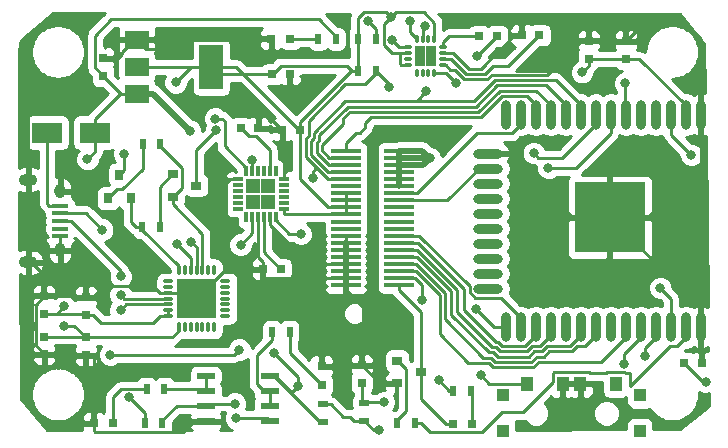
<source format=gtl>
G04 #@! TF.GenerationSoftware,KiCad,Pcbnew,no-vcs-found-ecdfa40~58~ubuntu16.04.1*
G04 #@! TF.CreationDate,2017-03-20T23:32:10+01:00*
G04 #@! TF.ProjectId,GhostESP32,47686F737445535033322E6B69636164,rev?*
G04 #@! TF.FileFunction,Copper,L1,Top,Signal*
G04 #@! TF.FilePolarity,Positive*
%FSLAX46Y46*%
G04 Gerber Fmt 4.6, Leading zero omitted, Abs format (unit mm)*
G04 Created by KiCad (PCBNEW no-vcs-found-ecdfa40~58~ubuntu16.04.1) date Mon Mar 20 23:32:10 2017*
%MOMM*%
%LPD*%
G01*
G04 APERTURE LIST*
%ADD10C,0.100000*%
%ADD11R,1.000000X1.300000*%
%ADD12R,1.000000X1.100000*%
%ADD13R,0.750000X0.800000*%
%ADD14R,0.800000X0.750000*%
%ADD15R,0.800000X0.800000*%
%ADD16R,2.500000X1.800000*%
%ADD17R,2.500000X0.350000*%
%ADD18O,1.550000X1.000000*%
%ADD19O,0.950000X1.250000*%
%ADD20R,1.350000X0.400000*%
%ADD21R,0.900000X0.800000*%
%ADD22R,0.800000X0.900000*%
%ADD23R,0.500000X0.900000*%
%ADD24R,0.900000X0.500000*%
%ADD25R,1.550000X0.600000*%
%ADD26R,2.000000X1.500000*%
%ADD27R,2.000000X3.800000*%
%ADD28R,1.675000X1.675000*%
%ADD29O,0.300000X0.850000*%
%ADD30O,0.850000X0.300000*%
%ADD31O,0.900000X2.500000*%
%ADD32O,2.500000X0.900000*%
%ADD33R,6.000000X6.000000*%
%ADD34R,1.300000X1.300000*%
%ADD35R,0.300000X0.850000*%
%ADD36R,0.850000X0.300000*%
%ADD37R,0.900000X0.900000*%
%ADD38O,0.300000X0.750000*%
%ADD39O,0.750000X0.300000*%
%ADD40C,0.800000*%
%ADD41C,0.250000*%
%ADD42C,0.500000*%
%ADD43C,0.254000*%
G04 APERTURE END LIST*
D10*
D11*
X160681980Y-102800780D03*
X163681980Y-102800780D03*
X165181980Y-102800780D03*
X168181980Y-102800780D03*
D12*
X158631980Y-103800780D03*
X158631980Y-106800780D03*
X170231980Y-103800780D03*
X170231980Y-106800780D03*
D13*
X124785120Y-75256960D03*
X124785120Y-76756960D03*
D14*
X139107480Y-76591160D03*
X140607480Y-76591160D03*
D13*
X119776240Y-95381380D03*
X119776240Y-96881380D03*
X165892480Y-73788840D03*
X165892480Y-75288840D03*
X123332240Y-97003300D03*
X123332240Y-95503300D03*
X169035160Y-75304080D03*
X169035160Y-73804080D03*
X123332240Y-98896740D03*
X123332240Y-100396740D03*
X119816880Y-100315460D03*
X119816880Y-98815460D03*
X146672300Y-101233540D03*
X146672300Y-102733540D03*
D14*
X173951200Y-101028500D03*
X175451200Y-101028500D03*
D15*
X139032080Y-73599040D03*
X140632080Y-73599040D03*
X156034640Y-106189780D03*
X154434640Y-106189780D03*
X143281400Y-102933400D03*
X143281400Y-101333400D03*
X124005440Y-106146600D03*
X125605440Y-106146600D03*
D16*
X120065800Y-81554320D03*
X124065800Y-81554320D03*
D17*
X149844760Y-89078060D03*
X149844760Y-89678060D03*
X149844760Y-90278060D03*
X149844760Y-90878060D03*
X149844760Y-91478060D03*
X149844760Y-92078060D03*
X149844760Y-92678060D03*
X149844760Y-93278060D03*
X149844760Y-93878060D03*
X149844760Y-94478060D03*
X149844760Y-88478060D03*
X149844760Y-87878060D03*
X149844760Y-87278060D03*
X149844760Y-86678060D03*
X149844760Y-86078060D03*
X149844760Y-85478060D03*
X149844760Y-84878060D03*
X149844760Y-84278060D03*
X149844760Y-83678060D03*
X149844760Y-83078060D03*
X145344760Y-89078060D03*
X145344760Y-89678060D03*
X145344760Y-90278060D03*
X145344760Y-90878060D03*
X145344760Y-91478060D03*
X145344760Y-92078060D03*
X145344760Y-92678060D03*
X145344760Y-93278060D03*
X145344760Y-93878060D03*
X145344760Y-94478060D03*
X145344760Y-88478060D03*
X145344760Y-87878060D03*
X145344760Y-86078060D03*
X145344760Y-87278060D03*
X145344760Y-86678060D03*
X145344760Y-85478060D03*
X145344760Y-83078060D03*
X145344760Y-84278060D03*
X145344760Y-84878060D03*
X145344760Y-83678060D03*
D18*
X118441480Y-92527000D03*
X118441480Y-85527000D03*
D19*
X121141480Y-91527000D03*
X121141480Y-86527000D03*
D20*
X121141480Y-90327000D03*
X121141480Y-89677000D03*
X121141480Y-89027000D03*
X121141480Y-88377000D03*
X121141480Y-87727000D03*
D21*
X130668520Y-85079800D03*
X130668520Y-86979800D03*
X132668520Y-86029800D03*
D22*
X126164340Y-85121240D03*
X127114340Y-87121240D03*
X125214340Y-87121240D03*
D23*
X142998760Y-73624440D03*
X144498760Y-73624440D03*
X154400820Y-103398320D03*
X155900820Y-103398320D03*
X128076260Y-89562940D03*
X129576260Y-89562940D03*
X128121980Y-82499200D03*
X129621980Y-82499200D03*
X129975040Y-103248460D03*
X128475040Y-103248460D03*
X139077000Y-98419920D03*
X140577000Y-98419920D03*
X128304860Y-106103420D03*
X129804860Y-106103420D03*
D24*
X146908520Y-105931400D03*
X146908520Y-104431400D03*
X143367760Y-106058400D03*
X143367760Y-104558400D03*
D25*
X138879560Y-102158800D03*
X138879560Y-103428800D03*
X138879560Y-104698800D03*
X138879560Y-105968800D03*
X133479560Y-105968800D03*
X133479560Y-104698800D03*
X133479560Y-103428800D03*
X133479560Y-102158800D03*
D26*
X127645160Y-73685400D03*
X127645160Y-78285400D03*
X127645160Y-75985400D03*
D27*
X133945160Y-75985400D03*
D28*
X131858620Y-94764420D03*
X131858620Y-96439420D03*
X133533620Y-94764420D03*
X133533620Y-96439420D03*
D29*
X131196120Y-93151920D03*
X131696120Y-93151920D03*
X132196120Y-93151920D03*
X132696120Y-93151920D03*
X133196120Y-93151920D03*
X133696120Y-93151920D03*
X134196120Y-93151920D03*
D30*
X135146120Y-94101920D03*
X135146120Y-94601920D03*
X135146120Y-95101920D03*
X135146120Y-95601920D03*
X135146120Y-96101920D03*
X135146120Y-96601920D03*
X135146120Y-97101920D03*
D29*
X134196120Y-98051920D03*
X133696120Y-98051920D03*
X133196120Y-98051920D03*
X132696120Y-98051920D03*
X132196120Y-98051920D03*
X131696120Y-98051920D03*
X131196120Y-98051920D03*
D30*
X130246120Y-97101920D03*
X130246120Y-96601920D03*
X130246120Y-96101920D03*
X130246120Y-95601920D03*
X130246120Y-95101920D03*
X130246120Y-94601920D03*
X130246120Y-94101920D03*
D31*
X175394440Y-98037160D03*
X174124440Y-98037160D03*
X172854440Y-98037160D03*
X171584440Y-98037160D03*
X170314440Y-98037160D03*
X169044440Y-98037160D03*
X167774440Y-98037160D03*
X166504440Y-98037160D03*
X165234440Y-98037160D03*
X163964440Y-98037160D03*
X162694440Y-98037160D03*
X161424440Y-98037160D03*
X160154440Y-98037160D03*
X158884440Y-98037160D03*
D32*
X157394440Y-94752160D03*
X157394440Y-93482160D03*
X157394440Y-92212160D03*
X157394440Y-90942160D03*
X157394440Y-89672160D03*
X157394440Y-88402160D03*
X157394440Y-87132160D03*
X157394440Y-85862160D03*
X157394440Y-84592160D03*
X157394440Y-83322160D03*
D31*
X158884440Y-80037160D03*
X160154440Y-80037160D03*
X161424440Y-80037160D03*
X162694440Y-80037160D03*
X163964440Y-80037160D03*
X165234440Y-80037160D03*
X166504440Y-80037160D03*
X167774440Y-80037160D03*
X169044440Y-80037160D03*
X170314440Y-80037160D03*
X171584440Y-80037160D03*
X172854440Y-80037160D03*
X174124440Y-80037160D03*
X175394440Y-80037160D03*
D33*
X167694440Y-88737160D03*
D14*
X138317540Y-93106240D03*
X139817540Y-93106240D03*
X141435520Y-81318100D03*
X139935520Y-81318100D03*
X136431020Y-81178400D03*
X137931020Y-81178400D03*
X156630940Y-73395840D03*
X158130940Y-73395840D03*
X161722500Y-73306940D03*
X160222500Y-73306940D03*
D23*
X146379500Y-73588880D03*
X147879500Y-73588880D03*
X147871880Y-76334620D03*
X146371880Y-76334620D03*
D34*
X137487900Y-86113860D03*
X137487900Y-87413860D03*
X138787900Y-86113860D03*
X138787900Y-87413860D03*
D35*
X136887900Y-84813860D03*
X137387900Y-84813860D03*
X137887900Y-84813860D03*
X138387900Y-84813860D03*
X138887900Y-84813860D03*
X139387900Y-84813860D03*
D36*
X140087900Y-85513860D03*
X140087900Y-86013860D03*
X140087900Y-86513860D03*
X140087900Y-87013860D03*
X140087900Y-87513860D03*
X140087900Y-88013860D03*
D35*
X139387900Y-88713860D03*
X138887900Y-88713860D03*
X138387900Y-88713860D03*
X137887900Y-88713860D03*
X137387900Y-88713860D03*
X136887900Y-88713860D03*
D36*
X136187900Y-88013860D03*
X136187900Y-87513860D03*
X136187900Y-87013860D03*
X136187900Y-86513860D03*
X136187900Y-86013860D03*
X136187900Y-85513860D03*
D37*
X151629220Y-74615320D03*
X151629220Y-75515320D03*
X152529220Y-74615320D03*
X152529220Y-75515320D03*
D38*
X151329220Y-73590320D03*
X151829220Y-73590320D03*
X152329220Y-73590320D03*
X152829220Y-73590320D03*
D39*
X153554220Y-74315320D03*
X153554220Y-74815320D03*
X153554220Y-75315320D03*
X153554220Y-75815320D03*
D38*
X152829220Y-76540320D03*
X152329220Y-76540320D03*
X151829220Y-76540320D03*
X151329220Y-76540320D03*
D39*
X150604220Y-75815320D03*
X150604220Y-75315320D03*
X150604220Y-74815320D03*
X150604220Y-74315320D03*
D21*
X151685500Y-101810820D03*
X149685500Y-102760820D03*
X149685500Y-100860820D03*
D23*
X151199280Y-106123740D03*
X149699280Y-106123740D03*
D40*
X141932660Y-92105480D03*
X161914840Y-92377260D03*
X120081040Y-77718920D03*
X139898120Y-78216760D03*
X130395980Y-74477880D03*
X136466580Y-78458060D03*
X173385480Y-90563700D03*
X164879020Y-105641140D03*
X132138420Y-81401920D03*
X152427940Y-83718400D03*
X121437400Y-97891600D03*
X123459240Y-83807300D03*
X149164040Y-71744949D03*
X125379480Y-100365560D03*
X136324340Y-99931220D03*
X139270740Y-100197920D03*
X141279880Y-103035100D03*
X153182320Y-102514400D03*
X121500900Y-96271080D03*
X130924300Y-77304900D03*
X136428480Y-91038680D03*
X165328600Y-76433680D03*
X148564600Y-104353360D03*
X156753560Y-102113080D03*
X174576740Y-83451700D03*
X134342154Y-81362170D03*
X148137880Y-106768900D03*
X175813720Y-102628700D03*
X171954350Y-94701360D03*
X151791071Y-95744190D03*
X161244280Y-83284060D03*
X137411890Y-83885142D03*
X149006560Y-77731620D03*
X149280880Y-73731120D03*
X142539720Y-85430360D03*
X134274957Y-80364418D03*
X152118060Y-78054200D03*
X150789640Y-72113140D03*
X147203160Y-72069960D03*
X126264830Y-95287094D03*
X126286260Y-93731080D03*
X126264830Y-96578420D03*
X124714000Y-89766140D03*
X126585980Y-83334860D03*
X156321760Y-96469200D03*
X126989840Y-103973470D03*
X131015740Y-90967560D03*
X168894760Y-101100769D03*
X135925560Y-104487980D03*
X132267960Y-90840560D03*
X136037320Y-105740200D03*
X170675300Y-100431600D03*
X162491420Y-84559140D03*
X141541500Y-90142060D03*
X156418280Y-75084940D03*
X154659242Y-77354908D03*
X168988740Y-77376020D03*
X152067260Y-72555100D03*
D41*
X157394440Y-83322160D02*
X159029440Y-83322160D01*
X159029440Y-83322160D02*
X164444440Y-88737160D01*
X164444440Y-88737160D02*
X167694440Y-88737160D01*
X141932660Y-92105480D02*
X142505240Y-92678060D01*
X142505240Y-92678060D02*
X145344760Y-92678060D01*
X167694440Y-88737160D02*
X167694440Y-91987160D01*
X167694440Y-91987160D02*
X167304340Y-92377260D01*
X167304340Y-92377260D02*
X161914840Y-92377260D01*
X118441480Y-78677760D02*
X119400320Y-77718920D01*
X119400320Y-77718920D02*
X120081040Y-77718920D01*
X118441480Y-85527000D02*
X118441480Y-78677760D01*
X140607480Y-76591160D02*
X140607480Y-77507400D01*
X140607480Y-77507400D02*
X139898120Y-78216760D01*
X130395980Y-74477880D02*
X128437640Y-74477880D01*
X128437640Y-74477880D02*
X127645160Y-73685400D01*
X139935520Y-81318100D02*
X139910520Y-81318100D01*
X139910520Y-81318100D02*
X137050480Y-78458060D01*
X137050480Y-78458060D02*
X136466580Y-78458060D01*
X124785120Y-75256960D02*
X126073600Y-75256960D01*
X126073600Y-75256960D02*
X126395160Y-74935400D01*
X127395160Y-73685400D02*
X127645160Y-73685400D01*
X126395160Y-74935400D02*
X126395160Y-74685400D01*
X126395160Y-74685400D02*
X127395160Y-73685400D01*
X127645160Y-73685400D02*
X138945720Y-73685400D01*
X138945720Y-73685400D02*
X139032080Y-73599040D01*
X173385480Y-90563700D02*
X171558940Y-88737160D01*
X171558940Y-88737160D02*
X167694440Y-88737160D01*
X163681980Y-102800780D02*
X163681980Y-104444100D01*
X163681980Y-104444100D02*
X164879020Y-105641140D01*
X165892480Y-73788840D02*
X169019920Y-73788840D01*
X169019920Y-73788840D02*
X169035160Y-73804080D01*
X170733720Y-71775320D02*
X170733720Y-72080520D01*
X170733720Y-72080520D02*
X169035160Y-73779080D01*
X169035160Y-73779080D02*
X169035160Y-73804080D01*
X173583240Y-71775320D02*
X170733720Y-71775320D01*
X175394440Y-73586520D02*
X173583240Y-71775320D01*
X175394440Y-80037160D02*
X175394440Y-73586520D01*
X136187900Y-85513860D02*
X135512900Y-85513860D01*
X135512900Y-85513860D02*
X135191800Y-85834960D01*
X135191800Y-85834960D02*
X135191800Y-93106240D01*
X139935520Y-81318100D02*
X138070720Y-81318100D01*
X138070720Y-81318100D02*
X137931020Y-81178400D01*
X140087900Y-85513860D02*
X140087900Y-81470480D01*
X140087900Y-81470480D02*
X139935520Y-81318100D01*
X138317540Y-93106240D02*
X138317540Y-93731240D01*
X138317540Y-93731240D02*
X138464360Y-93878060D01*
X138464360Y-93878060D02*
X145344760Y-93878060D01*
X145344760Y-94478060D02*
X145344760Y-94903060D01*
X146672300Y-100583540D02*
X146672300Y-101233540D01*
X145344760Y-94903060D02*
X146769761Y-96328061D01*
X146769761Y-96328061D02*
X146769761Y-100486079D01*
X146769761Y-100486079D02*
X146672300Y-100583540D01*
X145344760Y-94478060D02*
X145344760Y-93878060D01*
X145344760Y-93878060D02*
X145344760Y-93278060D01*
X145344760Y-93278060D02*
X145344760Y-92678060D01*
X145344760Y-90878060D02*
X145344760Y-90278060D01*
X145344760Y-91478060D02*
X145344760Y-90878060D01*
X145344760Y-92078060D02*
X145344760Y-91478060D01*
X145344760Y-92678060D02*
X145344760Y-92078060D01*
X138317540Y-93106240D02*
X135191800Y-93106240D01*
X135191800Y-93106240D02*
X133533620Y-94764420D01*
X138887900Y-88713860D02*
X138887900Y-89388860D01*
X138887900Y-89388860D02*
X142177100Y-92678060D01*
X142177100Y-92678060D02*
X145344760Y-92678060D01*
X138317540Y-93106240D02*
X138317540Y-92481240D01*
X138317540Y-92481240D02*
X137887900Y-92051600D01*
X137887900Y-92051600D02*
X137887900Y-88713860D01*
X130246120Y-95101920D02*
X131521120Y-95101920D01*
X131521120Y-95101920D02*
X131858620Y-94764420D01*
X124005440Y-106146600D02*
X124005440Y-100444940D01*
X124005440Y-100444940D02*
X123957240Y-100396740D01*
X123957240Y-100396740D02*
X123332240Y-100396740D01*
X123332240Y-95503300D02*
X123957240Y-95503300D01*
X129031293Y-94562093D02*
X129571120Y-95101920D01*
X129571120Y-95101920D02*
X130246120Y-95101920D01*
X123957240Y-95503300D02*
X124898447Y-94562093D01*
X124898447Y-94562093D02*
X129031293Y-94562093D01*
X133479560Y-105968800D02*
X132454560Y-105968800D01*
X132454560Y-105968800D02*
X131544939Y-106878421D01*
X131544939Y-106878421D02*
X124087261Y-106878421D01*
X124087261Y-106878421D02*
X124005440Y-106796600D01*
X124005440Y-106796600D02*
X124005440Y-106146600D01*
X163681980Y-102800780D02*
X165181980Y-102800780D01*
X175394440Y-98037160D02*
X175394440Y-100971740D01*
X175394440Y-100971740D02*
X175451200Y-101028500D01*
X143281400Y-101333400D02*
X146572440Y-101333400D01*
X146572440Y-101333400D02*
X146672300Y-101233540D01*
X149685500Y-102760820D02*
X148174580Y-102760820D01*
X146672300Y-101258540D02*
X146672300Y-101233540D01*
X148174580Y-102760820D02*
X146672300Y-101258540D01*
X118441480Y-92527000D02*
X118441480Y-85527000D01*
X119776240Y-95381380D02*
X119776240Y-93586760D01*
X119776240Y-93586760D02*
X118716480Y-92527000D01*
X118716480Y-92527000D02*
X118441480Y-92527000D01*
X121141480Y-91527000D02*
X118691480Y-91527000D01*
X118441480Y-91777000D02*
X118441480Y-92527000D01*
X118691480Y-91527000D02*
X118441480Y-91777000D01*
X121141480Y-90327000D02*
X121141480Y-91527000D01*
X119776240Y-95381380D02*
X123210320Y-95381380D01*
X123210320Y-95381380D02*
X123332240Y-95503300D01*
X119816880Y-100315460D02*
X119816880Y-100290460D01*
X119076239Y-99549819D02*
X119076239Y-96106381D01*
X119816880Y-100290460D02*
X119076239Y-99549819D01*
X119076239Y-96106381D02*
X119776240Y-95406380D01*
X119776240Y-95406380D02*
X119776240Y-95381380D01*
X123332240Y-100396740D02*
X119898160Y-100396740D01*
X119898160Y-100396740D02*
X119816880Y-100315460D01*
X175394440Y-98037160D02*
X175394440Y-95760348D01*
X175394440Y-95760348D02*
X172452211Y-92818119D01*
X172452211Y-92818119D02*
X171775399Y-92818119D01*
X171775399Y-92818119D02*
X167694440Y-88737160D01*
X167694440Y-88737160D02*
X170944440Y-88737160D01*
X170944440Y-88737160D02*
X175394440Y-84287160D01*
X175394440Y-84287160D02*
X175394440Y-80037160D01*
X159572500Y-73306940D02*
X160222500Y-73306940D01*
X162407988Y-76648332D02*
X165267480Y-73788840D01*
X154544974Y-76215320D02*
X155359658Y-77030004D01*
X156749458Y-76129982D02*
X159572500Y-73306940D01*
X165267480Y-73788840D02*
X165892480Y-73788840D01*
X154417796Y-74815320D02*
X155732458Y-76129982D01*
X157316881Y-77030004D02*
X157698553Y-76648332D01*
X153554220Y-74815320D02*
X154417796Y-74815320D01*
X153779220Y-75815320D02*
X154179220Y-76215320D01*
X157698553Y-76648332D02*
X162407988Y-76648332D01*
X154179220Y-76215320D02*
X154544974Y-76215320D01*
X153554220Y-75815320D02*
X153779220Y-75815320D01*
X155732458Y-76129982D02*
X156749458Y-76129982D01*
X155359658Y-77030004D02*
X157316881Y-77030004D01*
D42*
X149844760Y-83678060D02*
X152387600Y-83678060D01*
X152387600Y-83678060D02*
X152427940Y-83718400D01*
X149844760Y-84278060D02*
X151868280Y-84278060D01*
X151868280Y-84278060D02*
X152427940Y-83718400D01*
X149844760Y-85478060D02*
X149844760Y-86053059D01*
X149844760Y-85478060D02*
X149844760Y-84878060D01*
X149844760Y-84278060D02*
X149844760Y-84878060D01*
D41*
X149844760Y-84278060D02*
X149844760Y-84091780D01*
D42*
X149844760Y-83678060D02*
X149844760Y-84091780D01*
X149844760Y-83078060D02*
X149844760Y-83678060D01*
X132138420Y-81401920D02*
X129021900Y-78285400D01*
X129021900Y-78285400D02*
X127645160Y-78285400D01*
X149844760Y-83078060D02*
X151787600Y-83078060D01*
X151787600Y-83078060D02*
X152427940Y-83718400D01*
D41*
X125448060Y-71970900D02*
X124085119Y-73333841D01*
X124085119Y-73333841D02*
X124085119Y-76031959D01*
X124085119Y-76031959D02*
X124785120Y-76731960D01*
X124785120Y-76731960D02*
X124785120Y-76756960D01*
X143045220Y-71970900D02*
X125448060Y-71970900D01*
X144498760Y-73624440D02*
X144498760Y-73424440D01*
X144498760Y-73424440D02*
X143045220Y-71970900D01*
X121437400Y-97891600D02*
X122327100Y-97891600D01*
X122327100Y-97891600D02*
X123332240Y-98896740D01*
X124065800Y-81554320D02*
X124065800Y-83200740D01*
X124065800Y-83200740D02*
X123459240Y-83807300D01*
X124065800Y-81554320D02*
X124065800Y-80404320D01*
X124065800Y-80404320D02*
X126184720Y-78285400D01*
X126184720Y-78285400D02*
X127645160Y-78285400D01*
X127645160Y-78285400D02*
X126288560Y-78285400D01*
X126288560Y-78285400D02*
X124785120Y-76781960D01*
X124785120Y-76781960D02*
X124785120Y-76756960D01*
X123332240Y-98896740D02*
X130626300Y-98896740D01*
X130626300Y-98896740D02*
X131196120Y-98326920D01*
X131196120Y-98326920D02*
X131196120Y-98051920D01*
X119816880Y-98815460D02*
X123250960Y-98815460D01*
X123250960Y-98815460D02*
X123332240Y-98896740D01*
X149844760Y-86078060D02*
X149844760Y-85478060D01*
X152829220Y-72244056D02*
X151930114Y-71344950D01*
X146855166Y-71344950D02*
X148764041Y-71344950D01*
X146379500Y-73588880D02*
X146379500Y-71820616D01*
X146379500Y-71820616D02*
X146855166Y-71344950D01*
X148555878Y-72353111D02*
X149164040Y-71744949D01*
X152829220Y-73590320D02*
X152829220Y-72244056D01*
X151930114Y-71344950D02*
X149564039Y-71344950D01*
X149266676Y-74815320D02*
X148555878Y-74104522D01*
X148764041Y-71344950D02*
X149164040Y-71744949D01*
X149979220Y-74815320D02*
X149266676Y-74815320D01*
X149564039Y-71344950D02*
X149164040Y-71744949D01*
X148555878Y-74104522D02*
X148555878Y-72353111D01*
X136324340Y-99931220D02*
X135890000Y-100365560D01*
X135890000Y-100365560D02*
X125379480Y-100365560D01*
X141279880Y-103035100D02*
X141279880Y-102207060D01*
X141279880Y-102207060D02*
X139270740Y-100197920D01*
X141279880Y-103035100D02*
X140879881Y-103435099D01*
X140879881Y-103435099D02*
X140630859Y-103435099D01*
X140630859Y-103435099D02*
X139354560Y-102158800D01*
X139354560Y-102158800D02*
X138879560Y-102158800D01*
X154400820Y-103398320D02*
X154066240Y-103398320D01*
X154066240Y-103398320D02*
X153182320Y-102514400D01*
X119776240Y-96881380D02*
X120890600Y-96881380D01*
X120890600Y-96881380D02*
X121500900Y-96271080D01*
X130924300Y-77304900D02*
X132243800Y-75985400D01*
X132243800Y-75985400D02*
X133945160Y-75985400D01*
X137387900Y-88713860D02*
X137387900Y-90079260D01*
X137387900Y-90079260D02*
X136428480Y-91038680D01*
X145794000Y-76334620D02*
X145871880Y-76334620D01*
X141435520Y-81318100D02*
X141435520Y-80693100D01*
X141435520Y-80693100D02*
X145794000Y-76334620D01*
X127645160Y-75985400D02*
X133945160Y-75985400D01*
X129019740Y-97653300D02*
X129571120Y-97101920D01*
X129571120Y-97101920D02*
X130246120Y-97101920D01*
X124607240Y-97653300D02*
X129019740Y-97653300D01*
X123332240Y-97003300D02*
X123957240Y-97003300D01*
X123957240Y-97003300D02*
X124607240Y-97653300D01*
X143367760Y-106058400D02*
X143167760Y-106058400D01*
X143167760Y-106058400D02*
X139268160Y-102158800D01*
X139268160Y-102158800D02*
X138879560Y-102158800D01*
X119776240Y-96881380D02*
X123210320Y-96881380D01*
X123210320Y-96881380D02*
X123332240Y-97003300D01*
X130246120Y-96601920D02*
X130246120Y-97101920D01*
X141435520Y-81318100D02*
X141410520Y-81318100D01*
X141410520Y-81318100D02*
X136077820Y-75985400D01*
X136077820Y-75985400D02*
X133945160Y-75985400D01*
X139107480Y-76591160D02*
X134550920Y-76591160D01*
X134550920Y-76591160D02*
X133945160Y-75985400D01*
X146371880Y-76334620D02*
X145871880Y-76334620D01*
X139832481Y-75891159D02*
X139132480Y-76591160D01*
X145871880Y-76334620D02*
X145428419Y-75891159D01*
X145428419Y-75891159D02*
X139832481Y-75891159D01*
X139132480Y-76591160D02*
X139107480Y-76591160D01*
X150604220Y-74815320D02*
X149979220Y-74815320D01*
X149979220Y-74815320D02*
X149904210Y-74890330D01*
X149904210Y-74890330D02*
X149904210Y-75740310D01*
X149904210Y-75740310D02*
X149979220Y-75815320D01*
X149979220Y-75815320D02*
X150604220Y-75815320D01*
X146371880Y-76334620D02*
X146371880Y-73596500D01*
X146371880Y-73596500D02*
X146379500Y-73588880D01*
X165892480Y-75288840D02*
X165892480Y-75869800D01*
X165892480Y-75869800D02*
X165328600Y-76433680D01*
X169035160Y-75304080D02*
X165907720Y-75304080D01*
X165907720Y-75304080D02*
X165892480Y-75288840D01*
X174124440Y-80037160D02*
X174124440Y-79237160D01*
X174124440Y-79237160D02*
X170191360Y-75304080D01*
X170191360Y-75304080D02*
X169035160Y-75304080D01*
X143844760Y-87878060D02*
X145344760Y-87878060D01*
X141435520Y-81318100D02*
X141435520Y-85468820D01*
X141435520Y-85468820D02*
X143844760Y-87878060D01*
X145344760Y-88478060D02*
X140152100Y-88478060D01*
X140152100Y-88478060D02*
X140087900Y-88413860D01*
X140087900Y-88413860D02*
X140087900Y-88013860D01*
X145344760Y-87878060D02*
X145344760Y-88478060D01*
X145344760Y-87278060D02*
X145344760Y-87878060D01*
X145344760Y-86678060D02*
X145344760Y-87278060D01*
X148564600Y-104353360D02*
X146986560Y-104353360D01*
X146986560Y-104353360D02*
X146908520Y-104431400D01*
X160681980Y-102800780D02*
X157441260Y-102800780D01*
X157441260Y-102800780D02*
X156753560Y-102113080D01*
X146672300Y-102733540D02*
X146672300Y-104195180D01*
X146672300Y-104195180D02*
X146908520Y-104431400D01*
X172854440Y-81729400D02*
X174576740Y-83451700D01*
X172854440Y-80037160D02*
X172854440Y-81729400D01*
X132668520Y-86029800D02*
X132668520Y-83035804D01*
X132668520Y-83035804D02*
X134342154Y-81362170D01*
X148137880Y-106768900D02*
X147746020Y-106768900D01*
X147746020Y-106768900D02*
X146908520Y-105931400D01*
X173951200Y-101028500D02*
X173976200Y-101028500D01*
X173976200Y-101028500D02*
X175576400Y-102628700D01*
X175576400Y-102628700D02*
X175813720Y-102628700D01*
X143367760Y-104558400D02*
X144067760Y-104558400D01*
X144067760Y-104558400D02*
X145109431Y-105600071D01*
X145697881Y-105600071D02*
X146029210Y-105931400D01*
X145109431Y-105600071D02*
X145697881Y-105600071D01*
X146029210Y-105931400D02*
X146908520Y-105931400D01*
X142998760Y-73624440D02*
X140657480Y-73624440D01*
X140657480Y-73624440D02*
X140632080Y-73599040D01*
X156034640Y-106189780D02*
X156034640Y-103532140D01*
X156034640Y-103532140D02*
X155900820Y-103398320D01*
X140577000Y-100229000D02*
X140577000Y-98419920D01*
X143281400Y-102933400D02*
X140577000Y-100229000D01*
X125630940Y-103901240D02*
X126283720Y-103248460D01*
X126283720Y-103248460D02*
X128475040Y-103248460D01*
X125630940Y-105471100D02*
X125630940Y-103901240D01*
X125605440Y-106146600D02*
X125605440Y-105496600D01*
X125605440Y-105496600D02*
X125630940Y-105471100D01*
X121141480Y-87727000D02*
X120216480Y-87727000D01*
X120216480Y-87727000D02*
X120065800Y-87576320D01*
X120065800Y-87576320D02*
X120065800Y-81554320D01*
X160154440Y-98037160D02*
X160154440Y-97237160D01*
X155819430Y-95073179D02*
X155819430Y-94568178D01*
X151529312Y-90278060D02*
X149844760Y-90278060D01*
X156273421Y-95527170D02*
X155819430Y-95073179D01*
X155819430Y-94568178D02*
X151529312Y-90278060D01*
X158444450Y-95527170D02*
X156273421Y-95527170D01*
X160154440Y-97237160D02*
X158444450Y-95527170D01*
X158377021Y-100062181D02*
X160661859Y-100062181D01*
X154764740Y-96753680D02*
X157717467Y-99706407D01*
X161745459Y-99612170D02*
X162694440Y-98663189D01*
X162694440Y-98663189D02*
X162694440Y-98037160D01*
X149844760Y-91478060D02*
X151363995Y-91478060D01*
X160661859Y-100062181D02*
X161111870Y-99612170D01*
X151363995Y-91478060D02*
X154764740Y-94878805D01*
X157717467Y-99706407D02*
X158021249Y-99706408D01*
X154764740Y-94878805D02*
X154764740Y-96753680D01*
X161111870Y-99612170D02*
X161745459Y-99612170D01*
X158021249Y-99706408D02*
X158377021Y-100062181D01*
X158207648Y-99256396D02*
X158563421Y-99612170D01*
X155369427Y-96589869D02*
X158035954Y-99256396D01*
X161424440Y-98663189D02*
X161424440Y-98037160D01*
X149844760Y-90878060D02*
X151436817Y-90878060D01*
X158035954Y-99256396D02*
X158207648Y-99256396D01*
X158563421Y-99612170D02*
X160475459Y-99612170D01*
X151436817Y-90878060D02*
X155369427Y-94810670D01*
X160475459Y-99612170D02*
X161424440Y-98663189D01*
X155369427Y-94810670D02*
X155369427Y-96589869D01*
X165555459Y-99612170D02*
X166504440Y-98663189D01*
X164921869Y-99612170D02*
X165555459Y-99612170D01*
X151291173Y-92678060D02*
X153746200Y-95133087D01*
X161034659Y-100962203D02*
X161484674Y-100512188D01*
X161484674Y-100512188D02*
X162118261Y-100512188D01*
X158004221Y-100962203D02*
X161034659Y-100962203D01*
X153746200Y-97365820D02*
X156986809Y-100606429D01*
X162568269Y-100062180D02*
X164471860Y-100062179D01*
X153746200Y-95133087D02*
X153746200Y-97365820D01*
X162118261Y-100512188D02*
X162568269Y-100062180D01*
X149844760Y-92678060D02*
X151291173Y-92678060D01*
X166504440Y-98663189D02*
X166504440Y-98037160D01*
X157648449Y-100606430D02*
X158004221Y-100962203D01*
X164471860Y-100062179D02*
X164921869Y-99612170D01*
X156986809Y-100606429D02*
X157648449Y-100606430D01*
X161298271Y-100062180D02*
X161931860Y-100062179D01*
X165234440Y-98663189D02*
X165234440Y-98037160D01*
X149844760Y-92078060D02*
X151327584Y-92078060D01*
X157834848Y-100156418D02*
X158190621Y-100512192D01*
X151327584Y-92078060D02*
X154244040Y-94994516D01*
X154244040Y-96979740D02*
X157420718Y-100156418D01*
X160848259Y-100512192D02*
X161298271Y-100062180D01*
X162381869Y-99612170D02*
X164285459Y-99612170D01*
X161931860Y-100062179D02*
X162381869Y-99612170D01*
X158190621Y-100512192D02*
X160848259Y-100512192D01*
X157420718Y-100156418D02*
X157834848Y-100156418D01*
X154244040Y-94994516D02*
X154244040Y-96979740D01*
X164285459Y-99612170D02*
X165234440Y-98663189D01*
X149844760Y-92078060D02*
X151046700Y-92078060D01*
X149844760Y-93878060D02*
X151206990Y-93878060D01*
X151206990Y-93878060D02*
X151791071Y-94462141D01*
X151791071Y-94462141D02*
X151791071Y-95744190D01*
X172854440Y-95601450D02*
X171954350Y-94701360D01*
X172854440Y-98037160D02*
X172854440Y-95601450D01*
X153271220Y-98612960D02*
X155714700Y-101056440D01*
X161221059Y-101412214D02*
X161671074Y-100962199D01*
X166919401Y-100962199D02*
X169044440Y-98837160D01*
X155714700Y-101056440D02*
X157462048Y-101056440D01*
X157462048Y-101056440D02*
X157817821Y-101412214D01*
X157817821Y-101412214D02*
X161221059Y-101412214D01*
X161671074Y-100962199D02*
X166919401Y-100962199D01*
X155714700Y-101056440D02*
X157462047Y-101056440D01*
X157462047Y-101056440D02*
X157817821Y-101412214D01*
X169044440Y-98837160D02*
X169044440Y-98037160D01*
X153271220Y-95294518D02*
X153271220Y-98612960D01*
X149844760Y-93278060D02*
X151254762Y-93278060D01*
X151254762Y-93278060D02*
X153271220Y-95294518D01*
X149844760Y-87278060D02*
X153908540Y-87278060D01*
X153908540Y-87278060D02*
X156594440Y-84592160D01*
X156594440Y-84592160D02*
X157394440Y-84592160D01*
X151199280Y-106123740D02*
X151699280Y-106123740D01*
X162856979Y-102654779D02*
X162856979Y-101890779D01*
X151699280Y-106123740D02*
X152490321Y-106914781D01*
X152490321Y-106914781D02*
X156882977Y-106914781D01*
X162921979Y-101825779D02*
X165941981Y-101825779D01*
X156882977Y-106914781D02*
X158590958Y-105206800D01*
X158590958Y-105206800D02*
X160304958Y-105206800D01*
X160304958Y-105206800D02*
X162856979Y-102654779D01*
X169006981Y-101890779D02*
X169358259Y-101890779D01*
X174124440Y-98837160D02*
X174124440Y-98037160D01*
X166006981Y-101904800D02*
X167356979Y-101904800D01*
X162856979Y-101890779D02*
X162921979Y-101825779D01*
X165941981Y-101825779D02*
X166006981Y-101890779D01*
X169406979Y-101939499D02*
X169406979Y-102990779D01*
X166006981Y-101890779D02*
X166006981Y-101904800D01*
X167356979Y-101904800D02*
X167356979Y-101890779D01*
X167356979Y-101890779D02*
X167421979Y-101825779D01*
X167421979Y-101825779D02*
X168941981Y-101825779D01*
X168941981Y-101825779D02*
X169006981Y-101890779D01*
X169358259Y-101890779D02*
X169406979Y-101939499D01*
X169406979Y-102990779D02*
X172785588Y-99612170D01*
X172785588Y-99612170D02*
X173349430Y-99612170D01*
X173349430Y-99612170D02*
X174124440Y-98837160D01*
X149844760Y-86678060D02*
X151344760Y-86678060D01*
X151344760Y-86678060D02*
X156410650Y-81612170D01*
X156410650Y-81612170D02*
X159379430Y-81612170D01*
X159379430Y-81612170D02*
X160154440Y-80837160D01*
X160154440Y-80837160D02*
X160154440Y-80037160D01*
X163964440Y-79237160D02*
X163964440Y-80037160D01*
X142866949Y-82411049D02*
X143075229Y-82202769D01*
X158171595Y-77562138D02*
X162289418Y-77562138D01*
X162289418Y-77562138D02*
X163964440Y-79237160D01*
X142866949Y-83246662D02*
X142866949Y-82411049D01*
X156380684Y-79353048D02*
X158171595Y-77562138D01*
X145488359Y-79353048D02*
X156380684Y-79353048D01*
X143075229Y-81766178D02*
X145488359Y-79353048D01*
X143898347Y-84278060D02*
X142866949Y-83246662D01*
X143075229Y-82202769D02*
X143075229Y-81766178D01*
X145344760Y-84278060D02*
X143898347Y-84278060D01*
X147871880Y-76534620D02*
X147871880Y-76334620D01*
X142175207Y-80593745D02*
X145301492Y-77467460D01*
X141966927Y-82038249D02*
X142175207Y-81829969D01*
X145301492Y-77467460D02*
X146939040Y-77467460D01*
X142175207Y-81829969D02*
X142175207Y-80593745D01*
X141966927Y-83619459D02*
X141966927Y-82038249D01*
X142992968Y-84645500D02*
X141966927Y-83619459D01*
X146939040Y-77467460D02*
X147871880Y-76534620D01*
X161644279Y-83684059D02*
X161244280Y-83284060D01*
X163657541Y-83684059D02*
X161644279Y-83684059D01*
X166504440Y-80837160D02*
X163657541Y-83684059D01*
X166504440Y-80037160D02*
X166504440Y-80837160D01*
X137387900Y-83909132D02*
X137411890Y-83885142D01*
X137387900Y-84813860D02*
X137387900Y-83909132D01*
X149006560Y-77731620D02*
X149006560Y-77469300D01*
X149006560Y-77469300D02*
X147871880Y-76334620D01*
X150604220Y-74315320D02*
X149865080Y-74315320D01*
X149865080Y-74315320D02*
X149280880Y-73731120D01*
X143825528Y-85478060D02*
X142992968Y-84645500D01*
X142539720Y-84864675D02*
X142758895Y-84645500D01*
X142539720Y-85430360D02*
X142539720Y-84864675D01*
X142758895Y-84645500D02*
X142992968Y-84645500D01*
X145344760Y-85478060D02*
X143825528Y-85478060D01*
X142416938Y-83433062D02*
X142416938Y-82224649D01*
X142625218Y-81579778D02*
X145301959Y-78903037D01*
X142416938Y-82224649D02*
X142625218Y-82016369D01*
X143861937Y-84878060D02*
X142416938Y-83433062D01*
X142625218Y-82016369D02*
X142625218Y-81579778D01*
X145344760Y-84878060D02*
X143861937Y-84878060D01*
X145301959Y-78903037D02*
X151371300Y-78903037D01*
X134840642Y-80364418D02*
X134274957Y-80364418D01*
X135067849Y-80591625D02*
X134840642Y-80364418D01*
X135067849Y-82718809D02*
X135067849Y-80591625D01*
X136887900Y-84813860D02*
X136887900Y-84538860D01*
X136887900Y-84538860D02*
X135067849Y-82718809D01*
X151371300Y-78903037D02*
X156194284Y-78903037D01*
X152118060Y-78054200D02*
X151718061Y-78454199D01*
X151718061Y-78454199D02*
X151718061Y-78556276D01*
X151718061Y-78556276D02*
X151371300Y-78903037D01*
X150789640Y-72113140D02*
X150789640Y-73050740D01*
X150789640Y-73050740D02*
X151329220Y-73590320D01*
X147879500Y-73588880D02*
X147879500Y-72746300D01*
X147879500Y-72746300D02*
X147203160Y-72069960D01*
X165234440Y-79237160D02*
X165234440Y-80037160D01*
X157985194Y-77112127D02*
X163109407Y-77112127D01*
X156194284Y-78903037D02*
X157985194Y-77112127D01*
X163109407Y-77112127D02*
X165234440Y-79237160D01*
X145344760Y-83078060D02*
X145344760Y-82401800D01*
X145344760Y-82401800D02*
X146193499Y-81553061D01*
X146969761Y-80776799D02*
X147493490Y-80253070D01*
X146193499Y-81553061D02*
X146514761Y-81553061D01*
X158563411Y-78462160D02*
X160649440Y-78462160D01*
X146514761Y-81553061D02*
X146969761Y-81098061D01*
X146969761Y-81098061D02*
X146969761Y-80776799D01*
X147493490Y-80253070D02*
X156772501Y-80253070D01*
X156772501Y-80253070D02*
X158563411Y-78462160D01*
X160649440Y-78462160D02*
X161424440Y-79237160D01*
X161424440Y-79237160D02*
X161424440Y-80037160D01*
X143934758Y-83678060D02*
X143316960Y-83060262D01*
X143316960Y-82597449D02*
X145126972Y-80787437D01*
X158357995Y-78012149D02*
X161469429Y-78012149D01*
X145126972Y-80350845D02*
X145674759Y-79803059D01*
X145126972Y-80787437D02*
X145126972Y-80350845D01*
X161469429Y-78012149D02*
X162694440Y-79237160D01*
X145344760Y-83678060D02*
X143934758Y-83678060D01*
X143316960Y-83060262D02*
X143316960Y-82597449D01*
X145674759Y-79803059D02*
X156567085Y-79803059D01*
X156567085Y-79803059D02*
X158357995Y-78012149D01*
X162694440Y-79237160D02*
X162694440Y-80037160D01*
X126579656Y-95601920D02*
X126264830Y-95287094D01*
X130246120Y-95601920D02*
X126579656Y-95601920D01*
X121141480Y-89027000D02*
X122066480Y-89027000D01*
X122066480Y-89027000D02*
X126286260Y-93246780D01*
X126286260Y-93246780D02*
X126286260Y-93731080D01*
X126741330Y-96101920D02*
X126264830Y-96578420D01*
X130246120Y-96101920D02*
X126741330Y-96101920D01*
X124714000Y-89766140D02*
X123324860Y-88377000D01*
X123324860Y-88377000D02*
X121141480Y-88377000D01*
X129576260Y-89562940D02*
X129576260Y-86122060D01*
X129576260Y-86122060D02*
X130618520Y-85079800D01*
X130618520Y-85079800D02*
X130668520Y-85079800D01*
X130668520Y-86979800D02*
X130718520Y-86979800D01*
X130718520Y-86979800D02*
X131443521Y-86254799D01*
X131443521Y-86254799D02*
X131443521Y-84520741D01*
X131443521Y-84520741D02*
X129621980Y-82699200D01*
X129621980Y-82699200D02*
X129621980Y-82499200D01*
X130668520Y-86979800D02*
X130668520Y-87629800D01*
X130668520Y-87629800D02*
X133196120Y-90157400D01*
X133196120Y-90157400D02*
X133196120Y-93151920D01*
X126585980Y-83334860D02*
X126585980Y-84699600D01*
X126585980Y-84699600D02*
X126164340Y-85121240D01*
X157889720Y-98037160D02*
X156321760Y-96469200D01*
X158884440Y-98037160D02*
X157889720Y-98037160D01*
X127114340Y-87121240D02*
X127114340Y-89101020D01*
X127114340Y-89101020D02*
X127576260Y-89562940D01*
X127576260Y-89562940D02*
X128076260Y-89562940D01*
X131196120Y-93151920D02*
X131196120Y-92876920D01*
X131196120Y-92876920D02*
X128076260Y-89757060D01*
X128076260Y-89757060D02*
X128076260Y-89562940D01*
X125214340Y-87121240D02*
X125214340Y-87071240D01*
X125214340Y-87071240D02*
X125939341Y-86346239D01*
X126374343Y-86346239D02*
X128121980Y-84598602D01*
X125939341Y-86346239D02*
X126374343Y-86346239D01*
X128121980Y-84598602D02*
X128121980Y-82499200D01*
X133479560Y-102158800D02*
X133479560Y-103428800D01*
X129975040Y-103248460D02*
X133299220Y-103248460D01*
X133299220Y-103248460D02*
X133479560Y-103428800D01*
X138879560Y-104698800D02*
X138879560Y-103428800D01*
X139077000Y-98419920D02*
X139077000Y-99119920D01*
X139077000Y-99119920D02*
X137779559Y-100417361D01*
X137779559Y-100417361D02*
X137779559Y-102803799D01*
X138404560Y-103428800D02*
X138879560Y-103428800D01*
X137779559Y-102803799D02*
X138404560Y-103428800D01*
X128304860Y-105288490D02*
X126989840Y-103973470D01*
X128304860Y-106103420D02*
X128304860Y-105288490D01*
X132196120Y-93151920D02*
X132196120Y-92147940D01*
X132196120Y-92147940D02*
X131015740Y-90967560D01*
X168894760Y-100256840D02*
X168894760Y-101100769D01*
X170314440Y-98037160D02*
X170314440Y-98837160D01*
X170314440Y-98837160D02*
X168894760Y-100256840D01*
X133479560Y-104698800D02*
X131009480Y-104698800D01*
X131009480Y-104698800D02*
X129804860Y-105903420D01*
X129804860Y-105903420D02*
X129804860Y-106103420D01*
X135925560Y-104487980D02*
X133690380Y-104487980D01*
X133690380Y-104487980D02*
X133479560Y-104698800D01*
X170314440Y-98037160D02*
X170314440Y-97237160D01*
X132696120Y-93151920D02*
X132696120Y-91268720D01*
X132696120Y-91268720D02*
X132267960Y-90840560D01*
X136037320Y-105740200D02*
X138650960Y-105740200D01*
X138650960Y-105740200D02*
X138879560Y-105968800D01*
X171584440Y-98037160D02*
X171584440Y-98837160D01*
X170675300Y-99746300D02*
X170675300Y-100431600D01*
X171584440Y-98837160D02*
X170675300Y-99746300D01*
X164816642Y-84559140D02*
X162491420Y-84559140D01*
X167774440Y-80037160D02*
X167774440Y-81601342D01*
X167774440Y-81601342D02*
X164816642Y-84559140D01*
X141541500Y-90142060D02*
X140541100Y-90142060D01*
X140541100Y-90142060D02*
X139387900Y-88988860D01*
X139387900Y-88988860D02*
X139387900Y-88713860D01*
X138387900Y-88713860D02*
X138387900Y-91701600D01*
X138387900Y-91701600D02*
X139792540Y-93106240D01*
X139792540Y-93106240D02*
X139817540Y-93106240D01*
X136431020Y-81178400D02*
X136456020Y-81178400D01*
X137759899Y-81879228D02*
X138887900Y-83007229D01*
X138887900Y-83007229D02*
X138887900Y-84813860D01*
X136456020Y-81178400D02*
X137156848Y-81879228D01*
X137156848Y-81879228D02*
X137759899Y-81879228D01*
X156630940Y-73395840D02*
X154073700Y-73395840D01*
X154073700Y-73395840D02*
X153554220Y-73915320D01*
X153554220Y-73915320D02*
X153554220Y-74315320D01*
X156418280Y-75083500D02*
X156418280Y-75084940D01*
X158130940Y-73395840D02*
X158105940Y-73395840D01*
X153844654Y-76540320D02*
X154659242Y-77354908D01*
X152829220Y-76540320D02*
X153844654Y-76540320D01*
X158105940Y-73395840D02*
X156418280Y-75083500D01*
X161722500Y-73306940D02*
X161697500Y-73306940D01*
X159082838Y-75921602D02*
X157788873Y-75921602D01*
X157788873Y-75921602D02*
X157130482Y-76579993D01*
X154281385Y-75315320D02*
X153554220Y-75315320D01*
X155546058Y-76579993D02*
X154281385Y-75315320D01*
X157130482Y-76579993D02*
X155546058Y-76579993D01*
X161697500Y-73306940D02*
X159082838Y-75921602D01*
X149844760Y-94478060D02*
X149844760Y-94903060D01*
X149844760Y-94903060D02*
X151685500Y-96743800D01*
X151685500Y-96743800D02*
X151685500Y-101810820D01*
X151685500Y-101810820D02*
X151685500Y-104090640D01*
X151685500Y-104090640D02*
X153784640Y-106189780D01*
X153784640Y-106189780D02*
X154434640Y-106189780D01*
X149699280Y-106123740D02*
X149699280Y-105923740D01*
X150460501Y-105162519D02*
X150460501Y-101585821D01*
X149699280Y-105923740D02*
X150460501Y-105162519D01*
X150460501Y-101585821D02*
X149735500Y-100860820D01*
X149735500Y-100860820D02*
X149685500Y-100860820D01*
X168988740Y-77376020D02*
X168988740Y-79981460D01*
X168988740Y-79981460D02*
X169044440Y-80037160D01*
X151829220Y-72793140D02*
X152067260Y-72555100D01*
X151829220Y-73590320D02*
X151829220Y-72793140D01*
D43*
G36*
X124922211Y-71425780D02*
X124910659Y-71433499D01*
X123547718Y-72796440D01*
X123382971Y-73043002D01*
X123325119Y-73333841D01*
X123325119Y-76031959D01*
X123382971Y-76322798D01*
X123547718Y-76569360D01*
X123762680Y-76784322D01*
X123762680Y-77156960D01*
X123811963Y-77404725D01*
X123952311Y-77614769D01*
X124162355Y-77755117D01*
X124410120Y-77804400D01*
X124732758Y-77804400D01*
X125161838Y-78233480D01*
X123528399Y-79866919D01*
X123434880Y-80006880D01*
X122815800Y-80006880D01*
X122568035Y-80056163D01*
X122357991Y-80196511D01*
X122217643Y-80406555D01*
X122168360Y-80654320D01*
X122168360Y-82454320D01*
X122217643Y-82702085D01*
X122357991Y-82912129D01*
X122568035Y-83052477D01*
X122720092Y-83082723D01*
X122582321Y-83220254D01*
X122424420Y-83600523D01*
X122424061Y-84012271D01*
X122581298Y-84392815D01*
X122872194Y-84684219D01*
X123252463Y-84842120D01*
X123664211Y-84842479D01*
X124044755Y-84685242D01*
X124336159Y-84394346D01*
X124494060Y-84014077D01*
X124494206Y-83847136D01*
X124603201Y-83738141D01*
X124767948Y-83491580D01*
X124825800Y-83200740D01*
X124825800Y-83101760D01*
X125315800Y-83101760D01*
X125563565Y-83052477D01*
X125589846Y-83034916D01*
X125551160Y-83128083D01*
X125550801Y-83539831D01*
X125708038Y-83920375D01*
X125811283Y-84023800D01*
X125764340Y-84023800D01*
X125516575Y-84073083D01*
X125306531Y-84213431D01*
X125166183Y-84423475D01*
X125116900Y-84671240D01*
X125116900Y-85571240D01*
X125166183Y-85819005D01*
X125256542Y-85954236D01*
X125186978Y-86023800D01*
X124814340Y-86023800D01*
X124566575Y-86073083D01*
X124356531Y-86213431D01*
X124216183Y-86423475D01*
X124166900Y-86671240D01*
X124166900Y-87571240D01*
X124216183Y-87819005D01*
X124356531Y-88029049D01*
X124566575Y-88169397D01*
X124814340Y-88218680D01*
X125614340Y-88218680D01*
X125862105Y-88169397D01*
X126072149Y-88029049D01*
X126164340Y-87891076D01*
X126256531Y-88029049D01*
X126354340Y-88094403D01*
X126354340Y-89101020D01*
X126412192Y-89391859D01*
X126576939Y-89638421D01*
X127038859Y-90100341D01*
X127220323Y-90221591D01*
X127228103Y-90260705D01*
X127368451Y-90470749D01*
X127578495Y-90611097D01*
X127826260Y-90660380D01*
X127904778Y-90660380D01*
X130411120Y-93166722D01*
X130411120Y-93316920D01*
X129950353Y-93316920D01*
X129649947Y-93376675D01*
X129395274Y-93546841D01*
X129225108Y-93801514D01*
X129165353Y-94101920D01*
X129215082Y-94351920D01*
X129165353Y-94601920D01*
X129213092Y-94841920D01*
X127200760Y-94841920D01*
X127142772Y-94701579D01*
X126961231Y-94519721D01*
X127163179Y-94318126D01*
X127321080Y-93937857D01*
X127321439Y-93526109D01*
X127164202Y-93145565D01*
X126991767Y-92972829D01*
X126988408Y-92955941D01*
X126823661Y-92709379D01*
X124915598Y-90801316D01*
X124918971Y-90801319D01*
X125299515Y-90644082D01*
X125590919Y-90353186D01*
X125748820Y-89972917D01*
X125749179Y-89561169D01*
X125591942Y-89180625D01*
X125301046Y-88889221D01*
X124920777Y-88731320D01*
X124753836Y-88731174D01*
X123862261Y-87839599D01*
X123615699Y-87674852D01*
X123324860Y-87617000D01*
X122463920Y-87617000D01*
X122463920Y-87527000D01*
X122414637Y-87279235D01*
X122274289Y-87069191D01*
X122180955Y-87006827D01*
X122242709Y-86828131D01*
X122094043Y-86654000D01*
X121268480Y-86654000D01*
X121268480Y-86674000D01*
X121014480Y-86674000D01*
X121014480Y-86654000D01*
X120994480Y-86654000D01*
X120994480Y-86400000D01*
X121014480Y-86400000D01*
X121014480Y-85434266D01*
X121268480Y-85434266D01*
X121268480Y-86400000D01*
X122094043Y-86400000D01*
X122242709Y-86225869D01*
X122101048Y-85815951D01*
X121813301Y-85491448D01*
X121439418Y-85307732D01*
X121268480Y-85434266D01*
X121014480Y-85434266D01*
X120843542Y-85307732D01*
X120825800Y-85316450D01*
X120825800Y-83101760D01*
X121315800Y-83101760D01*
X121563565Y-83052477D01*
X121773609Y-82912129D01*
X121913957Y-82702085D01*
X121963240Y-82454320D01*
X121963240Y-80654320D01*
X121913957Y-80406555D01*
X121773609Y-80196511D01*
X121563565Y-80056163D01*
X121315800Y-80006880D01*
X118815800Y-80006880D01*
X118568035Y-80056163D01*
X118357991Y-80196511D01*
X118217643Y-80406555D01*
X118168360Y-80654320D01*
X118168360Y-82454320D01*
X118217643Y-82702085D01*
X118357991Y-82912129D01*
X118568035Y-83052477D01*
X118815800Y-83101760D01*
X119305800Y-83101760D01*
X119305800Y-84558734D01*
X119268158Y-84526998D01*
X118843480Y-84392000D01*
X118568480Y-84392000D01*
X118568480Y-85400000D01*
X118588480Y-85400000D01*
X118588480Y-85654000D01*
X118568480Y-85654000D01*
X118568480Y-86662000D01*
X118843480Y-86662000D01*
X119268158Y-86527002D01*
X119305800Y-86495266D01*
X119305800Y-87576320D01*
X119363652Y-87867159D01*
X119528399Y-88113721D01*
X119679079Y-88264401D01*
X119819040Y-88357920D01*
X119819040Y-88577000D01*
X119843904Y-88702000D01*
X119819040Y-88827000D01*
X119819040Y-89227000D01*
X119843904Y-89352000D01*
X119819040Y-89477000D01*
X119819040Y-89877000D01*
X119839697Y-89980852D01*
X119831480Y-90000690D01*
X119831480Y-90068250D01*
X119863438Y-90100208D01*
X119868323Y-90124765D01*
X120008671Y-90334809D01*
X120146644Y-90427000D01*
X119990230Y-90427000D01*
X119831480Y-90585750D01*
X119831480Y-90653310D01*
X119928153Y-90886699D01*
X120098570Y-91057115D01*
X120040251Y-91225869D01*
X120188917Y-91400000D01*
X121014480Y-91400000D01*
X121014480Y-91380000D01*
X121268480Y-91380000D01*
X121268480Y-91400000D01*
X122094043Y-91400000D01*
X122242709Y-91225869D01*
X122184390Y-91057115D01*
X122354807Y-90886699D01*
X122451480Y-90653310D01*
X122451480Y-90585750D01*
X122319732Y-90454002D01*
X122418680Y-90454002D01*
X125321135Y-93356457D01*
X125251440Y-93524303D01*
X125251081Y-93936051D01*
X125408318Y-94316595D01*
X125589859Y-94498453D01*
X125387911Y-94700048D01*
X125230010Y-95080317D01*
X125229651Y-95492065D01*
X125386888Y-95872609D01*
X125446781Y-95932607D01*
X125387911Y-95991374D01*
X125230010Y-96371643D01*
X125229651Y-96783391D01*
X125275064Y-96893300D01*
X124922042Y-96893300D01*
X124494641Y-96465899D01*
X124285981Y-96326477D01*
X124244367Y-96264198D01*
X124245567Y-96262998D01*
X124342240Y-96029609D01*
X124342240Y-95789050D01*
X124183490Y-95630300D01*
X123459240Y-95630300D01*
X123459240Y-95650300D01*
X123205240Y-95650300D01*
X123205240Y-95630300D01*
X122480990Y-95630300D01*
X122392550Y-95718740D01*
X122378842Y-95685565D01*
X122087946Y-95394161D01*
X121707677Y-95236260D01*
X121295929Y-95235901D01*
X120915385Y-95393138D01*
X120713641Y-95594531D01*
X120627490Y-95508380D01*
X119903240Y-95508380D01*
X119903240Y-95528380D01*
X119649240Y-95528380D01*
X119649240Y-95508380D01*
X118924990Y-95508380D01*
X118766240Y-95667130D01*
X118766240Y-95907689D01*
X118862913Y-96141078D01*
X118864113Y-96142278D01*
X118803083Y-96233615D01*
X118753800Y-96481380D01*
X118753800Y-97281380D01*
X118803083Y-97529145D01*
X118943431Y-97739189D01*
X119127225Y-97861997D01*
X118984071Y-97957651D01*
X118843723Y-98167695D01*
X118794440Y-98415460D01*
X118794440Y-99215460D01*
X118843723Y-99463225D01*
X118904753Y-99554562D01*
X118903553Y-99555762D01*
X118806880Y-99789151D01*
X118806880Y-100029710D01*
X118965630Y-100188460D01*
X119689880Y-100188460D01*
X119689880Y-100168460D01*
X119943880Y-100168460D01*
X119943880Y-100188460D01*
X120668130Y-100188460D01*
X120826880Y-100029710D01*
X120826880Y-99789151D01*
X120738366Y-99575460D01*
X122379767Y-99575460D01*
X122420113Y-99635842D01*
X122418913Y-99637042D01*
X122322240Y-99870431D01*
X122322240Y-100110990D01*
X122480990Y-100269740D01*
X123205240Y-100269740D01*
X123205240Y-100249740D01*
X123459240Y-100249740D01*
X123459240Y-100269740D01*
X124183490Y-100269740D01*
X124342240Y-100110990D01*
X124342240Y-99870431D01*
X124253726Y-99656740D01*
X124624548Y-99656740D01*
X124502561Y-99778514D01*
X124344660Y-100158783D01*
X124344301Y-100570531D01*
X124501538Y-100951075D01*
X124792434Y-101242479D01*
X125172703Y-101400380D01*
X125584451Y-101400739D01*
X125964995Y-101243502D01*
X126083143Y-101125560D01*
X135890000Y-101125560D01*
X136180839Y-101067708D01*
X136332716Y-100966228D01*
X136529311Y-100966399D01*
X136909855Y-100809162D01*
X137019559Y-100699649D01*
X137019559Y-102803799D01*
X137077411Y-103094638D01*
X137242158Y-103341200D01*
X137457120Y-103556162D01*
X137457120Y-103728800D01*
X137506403Y-103976565D01*
X137564692Y-104063800D01*
X137506403Y-104151035D01*
X137457120Y-104398800D01*
X137457120Y-104980200D01*
X136841854Y-104980200D01*
X136960380Y-104694757D01*
X136960739Y-104283009D01*
X136803502Y-103902465D01*
X136512606Y-103611061D01*
X136132337Y-103453160D01*
X135720589Y-103452801D01*
X135340045Y-103610038D01*
X135221897Y-103727980D01*
X134902000Y-103727980D01*
X134902000Y-103128800D01*
X134852717Y-102881035D01*
X134794428Y-102793800D01*
X134852717Y-102706565D01*
X134902000Y-102458800D01*
X134902000Y-101858800D01*
X134852717Y-101611035D01*
X134712369Y-101400991D01*
X134502325Y-101260643D01*
X134254560Y-101211360D01*
X132704560Y-101211360D01*
X132456795Y-101260643D01*
X132246751Y-101400991D01*
X132106403Y-101611035D01*
X132057120Y-101858800D01*
X132057120Y-102458800D01*
X132063020Y-102488460D01*
X130781613Y-102488460D01*
X130682849Y-102340651D01*
X130472805Y-102200303D01*
X130225040Y-102151020D01*
X129725040Y-102151020D01*
X129477275Y-102200303D01*
X129267231Y-102340651D01*
X129225040Y-102403794D01*
X129182849Y-102340651D01*
X128972805Y-102200303D01*
X128725040Y-102151020D01*
X128225040Y-102151020D01*
X127977275Y-102200303D01*
X127767231Y-102340651D01*
X127668467Y-102488460D01*
X126283720Y-102488460D01*
X125992880Y-102546312D01*
X125746319Y-102711059D01*
X125093539Y-103363839D01*
X124928792Y-103610401D01*
X124870940Y-103901240D01*
X124870940Y-105206398D01*
X124806393Y-105249527D01*
X124765138Y-105208273D01*
X124531749Y-105111600D01*
X124291190Y-105111600D01*
X124132440Y-105270350D01*
X124132440Y-106019600D01*
X124152440Y-106019600D01*
X124152440Y-106273600D01*
X124132440Y-106273600D01*
X124132440Y-106293600D01*
X123878440Y-106293600D01*
X123878440Y-106273600D01*
X123129190Y-106273600D01*
X122970440Y-106432350D01*
X122970440Y-106672910D01*
X123004972Y-106756278D01*
X120044400Y-106761180D01*
X117832604Y-104073490D01*
X117827631Y-103651821D01*
X118683630Y-103651821D01*
X118690243Y-103718980D01*
X118683630Y-103786135D01*
X118714380Y-104098285D01*
X118733964Y-104162840D01*
X118740576Y-104229976D01*
X118831626Y-104530126D01*
X118863431Y-104589629D01*
X118883017Y-104654193D01*
X119030877Y-104930813D01*
X119073670Y-104982955D01*
X119105465Y-105042444D01*
X119304435Y-105284904D01*
X119356602Y-105327718D01*
X119399416Y-105379885D01*
X119641876Y-105578855D01*
X119701365Y-105610650D01*
X119753507Y-105653443D01*
X120030127Y-105801303D01*
X120094691Y-105820889D01*
X120154194Y-105852694D01*
X120454344Y-105943744D01*
X120521477Y-105950356D01*
X120586031Y-105969940D01*
X120898161Y-106000690D01*
X120965320Y-105994077D01*
X121032475Y-106000690D01*
X121344625Y-105969940D01*
X121409175Y-105950358D01*
X121476310Y-105943746D01*
X121776470Y-105852696D01*
X121835981Y-105820887D01*
X121900552Y-105801298D01*
X122177162Y-105653438D01*
X122217550Y-105620290D01*
X122970440Y-105620290D01*
X122970440Y-105860850D01*
X123129190Y-106019600D01*
X123878440Y-106019600D01*
X123878440Y-105270350D01*
X123719690Y-105111600D01*
X123479131Y-105111600D01*
X123245742Y-105208273D01*
X123067113Y-105386901D01*
X122970440Y-105620290D01*
X122217550Y-105620290D01*
X122229299Y-105610648D01*
X122288784Y-105578855D01*
X122531244Y-105379885D01*
X122574054Y-105327724D01*
X122626214Y-105284917D01*
X122825194Y-105042457D01*
X122856995Y-104982962D01*
X122899793Y-104930813D01*
X123047653Y-104654193D01*
X123067242Y-104589619D01*
X123099050Y-104530106D01*
X123190090Y-104229956D01*
X123196699Y-104162830D01*
X123216280Y-104098285D01*
X123247030Y-103786134D01*
X123240417Y-103718980D01*
X123247030Y-103651821D01*
X123216280Y-103339691D01*
X123196700Y-103275151D01*
X123190092Y-103208030D01*
X123099052Y-102907870D01*
X123067240Y-102848349D01*
X123047648Y-102783768D01*
X122899788Y-102507158D01*
X122856992Y-102455014D01*
X122825194Y-102395523D01*
X122626214Y-102153063D01*
X122574059Y-102110261D01*
X122531257Y-102058106D01*
X122288797Y-101859126D01*
X122229306Y-101827328D01*
X122177162Y-101784532D01*
X121900552Y-101636672D01*
X121835971Y-101617080D01*
X121776450Y-101585268D01*
X121476290Y-101494228D01*
X121409170Y-101487620D01*
X121344629Y-101468040D01*
X121032499Y-101437290D01*
X120965340Y-101443903D01*
X120898186Y-101437290D01*
X120586035Y-101468040D01*
X120521490Y-101487621D01*
X120454364Y-101494230D01*
X120154214Y-101585270D01*
X120094701Y-101617078D01*
X120030127Y-101636667D01*
X119753507Y-101784527D01*
X119701358Y-101827325D01*
X119641863Y-101859126D01*
X119399403Y-102058106D01*
X119356596Y-102110266D01*
X119304435Y-102153076D01*
X119105465Y-102395536D01*
X119073672Y-102455021D01*
X119030882Y-102507158D01*
X118883022Y-102783768D01*
X118863433Y-102848339D01*
X118831624Y-102907850D01*
X118740574Y-103208010D01*
X118733963Y-103275141D01*
X118714380Y-103339691D01*
X118683630Y-103651821D01*
X117827631Y-103651821D01*
X117791651Y-100601210D01*
X118806880Y-100601210D01*
X118806880Y-100841769D01*
X118903553Y-101075158D01*
X119082181Y-101253787D01*
X119315570Y-101350460D01*
X119531130Y-101350460D01*
X119689880Y-101191710D01*
X119689880Y-100442460D01*
X119943880Y-100442460D01*
X119943880Y-101191710D01*
X120102630Y-101350460D01*
X120318190Y-101350460D01*
X120551579Y-101253787D01*
X120730207Y-101075158D01*
X120826880Y-100841769D01*
X120826880Y-100682490D01*
X122322240Y-100682490D01*
X122322240Y-100923049D01*
X122418913Y-101156438D01*
X122597541Y-101335067D01*
X122830930Y-101431740D01*
X123046490Y-101431740D01*
X123205240Y-101272990D01*
X123205240Y-100523740D01*
X123459240Y-100523740D01*
X123459240Y-101272990D01*
X123617990Y-101431740D01*
X123833550Y-101431740D01*
X124066939Y-101335067D01*
X124245567Y-101156438D01*
X124342240Y-100923049D01*
X124342240Y-100682490D01*
X124183490Y-100523740D01*
X123459240Y-100523740D01*
X123205240Y-100523740D01*
X122480990Y-100523740D01*
X122322240Y-100682490D01*
X120826880Y-100682490D01*
X120826880Y-100601210D01*
X120668130Y-100442460D01*
X119943880Y-100442460D01*
X119689880Y-100442460D01*
X118965630Y-100442460D01*
X118806880Y-100601210D01*
X117791651Y-100601210D01*
X117723878Y-94855071D01*
X118766240Y-94855071D01*
X118766240Y-95095630D01*
X118924990Y-95254380D01*
X119649240Y-95254380D01*
X119649240Y-94505130D01*
X119903240Y-94505130D01*
X119903240Y-95254380D01*
X120627490Y-95254380D01*
X120786240Y-95095630D01*
X120786240Y-94976991D01*
X122322240Y-94976991D01*
X122322240Y-95217550D01*
X122480990Y-95376300D01*
X123205240Y-95376300D01*
X123205240Y-94627050D01*
X123459240Y-94627050D01*
X123459240Y-95376300D01*
X124183490Y-95376300D01*
X124342240Y-95217550D01*
X124342240Y-94976991D01*
X124245567Y-94743602D01*
X124066939Y-94564973D01*
X123833550Y-94468300D01*
X123617990Y-94468300D01*
X123459240Y-94627050D01*
X123205240Y-94627050D01*
X123046490Y-94468300D01*
X122830930Y-94468300D01*
X122597541Y-94564973D01*
X122418913Y-94743602D01*
X122322240Y-94976991D01*
X120786240Y-94976991D01*
X120786240Y-94855071D01*
X120689567Y-94621682D01*
X120510939Y-94443053D01*
X120277550Y-94346380D01*
X120061990Y-94346380D01*
X119903240Y-94505130D01*
X119649240Y-94505130D01*
X119490490Y-94346380D01*
X119274930Y-94346380D01*
X119041541Y-94443053D01*
X118862913Y-94621682D01*
X118766240Y-94855071D01*
X117723878Y-94855071D01*
X117708565Y-93556808D01*
X118039480Y-93662000D01*
X118314480Y-93662000D01*
X118314480Y-92654000D01*
X118568480Y-92654000D01*
X118568480Y-93662000D01*
X118843480Y-93662000D01*
X119268158Y-93527002D01*
X119608848Y-93239763D01*
X119810599Y-92828874D01*
X119684434Y-92654000D01*
X118568480Y-92654000D01*
X118314480Y-92654000D01*
X118294480Y-92654000D01*
X118294480Y-92400000D01*
X118314480Y-92400000D01*
X118314480Y-91392000D01*
X118568480Y-91392000D01*
X118568480Y-92400000D01*
X119684434Y-92400000D01*
X119810599Y-92225126D01*
X119615671Y-91828131D01*
X120040251Y-91828131D01*
X120181912Y-92238049D01*
X120469659Y-92562552D01*
X120843542Y-92746268D01*
X121014480Y-92619734D01*
X121014480Y-91654000D01*
X121268480Y-91654000D01*
X121268480Y-92619734D01*
X121439418Y-92746268D01*
X121813301Y-92562552D01*
X122101048Y-92238049D01*
X122242709Y-91828131D01*
X122094043Y-91654000D01*
X121268480Y-91654000D01*
X121014480Y-91654000D01*
X120188917Y-91654000D01*
X120040251Y-91828131D01*
X119615671Y-91828131D01*
X119608848Y-91814237D01*
X119268158Y-91526998D01*
X118843480Y-91392000D01*
X118568480Y-91392000D01*
X118314480Y-91392000D01*
X118039480Y-91392000D01*
X117684364Y-91504885D01*
X117650340Y-88620131D01*
X117650340Y-86538299D01*
X118039480Y-86662000D01*
X118314480Y-86662000D01*
X118314480Y-85654000D01*
X118294480Y-85654000D01*
X118294480Y-85400000D01*
X118314480Y-85400000D01*
X118314480Y-84392000D01*
X118039480Y-84392000D01*
X117650340Y-84515701D01*
X117650340Y-74752633D01*
X117660270Y-74651815D01*
X118683631Y-74651815D01*
X118690244Y-74718980D01*
X118683631Y-74786145D01*
X118714381Y-75098245D01*
X118733960Y-75162780D01*
X118740567Y-75229896D01*
X118831617Y-75530096D01*
X118863432Y-75589623D01*
X118883027Y-75654211D01*
X119030887Y-75930811D01*
X119073657Y-75982922D01*
X119105430Y-76042381D01*
X119304400Y-76284881D01*
X119356565Y-76327701D01*
X119399377Y-76379873D01*
X119641837Y-76578872D01*
X119701395Y-76610710D01*
X119753609Y-76653547D01*
X120030230Y-76801348D01*
X120094695Y-76820892D01*
X120154094Y-76852653D01*
X120454244Y-76943754D01*
X120521481Y-76950386D01*
X120586139Y-76969991D01*
X120898269Y-77000690D01*
X120965315Y-76994077D01*
X121032366Y-77000691D01*
X121344516Y-76969991D01*
X121409174Y-76950387D01*
X121476410Y-76943755D01*
X121776570Y-76852655D01*
X121835980Y-76820889D01*
X121900450Y-76801342D01*
X122177060Y-76653542D01*
X122229266Y-76610710D01*
X122288823Y-76578873D01*
X122531283Y-76379873D01*
X122574091Y-76327706D01*
X122626249Y-76284894D01*
X122825229Y-76042394D01*
X122857007Y-75982929D01*
X122899783Y-75930811D01*
X123047643Y-75654211D01*
X123067241Y-75589613D01*
X123099059Y-75530076D01*
X123190099Y-75229876D01*
X123196703Y-75162770D01*
X123216279Y-75098245D01*
X123247029Y-74786145D01*
X123240416Y-74718980D01*
X123247029Y-74651815D01*
X123216279Y-74339715D01*
X123196703Y-74275190D01*
X123190099Y-74208084D01*
X123099059Y-73907884D01*
X123067241Y-73848347D01*
X123047643Y-73783749D01*
X122899783Y-73507149D01*
X122857007Y-73455031D01*
X122825229Y-73395566D01*
X122626249Y-73153066D01*
X122574028Y-73110202D01*
X122531153Y-73057980D01*
X122288693Y-72859080D01*
X122229287Y-72827342D01*
X122177230Y-72784608D01*
X121900620Y-72636708D01*
X121835963Y-72617085D01*
X121776370Y-72585244D01*
X121476210Y-72494244D01*
X121409183Y-72487653D01*
X121344737Y-72468091D01*
X121032607Y-72437291D01*
X120965345Y-72443903D01*
X120898077Y-72437290D01*
X120585927Y-72468090D01*
X120521474Y-72487654D01*
X120454444Y-72494246D01*
X120154294Y-72585246D01*
X120094709Y-72617083D01*
X120030060Y-72636703D01*
X119753439Y-72784603D01*
X119701377Y-72827340D01*
X119641967Y-72859080D01*
X119399507Y-73057980D01*
X119356628Y-73110207D01*
X119304400Y-73153079D01*
X119105430Y-73395579D01*
X119073657Y-73455038D01*
X119030887Y-73507149D01*
X118883027Y-73783749D01*
X118863432Y-73848337D01*
X118831617Y-73907864D01*
X118740567Y-74208064D01*
X118733960Y-74275180D01*
X118714381Y-74339715D01*
X118683631Y-74651815D01*
X117660270Y-74651815D01*
X117717286Y-74072961D01*
X117818093Y-73740622D01*
X120524293Y-71450761D01*
X120881556Y-71415554D01*
X124922211Y-71425780D01*
X124922211Y-71425780D01*
G37*
X124922211Y-71425780D02*
X124910659Y-71433499D01*
X123547718Y-72796440D01*
X123382971Y-73043002D01*
X123325119Y-73333841D01*
X123325119Y-76031959D01*
X123382971Y-76322798D01*
X123547718Y-76569360D01*
X123762680Y-76784322D01*
X123762680Y-77156960D01*
X123811963Y-77404725D01*
X123952311Y-77614769D01*
X124162355Y-77755117D01*
X124410120Y-77804400D01*
X124732758Y-77804400D01*
X125161838Y-78233480D01*
X123528399Y-79866919D01*
X123434880Y-80006880D01*
X122815800Y-80006880D01*
X122568035Y-80056163D01*
X122357991Y-80196511D01*
X122217643Y-80406555D01*
X122168360Y-80654320D01*
X122168360Y-82454320D01*
X122217643Y-82702085D01*
X122357991Y-82912129D01*
X122568035Y-83052477D01*
X122720092Y-83082723D01*
X122582321Y-83220254D01*
X122424420Y-83600523D01*
X122424061Y-84012271D01*
X122581298Y-84392815D01*
X122872194Y-84684219D01*
X123252463Y-84842120D01*
X123664211Y-84842479D01*
X124044755Y-84685242D01*
X124336159Y-84394346D01*
X124494060Y-84014077D01*
X124494206Y-83847136D01*
X124603201Y-83738141D01*
X124767948Y-83491580D01*
X124825800Y-83200740D01*
X124825800Y-83101760D01*
X125315800Y-83101760D01*
X125563565Y-83052477D01*
X125589846Y-83034916D01*
X125551160Y-83128083D01*
X125550801Y-83539831D01*
X125708038Y-83920375D01*
X125811283Y-84023800D01*
X125764340Y-84023800D01*
X125516575Y-84073083D01*
X125306531Y-84213431D01*
X125166183Y-84423475D01*
X125116900Y-84671240D01*
X125116900Y-85571240D01*
X125166183Y-85819005D01*
X125256542Y-85954236D01*
X125186978Y-86023800D01*
X124814340Y-86023800D01*
X124566575Y-86073083D01*
X124356531Y-86213431D01*
X124216183Y-86423475D01*
X124166900Y-86671240D01*
X124166900Y-87571240D01*
X124216183Y-87819005D01*
X124356531Y-88029049D01*
X124566575Y-88169397D01*
X124814340Y-88218680D01*
X125614340Y-88218680D01*
X125862105Y-88169397D01*
X126072149Y-88029049D01*
X126164340Y-87891076D01*
X126256531Y-88029049D01*
X126354340Y-88094403D01*
X126354340Y-89101020D01*
X126412192Y-89391859D01*
X126576939Y-89638421D01*
X127038859Y-90100341D01*
X127220323Y-90221591D01*
X127228103Y-90260705D01*
X127368451Y-90470749D01*
X127578495Y-90611097D01*
X127826260Y-90660380D01*
X127904778Y-90660380D01*
X130411120Y-93166722D01*
X130411120Y-93316920D01*
X129950353Y-93316920D01*
X129649947Y-93376675D01*
X129395274Y-93546841D01*
X129225108Y-93801514D01*
X129165353Y-94101920D01*
X129215082Y-94351920D01*
X129165353Y-94601920D01*
X129213092Y-94841920D01*
X127200760Y-94841920D01*
X127142772Y-94701579D01*
X126961231Y-94519721D01*
X127163179Y-94318126D01*
X127321080Y-93937857D01*
X127321439Y-93526109D01*
X127164202Y-93145565D01*
X126991767Y-92972829D01*
X126988408Y-92955941D01*
X126823661Y-92709379D01*
X124915598Y-90801316D01*
X124918971Y-90801319D01*
X125299515Y-90644082D01*
X125590919Y-90353186D01*
X125748820Y-89972917D01*
X125749179Y-89561169D01*
X125591942Y-89180625D01*
X125301046Y-88889221D01*
X124920777Y-88731320D01*
X124753836Y-88731174D01*
X123862261Y-87839599D01*
X123615699Y-87674852D01*
X123324860Y-87617000D01*
X122463920Y-87617000D01*
X122463920Y-87527000D01*
X122414637Y-87279235D01*
X122274289Y-87069191D01*
X122180955Y-87006827D01*
X122242709Y-86828131D01*
X122094043Y-86654000D01*
X121268480Y-86654000D01*
X121268480Y-86674000D01*
X121014480Y-86674000D01*
X121014480Y-86654000D01*
X120994480Y-86654000D01*
X120994480Y-86400000D01*
X121014480Y-86400000D01*
X121014480Y-85434266D01*
X121268480Y-85434266D01*
X121268480Y-86400000D01*
X122094043Y-86400000D01*
X122242709Y-86225869D01*
X122101048Y-85815951D01*
X121813301Y-85491448D01*
X121439418Y-85307732D01*
X121268480Y-85434266D01*
X121014480Y-85434266D01*
X120843542Y-85307732D01*
X120825800Y-85316450D01*
X120825800Y-83101760D01*
X121315800Y-83101760D01*
X121563565Y-83052477D01*
X121773609Y-82912129D01*
X121913957Y-82702085D01*
X121963240Y-82454320D01*
X121963240Y-80654320D01*
X121913957Y-80406555D01*
X121773609Y-80196511D01*
X121563565Y-80056163D01*
X121315800Y-80006880D01*
X118815800Y-80006880D01*
X118568035Y-80056163D01*
X118357991Y-80196511D01*
X118217643Y-80406555D01*
X118168360Y-80654320D01*
X118168360Y-82454320D01*
X118217643Y-82702085D01*
X118357991Y-82912129D01*
X118568035Y-83052477D01*
X118815800Y-83101760D01*
X119305800Y-83101760D01*
X119305800Y-84558734D01*
X119268158Y-84526998D01*
X118843480Y-84392000D01*
X118568480Y-84392000D01*
X118568480Y-85400000D01*
X118588480Y-85400000D01*
X118588480Y-85654000D01*
X118568480Y-85654000D01*
X118568480Y-86662000D01*
X118843480Y-86662000D01*
X119268158Y-86527002D01*
X119305800Y-86495266D01*
X119305800Y-87576320D01*
X119363652Y-87867159D01*
X119528399Y-88113721D01*
X119679079Y-88264401D01*
X119819040Y-88357920D01*
X119819040Y-88577000D01*
X119843904Y-88702000D01*
X119819040Y-88827000D01*
X119819040Y-89227000D01*
X119843904Y-89352000D01*
X119819040Y-89477000D01*
X119819040Y-89877000D01*
X119839697Y-89980852D01*
X119831480Y-90000690D01*
X119831480Y-90068250D01*
X119863438Y-90100208D01*
X119868323Y-90124765D01*
X120008671Y-90334809D01*
X120146644Y-90427000D01*
X119990230Y-90427000D01*
X119831480Y-90585750D01*
X119831480Y-90653310D01*
X119928153Y-90886699D01*
X120098570Y-91057115D01*
X120040251Y-91225869D01*
X120188917Y-91400000D01*
X121014480Y-91400000D01*
X121014480Y-91380000D01*
X121268480Y-91380000D01*
X121268480Y-91400000D01*
X122094043Y-91400000D01*
X122242709Y-91225869D01*
X122184390Y-91057115D01*
X122354807Y-90886699D01*
X122451480Y-90653310D01*
X122451480Y-90585750D01*
X122319732Y-90454002D01*
X122418680Y-90454002D01*
X125321135Y-93356457D01*
X125251440Y-93524303D01*
X125251081Y-93936051D01*
X125408318Y-94316595D01*
X125589859Y-94498453D01*
X125387911Y-94700048D01*
X125230010Y-95080317D01*
X125229651Y-95492065D01*
X125386888Y-95872609D01*
X125446781Y-95932607D01*
X125387911Y-95991374D01*
X125230010Y-96371643D01*
X125229651Y-96783391D01*
X125275064Y-96893300D01*
X124922042Y-96893300D01*
X124494641Y-96465899D01*
X124285981Y-96326477D01*
X124244367Y-96264198D01*
X124245567Y-96262998D01*
X124342240Y-96029609D01*
X124342240Y-95789050D01*
X124183490Y-95630300D01*
X123459240Y-95630300D01*
X123459240Y-95650300D01*
X123205240Y-95650300D01*
X123205240Y-95630300D01*
X122480990Y-95630300D01*
X122392550Y-95718740D01*
X122378842Y-95685565D01*
X122087946Y-95394161D01*
X121707677Y-95236260D01*
X121295929Y-95235901D01*
X120915385Y-95393138D01*
X120713641Y-95594531D01*
X120627490Y-95508380D01*
X119903240Y-95508380D01*
X119903240Y-95528380D01*
X119649240Y-95528380D01*
X119649240Y-95508380D01*
X118924990Y-95508380D01*
X118766240Y-95667130D01*
X118766240Y-95907689D01*
X118862913Y-96141078D01*
X118864113Y-96142278D01*
X118803083Y-96233615D01*
X118753800Y-96481380D01*
X118753800Y-97281380D01*
X118803083Y-97529145D01*
X118943431Y-97739189D01*
X119127225Y-97861997D01*
X118984071Y-97957651D01*
X118843723Y-98167695D01*
X118794440Y-98415460D01*
X118794440Y-99215460D01*
X118843723Y-99463225D01*
X118904753Y-99554562D01*
X118903553Y-99555762D01*
X118806880Y-99789151D01*
X118806880Y-100029710D01*
X118965630Y-100188460D01*
X119689880Y-100188460D01*
X119689880Y-100168460D01*
X119943880Y-100168460D01*
X119943880Y-100188460D01*
X120668130Y-100188460D01*
X120826880Y-100029710D01*
X120826880Y-99789151D01*
X120738366Y-99575460D01*
X122379767Y-99575460D01*
X122420113Y-99635842D01*
X122418913Y-99637042D01*
X122322240Y-99870431D01*
X122322240Y-100110990D01*
X122480990Y-100269740D01*
X123205240Y-100269740D01*
X123205240Y-100249740D01*
X123459240Y-100249740D01*
X123459240Y-100269740D01*
X124183490Y-100269740D01*
X124342240Y-100110990D01*
X124342240Y-99870431D01*
X124253726Y-99656740D01*
X124624548Y-99656740D01*
X124502561Y-99778514D01*
X124344660Y-100158783D01*
X124344301Y-100570531D01*
X124501538Y-100951075D01*
X124792434Y-101242479D01*
X125172703Y-101400380D01*
X125584451Y-101400739D01*
X125964995Y-101243502D01*
X126083143Y-101125560D01*
X135890000Y-101125560D01*
X136180839Y-101067708D01*
X136332716Y-100966228D01*
X136529311Y-100966399D01*
X136909855Y-100809162D01*
X137019559Y-100699649D01*
X137019559Y-102803799D01*
X137077411Y-103094638D01*
X137242158Y-103341200D01*
X137457120Y-103556162D01*
X137457120Y-103728800D01*
X137506403Y-103976565D01*
X137564692Y-104063800D01*
X137506403Y-104151035D01*
X137457120Y-104398800D01*
X137457120Y-104980200D01*
X136841854Y-104980200D01*
X136960380Y-104694757D01*
X136960739Y-104283009D01*
X136803502Y-103902465D01*
X136512606Y-103611061D01*
X136132337Y-103453160D01*
X135720589Y-103452801D01*
X135340045Y-103610038D01*
X135221897Y-103727980D01*
X134902000Y-103727980D01*
X134902000Y-103128800D01*
X134852717Y-102881035D01*
X134794428Y-102793800D01*
X134852717Y-102706565D01*
X134902000Y-102458800D01*
X134902000Y-101858800D01*
X134852717Y-101611035D01*
X134712369Y-101400991D01*
X134502325Y-101260643D01*
X134254560Y-101211360D01*
X132704560Y-101211360D01*
X132456795Y-101260643D01*
X132246751Y-101400991D01*
X132106403Y-101611035D01*
X132057120Y-101858800D01*
X132057120Y-102458800D01*
X132063020Y-102488460D01*
X130781613Y-102488460D01*
X130682849Y-102340651D01*
X130472805Y-102200303D01*
X130225040Y-102151020D01*
X129725040Y-102151020D01*
X129477275Y-102200303D01*
X129267231Y-102340651D01*
X129225040Y-102403794D01*
X129182849Y-102340651D01*
X128972805Y-102200303D01*
X128725040Y-102151020D01*
X128225040Y-102151020D01*
X127977275Y-102200303D01*
X127767231Y-102340651D01*
X127668467Y-102488460D01*
X126283720Y-102488460D01*
X125992880Y-102546312D01*
X125746319Y-102711059D01*
X125093539Y-103363839D01*
X124928792Y-103610401D01*
X124870940Y-103901240D01*
X124870940Y-105206398D01*
X124806393Y-105249527D01*
X124765138Y-105208273D01*
X124531749Y-105111600D01*
X124291190Y-105111600D01*
X124132440Y-105270350D01*
X124132440Y-106019600D01*
X124152440Y-106019600D01*
X124152440Y-106273600D01*
X124132440Y-106273600D01*
X124132440Y-106293600D01*
X123878440Y-106293600D01*
X123878440Y-106273600D01*
X123129190Y-106273600D01*
X122970440Y-106432350D01*
X122970440Y-106672910D01*
X123004972Y-106756278D01*
X120044400Y-106761180D01*
X117832604Y-104073490D01*
X117827631Y-103651821D01*
X118683630Y-103651821D01*
X118690243Y-103718980D01*
X118683630Y-103786135D01*
X118714380Y-104098285D01*
X118733964Y-104162840D01*
X118740576Y-104229976D01*
X118831626Y-104530126D01*
X118863431Y-104589629D01*
X118883017Y-104654193D01*
X119030877Y-104930813D01*
X119073670Y-104982955D01*
X119105465Y-105042444D01*
X119304435Y-105284904D01*
X119356602Y-105327718D01*
X119399416Y-105379885D01*
X119641876Y-105578855D01*
X119701365Y-105610650D01*
X119753507Y-105653443D01*
X120030127Y-105801303D01*
X120094691Y-105820889D01*
X120154194Y-105852694D01*
X120454344Y-105943744D01*
X120521477Y-105950356D01*
X120586031Y-105969940D01*
X120898161Y-106000690D01*
X120965320Y-105994077D01*
X121032475Y-106000690D01*
X121344625Y-105969940D01*
X121409175Y-105950358D01*
X121476310Y-105943746D01*
X121776470Y-105852696D01*
X121835981Y-105820887D01*
X121900552Y-105801298D01*
X122177162Y-105653438D01*
X122217550Y-105620290D01*
X122970440Y-105620290D01*
X122970440Y-105860850D01*
X123129190Y-106019600D01*
X123878440Y-106019600D01*
X123878440Y-105270350D01*
X123719690Y-105111600D01*
X123479131Y-105111600D01*
X123245742Y-105208273D01*
X123067113Y-105386901D01*
X122970440Y-105620290D01*
X122217550Y-105620290D01*
X122229299Y-105610648D01*
X122288784Y-105578855D01*
X122531244Y-105379885D01*
X122574054Y-105327724D01*
X122626214Y-105284917D01*
X122825194Y-105042457D01*
X122856995Y-104982962D01*
X122899793Y-104930813D01*
X123047653Y-104654193D01*
X123067242Y-104589619D01*
X123099050Y-104530106D01*
X123190090Y-104229956D01*
X123196699Y-104162830D01*
X123216280Y-104098285D01*
X123247030Y-103786134D01*
X123240417Y-103718980D01*
X123247030Y-103651821D01*
X123216280Y-103339691D01*
X123196700Y-103275151D01*
X123190092Y-103208030D01*
X123099052Y-102907870D01*
X123067240Y-102848349D01*
X123047648Y-102783768D01*
X122899788Y-102507158D01*
X122856992Y-102455014D01*
X122825194Y-102395523D01*
X122626214Y-102153063D01*
X122574059Y-102110261D01*
X122531257Y-102058106D01*
X122288797Y-101859126D01*
X122229306Y-101827328D01*
X122177162Y-101784532D01*
X121900552Y-101636672D01*
X121835971Y-101617080D01*
X121776450Y-101585268D01*
X121476290Y-101494228D01*
X121409170Y-101487620D01*
X121344629Y-101468040D01*
X121032499Y-101437290D01*
X120965340Y-101443903D01*
X120898186Y-101437290D01*
X120586035Y-101468040D01*
X120521490Y-101487621D01*
X120454364Y-101494230D01*
X120154214Y-101585270D01*
X120094701Y-101617078D01*
X120030127Y-101636667D01*
X119753507Y-101784527D01*
X119701358Y-101827325D01*
X119641863Y-101859126D01*
X119399403Y-102058106D01*
X119356596Y-102110266D01*
X119304435Y-102153076D01*
X119105465Y-102395536D01*
X119073672Y-102455021D01*
X119030882Y-102507158D01*
X118883022Y-102783768D01*
X118863433Y-102848339D01*
X118831624Y-102907850D01*
X118740574Y-103208010D01*
X118733963Y-103275141D01*
X118714380Y-103339691D01*
X118683630Y-103651821D01*
X117827631Y-103651821D01*
X117791651Y-100601210D01*
X118806880Y-100601210D01*
X118806880Y-100841769D01*
X118903553Y-101075158D01*
X119082181Y-101253787D01*
X119315570Y-101350460D01*
X119531130Y-101350460D01*
X119689880Y-101191710D01*
X119689880Y-100442460D01*
X119943880Y-100442460D01*
X119943880Y-101191710D01*
X120102630Y-101350460D01*
X120318190Y-101350460D01*
X120551579Y-101253787D01*
X120730207Y-101075158D01*
X120826880Y-100841769D01*
X120826880Y-100682490D01*
X122322240Y-100682490D01*
X122322240Y-100923049D01*
X122418913Y-101156438D01*
X122597541Y-101335067D01*
X122830930Y-101431740D01*
X123046490Y-101431740D01*
X123205240Y-101272990D01*
X123205240Y-100523740D01*
X123459240Y-100523740D01*
X123459240Y-101272990D01*
X123617990Y-101431740D01*
X123833550Y-101431740D01*
X124066939Y-101335067D01*
X124245567Y-101156438D01*
X124342240Y-100923049D01*
X124342240Y-100682490D01*
X124183490Y-100523740D01*
X123459240Y-100523740D01*
X123205240Y-100523740D01*
X122480990Y-100523740D01*
X122322240Y-100682490D01*
X120826880Y-100682490D01*
X120826880Y-100601210D01*
X120668130Y-100442460D01*
X119943880Y-100442460D01*
X119689880Y-100442460D01*
X118965630Y-100442460D01*
X118806880Y-100601210D01*
X117791651Y-100601210D01*
X117723878Y-94855071D01*
X118766240Y-94855071D01*
X118766240Y-95095630D01*
X118924990Y-95254380D01*
X119649240Y-95254380D01*
X119649240Y-94505130D01*
X119903240Y-94505130D01*
X119903240Y-95254380D01*
X120627490Y-95254380D01*
X120786240Y-95095630D01*
X120786240Y-94976991D01*
X122322240Y-94976991D01*
X122322240Y-95217550D01*
X122480990Y-95376300D01*
X123205240Y-95376300D01*
X123205240Y-94627050D01*
X123459240Y-94627050D01*
X123459240Y-95376300D01*
X124183490Y-95376300D01*
X124342240Y-95217550D01*
X124342240Y-94976991D01*
X124245567Y-94743602D01*
X124066939Y-94564973D01*
X123833550Y-94468300D01*
X123617990Y-94468300D01*
X123459240Y-94627050D01*
X123205240Y-94627050D01*
X123046490Y-94468300D01*
X122830930Y-94468300D01*
X122597541Y-94564973D01*
X122418913Y-94743602D01*
X122322240Y-94976991D01*
X120786240Y-94976991D01*
X120786240Y-94855071D01*
X120689567Y-94621682D01*
X120510939Y-94443053D01*
X120277550Y-94346380D01*
X120061990Y-94346380D01*
X119903240Y-94505130D01*
X119649240Y-94505130D01*
X119490490Y-94346380D01*
X119274930Y-94346380D01*
X119041541Y-94443053D01*
X118862913Y-94621682D01*
X118766240Y-94855071D01*
X117723878Y-94855071D01*
X117708565Y-93556808D01*
X118039480Y-93662000D01*
X118314480Y-93662000D01*
X118314480Y-92654000D01*
X118568480Y-92654000D01*
X118568480Y-93662000D01*
X118843480Y-93662000D01*
X119268158Y-93527002D01*
X119608848Y-93239763D01*
X119810599Y-92828874D01*
X119684434Y-92654000D01*
X118568480Y-92654000D01*
X118314480Y-92654000D01*
X118294480Y-92654000D01*
X118294480Y-92400000D01*
X118314480Y-92400000D01*
X118314480Y-91392000D01*
X118568480Y-91392000D01*
X118568480Y-92400000D01*
X119684434Y-92400000D01*
X119810599Y-92225126D01*
X119615671Y-91828131D01*
X120040251Y-91828131D01*
X120181912Y-92238049D01*
X120469659Y-92562552D01*
X120843542Y-92746268D01*
X121014480Y-92619734D01*
X121014480Y-91654000D01*
X121268480Y-91654000D01*
X121268480Y-92619734D01*
X121439418Y-92746268D01*
X121813301Y-92562552D01*
X122101048Y-92238049D01*
X122242709Y-91828131D01*
X122094043Y-91654000D01*
X121268480Y-91654000D01*
X121014480Y-91654000D01*
X120188917Y-91654000D01*
X120040251Y-91828131D01*
X119615671Y-91828131D01*
X119608848Y-91814237D01*
X119268158Y-91526998D01*
X118843480Y-91392000D01*
X118568480Y-91392000D01*
X118314480Y-91392000D01*
X118039480Y-91392000D01*
X117684364Y-91504885D01*
X117650340Y-88620131D01*
X117650340Y-86538299D01*
X118039480Y-86662000D01*
X118314480Y-86662000D01*
X118314480Y-85654000D01*
X118294480Y-85654000D01*
X118294480Y-85400000D01*
X118314480Y-85400000D01*
X118314480Y-84392000D01*
X118039480Y-84392000D01*
X117650340Y-84515701D01*
X117650340Y-74752633D01*
X117660270Y-74651815D01*
X118683631Y-74651815D01*
X118690244Y-74718980D01*
X118683631Y-74786145D01*
X118714381Y-75098245D01*
X118733960Y-75162780D01*
X118740567Y-75229896D01*
X118831617Y-75530096D01*
X118863432Y-75589623D01*
X118883027Y-75654211D01*
X119030887Y-75930811D01*
X119073657Y-75982922D01*
X119105430Y-76042381D01*
X119304400Y-76284881D01*
X119356565Y-76327701D01*
X119399377Y-76379873D01*
X119641837Y-76578872D01*
X119701395Y-76610710D01*
X119753609Y-76653547D01*
X120030230Y-76801348D01*
X120094695Y-76820892D01*
X120154094Y-76852653D01*
X120454244Y-76943754D01*
X120521481Y-76950386D01*
X120586139Y-76969991D01*
X120898269Y-77000690D01*
X120965315Y-76994077D01*
X121032366Y-77000691D01*
X121344516Y-76969991D01*
X121409174Y-76950387D01*
X121476410Y-76943755D01*
X121776570Y-76852655D01*
X121835980Y-76820889D01*
X121900450Y-76801342D01*
X122177060Y-76653542D01*
X122229266Y-76610710D01*
X122288823Y-76578873D01*
X122531283Y-76379873D01*
X122574091Y-76327706D01*
X122626249Y-76284894D01*
X122825229Y-76042394D01*
X122857007Y-75982929D01*
X122899783Y-75930811D01*
X123047643Y-75654211D01*
X123067241Y-75589613D01*
X123099059Y-75530076D01*
X123190099Y-75229876D01*
X123196703Y-75162770D01*
X123216279Y-75098245D01*
X123247029Y-74786145D01*
X123240416Y-74718980D01*
X123247029Y-74651815D01*
X123216279Y-74339715D01*
X123196703Y-74275190D01*
X123190099Y-74208084D01*
X123099059Y-73907884D01*
X123067241Y-73848347D01*
X123047643Y-73783749D01*
X122899783Y-73507149D01*
X122857007Y-73455031D01*
X122825229Y-73395566D01*
X122626249Y-73153066D01*
X122574028Y-73110202D01*
X122531153Y-73057980D01*
X122288693Y-72859080D01*
X122229287Y-72827342D01*
X122177230Y-72784608D01*
X121900620Y-72636708D01*
X121835963Y-72617085D01*
X121776370Y-72585244D01*
X121476210Y-72494244D01*
X121409183Y-72487653D01*
X121344737Y-72468091D01*
X121032607Y-72437291D01*
X120965345Y-72443903D01*
X120898077Y-72437290D01*
X120585927Y-72468090D01*
X120521474Y-72487654D01*
X120454444Y-72494246D01*
X120154294Y-72585246D01*
X120094709Y-72617083D01*
X120030060Y-72636703D01*
X119753439Y-72784603D01*
X119701377Y-72827340D01*
X119641967Y-72859080D01*
X119399507Y-73057980D01*
X119356628Y-73110207D01*
X119304400Y-73153079D01*
X119105430Y-73395579D01*
X119073657Y-73455038D01*
X119030887Y-73507149D01*
X118883027Y-73783749D01*
X118863432Y-73848337D01*
X118831617Y-73907864D01*
X118740567Y-74208064D01*
X118733960Y-74275180D01*
X118714381Y-74339715D01*
X118683631Y-74651815D01*
X117660270Y-74651815D01*
X117717286Y-74072961D01*
X117818093Y-73740622D01*
X120524293Y-71450761D01*
X120881556Y-71415554D01*
X124922211Y-71425780D01*
G36*
X135002500Y-105533423D02*
X135002141Y-105945171D01*
X135159378Y-106325715D01*
X135450274Y-106617119D01*
X135734644Y-106735199D01*
X134684447Y-106736938D01*
X134792887Y-106628499D01*
X134889560Y-106395110D01*
X134889560Y-106254550D01*
X134730810Y-106095800D01*
X133606560Y-106095800D01*
X133606560Y-106115800D01*
X133352560Y-106115800D01*
X133352560Y-106095800D01*
X132228310Y-106095800D01*
X132069560Y-106254550D01*
X132069560Y-106395110D01*
X132166233Y-106628499D01*
X132278656Y-106740922D01*
X130664472Y-106743595D01*
X130702300Y-106553420D01*
X130702300Y-106080782D01*
X131324282Y-105458800D01*
X132104226Y-105458800D01*
X132069560Y-105542490D01*
X132069560Y-105683050D01*
X132228310Y-105841800D01*
X133352560Y-105841800D01*
X133352560Y-105821800D01*
X133606560Y-105821800D01*
X133606560Y-105841800D01*
X134730810Y-105841800D01*
X134889560Y-105683050D01*
X134889560Y-105542490D01*
X134799792Y-105325772D01*
X134851772Y-105247980D01*
X135121026Y-105247980D01*
X135002500Y-105533423D01*
X135002500Y-105533423D01*
G37*
X135002500Y-105533423D02*
X135002141Y-105945171D01*
X135159378Y-106325715D01*
X135450274Y-106617119D01*
X135734644Y-106735199D01*
X134684447Y-106736938D01*
X134792887Y-106628499D01*
X134889560Y-106395110D01*
X134889560Y-106254550D01*
X134730810Y-106095800D01*
X133606560Y-106095800D01*
X133606560Y-106115800D01*
X133352560Y-106115800D01*
X133352560Y-106095800D01*
X132228310Y-106095800D01*
X132069560Y-106254550D01*
X132069560Y-106395110D01*
X132166233Y-106628499D01*
X132278656Y-106740922D01*
X130664472Y-106743595D01*
X130702300Y-106553420D01*
X130702300Y-106080782D01*
X131324282Y-105458800D01*
X132104226Y-105458800D01*
X132069560Y-105542490D01*
X132069560Y-105683050D01*
X132228310Y-105841800D01*
X133352560Y-105841800D01*
X133352560Y-105821800D01*
X133606560Y-105821800D01*
X133606560Y-105841800D01*
X134730810Y-105841800D01*
X134889560Y-105683050D01*
X134889560Y-105542490D01*
X134799792Y-105325772D01*
X134851772Y-105247980D01*
X135121026Y-105247980D01*
X135002500Y-105533423D01*
G36*
X163808980Y-102673780D02*
X165054980Y-102673780D01*
X165054980Y-102653780D01*
X165308980Y-102653780D01*
X165308980Y-102673780D01*
X166158230Y-102673780D01*
X166167210Y-102664800D01*
X167034540Y-102664800D01*
X167034540Y-103450780D01*
X167083823Y-103698545D01*
X167224171Y-103908589D01*
X167434215Y-104048937D01*
X167681980Y-104098220D01*
X168681980Y-104098220D01*
X168929745Y-104048937D01*
X169084540Y-103945505D01*
X169084540Y-104350780D01*
X169133823Y-104598545D01*
X169274171Y-104808589D01*
X169484215Y-104948937D01*
X169731980Y-104998220D01*
X170731980Y-104998220D01*
X170979745Y-104948937D01*
X171024524Y-104919016D01*
X171030773Y-104930711D01*
X171073608Y-104982922D01*
X171105447Y-105042483D01*
X171304447Y-105284943D01*
X171356620Y-105327756D01*
X171399439Y-105379920D01*
X171641939Y-105578890D01*
X171701398Y-105610663D01*
X171753509Y-105653433D01*
X172030109Y-105801293D01*
X172094697Y-105820888D01*
X172154224Y-105852703D01*
X172454424Y-105943753D01*
X172521540Y-105950360D01*
X172586075Y-105969939D01*
X172898175Y-106000689D01*
X172965340Y-105994076D01*
X173032505Y-106000689D01*
X173344605Y-105969939D01*
X173409140Y-105950360D01*
X173476256Y-105943753D01*
X173776456Y-105852703D01*
X173835983Y-105820888D01*
X173900571Y-105801293D01*
X174177171Y-105653433D01*
X174229282Y-105610663D01*
X174288741Y-105578890D01*
X174531241Y-105379920D01*
X174574113Y-105327692D01*
X174626340Y-105284813D01*
X174825240Y-105042353D01*
X174856980Y-104982943D01*
X174899717Y-104930881D01*
X175047617Y-104654260D01*
X175067237Y-104589611D01*
X175099074Y-104530026D01*
X175190074Y-104229876D01*
X175196666Y-104162846D01*
X175216230Y-104098393D01*
X175247030Y-103786243D01*
X175240417Y-103718975D01*
X175247029Y-103651713D01*
X175232867Y-103508190D01*
X175606943Y-103663520D01*
X176018691Y-103663879D01*
X176076168Y-103640130D01*
X176089786Y-104684472D01*
X173627540Y-106672454D01*
X171379420Y-106676177D01*
X171379420Y-106250780D01*
X171330137Y-106003015D01*
X171189789Y-105792971D01*
X170979745Y-105652623D01*
X170731980Y-105603340D01*
X169731980Y-105603340D01*
X169484215Y-105652623D01*
X169274171Y-105792971D01*
X169133823Y-106003015D01*
X169084540Y-106250780D01*
X169084540Y-106679977D01*
X159779420Y-106695385D01*
X159779420Y-106250780D01*
X159730137Y-106003015D01*
X159705939Y-105966800D01*
X160304958Y-105966800D01*
X160465876Y-105934791D01*
X160469213Y-105942866D01*
X160788215Y-106262425D01*
X161205224Y-106435583D01*
X161656755Y-106435977D01*
X162074066Y-106263547D01*
X162393625Y-105944545D01*
X162566783Y-105527536D01*
X162566784Y-105525555D01*
X166296783Y-105525555D01*
X166469213Y-105942866D01*
X166788215Y-106262425D01*
X167205224Y-106435583D01*
X167656755Y-106435977D01*
X168074066Y-106263547D01*
X168393625Y-105944545D01*
X168566783Y-105527536D01*
X168567177Y-105076005D01*
X168394747Y-104658694D01*
X168075745Y-104339135D01*
X167658736Y-104165977D01*
X167207205Y-104165583D01*
X166789894Y-104338013D01*
X166470335Y-104657015D01*
X166297177Y-105074024D01*
X166296783Y-105525555D01*
X162566784Y-105525555D01*
X162567177Y-105076005D01*
X162394747Y-104658694D01*
X162161510Y-104425050D01*
X162709867Y-103876693D01*
X162822282Y-103989107D01*
X163055671Y-104085780D01*
X163396230Y-104085780D01*
X163554980Y-103927030D01*
X163554980Y-102951824D01*
X163559127Y-102945618D01*
X163562675Y-102927780D01*
X163808980Y-102927780D01*
X163808980Y-103927030D01*
X163967730Y-104085780D01*
X164308289Y-104085780D01*
X164431980Y-104034545D01*
X164555671Y-104085780D01*
X164896230Y-104085780D01*
X165054980Y-103927030D01*
X165054980Y-102927780D01*
X165308980Y-102927780D01*
X165308980Y-103927030D01*
X165467730Y-104085780D01*
X165808289Y-104085780D01*
X166041678Y-103989107D01*
X166220307Y-103810479D01*
X166316980Y-103577090D01*
X166316980Y-103086530D01*
X166158230Y-102927780D01*
X165308980Y-102927780D01*
X165054980Y-102927780D01*
X163808980Y-102927780D01*
X163562675Y-102927780D01*
X163616979Y-102654779D01*
X163616979Y-102653780D01*
X163808980Y-102653780D01*
X163808980Y-102673780D01*
X163808980Y-102673780D01*
G37*
X163808980Y-102673780D02*
X165054980Y-102673780D01*
X165054980Y-102653780D01*
X165308980Y-102653780D01*
X165308980Y-102673780D01*
X166158230Y-102673780D01*
X166167210Y-102664800D01*
X167034540Y-102664800D01*
X167034540Y-103450780D01*
X167083823Y-103698545D01*
X167224171Y-103908589D01*
X167434215Y-104048937D01*
X167681980Y-104098220D01*
X168681980Y-104098220D01*
X168929745Y-104048937D01*
X169084540Y-103945505D01*
X169084540Y-104350780D01*
X169133823Y-104598545D01*
X169274171Y-104808589D01*
X169484215Y-104948937D01*
X169731980Y-104998220D01*
X170731980Y-104998220D01*
X170979745Y-104948937D01*
X171024524Y-104919016D01*
X171030773Y-104930711D01*
X171073608Y-104982922D01*
X171105447Y-105042483D01*
X171304447Y-105284943D01*
X171356620Y-105327756D01*
X171399439Y-105379920D01*
X171641939Y-105578890D01*
X171701398Y-105610663D01*
X171753509Y-105653433D01*
X172030109Y-105801293D01*
X172094697Y-105820888D01*
X172154224Y-105852703D01*
X172454424Y-105943753D01*
X172521540Y-105950360D01*
X172586075Y-105969939D01*
X172898175Y-106000689D01*
X172965340Y-105994076D01*
X173032505Y-106000689D01*
X173344605Y-105969939D01*
X173409140Y-105950360D01*
X173476256Y-105943753D01*
X173776456Y-105852703D01*
X173835983Y-105820888D01*
X173900571Y-105801293D01*
X174177171Y-105653433D01*
X174229282Y-105610663D01*
X174288741Y-105578890D01*
X174531241Y-105379920D01*
X174574113Y-105327692D01*
X174626340Y-105284813D01*
X174825240Y-105042353D01*
X174856980Y-104982943D01*
X174899717Y-104930881D01*
X175047617Y-104654260D01*
X175067237Y-104589611D01*
X175099074Y-104530026D01*
X175190074Y-104229876D01*
X175196666Y-104162846D01*
X175216230Y-104098393D01*
X175247030Y-103786243D01*
X175240417Y-103718975D01*
X175247029Y-103651713D01*
X175232867Y-103508190D01*
X175606943Y-103663520D01*
X176018691Y-103663879D01*
X176076168Y-103640130D01*
X176089786Y-104684472D01*
X173627540Y-106672454D01*
X171379420Y-106676177D01*
X171379420Y-106250780D01*
X171330137Y-106003015D01*
X171189789Y-105792971D01*
X170979745Y-105652623D01*
X170731980Y-105603340D01*
X169731980Y-105603340D01*
X169484215Y-105652623D01*
X169274171Y-105792971D01*
X169133823Y-106003015D01*
X169084540Y-106250780D01*
X169084540Y-106679977D01*
X159779420Y-106695385D01*
X159779420Y-106250780D01*
X159730137Y-106003015D01*
X159705939Y-105966800D01*
X160304958Y-105966800D01*
X160465876Y-105934791D01*
X160469213Y-105942866D01*
X160788215Y-106262425D01*
X161205224Y-106435583D01*
X161656755Y-106435977D01*
X162074066Y-106263547D01*
X162393625Y-105944545D01*
X162566783Y-105527536D01*
X162566784Y-105525555D01*
X166296783Y-105525555D01*
X166469213Y-105942866D01*
X166788215Y-106262425D01*
X167205224Y-106435583D01*
X167656755Y-106435977D01*
X168074066Y-106263547D01*
X168393625Y-105944545D01*
X168566783Y-105527536D01*
X168567177Y-105076005D01*
X168394747Y-104658694D01*
X168075745Y-104339135D01*
X167658736Y-104165977D01*
X167207205Y-104165583D01*
X166789894Y-104338013D01*
X166470335Y-104657015D01*
X166297177Y-105074024D01*
X166296783Y-105525555D01*
X162566784Y-105525555D01*
X162567177Y-105076005D01*
X162394747Y-104658694D01*
X162161510Y-104425050D01*
X162709867Y-103876693D01*
X162822282Y-103989107D01*
X163055671Y-104085780D01*
X163396230Y-104085780D01*
X163554980Y-103927030D01*
X163554980Y-102951824D01*
X163559127Y-102945618D01*
X163562675Y-102927780D01*
X163808980Y-102927780D01*
X163808980Y-103927030D01*
X163967730Y-104085780D01*
X164308289Y-104085780D01*
X164431980Y-104034545D01*
X164555671Y-104085780D01*
X164896230Y-104085780D01*
X165054980Y-103927030D01*
X165054980Y-102927780D01*
X165308980Y-102927780D01*
X165308980Y-103927030D01*
X165467730Y-104085780D01*
X165808289Y-104085780D01*
X166041678Y-103989107D01*
X166220307Y-103810479D01*
X166316980Y-103577090D01*
X166316980Y-103086530D01*
X166158230Y-102927780D01*
X165308980Y-102927780D01*
X165054980Y-102927780D01*
X163808980Y-102927780D01*
X163562675Y-102927780D01*
X163616979Y-102654779D01*
X163616979Y-102653780D01*
X163808980Y-102653780D01*
X163808980Y-102673780D01*
G36*
X155873249Y-81074769D02*
X153454777Y-83493241D01*
X153305882Y-83132885D01*
X153014986Y-82841481D01*
X152651788Y-82690669D01*
X152413390Y-82452270D01*
X152390685Y-82437099D01*
X152126275Y-82260427D01*
X152059925Y-82247229D01*
X151787600Y-82193059D01*
X151787595Y-82193060D01*
X149844760Y-82193060D01*
X149530251Y-82255620D01*
X148594760Y-82255620D01*
X148346995Y-82304903D01*
X148136951Y-82445251D01*
X147996603Y-82655295D01*
X147947320Y-82903060D01*
X147947320Y-83253060D01*
X147972184Y-83378060D01*
X147947320Y-83503060D01*
X147947320Y-83853060D01*
X147972184Y-83978060D01*
X147947320Y-84103060D01*
X147947320Y-84453060D01*
X147972184Y-84578060D01*
X147947320Y-84703060D01*
X147947320Y-85053060D01*
X147972184Y-85178060D01*
X147947320Y-85303060D01*
X147947320Y-85653060D01*
X147972184Y-85778060D01*
X147947320Y-85903060D01*
X147947320Y-86253060D01*
X147972184Y-86378060D01*
X147947320Y-86503060D01*
X147947320Y-86853060D01*
X147972184Y-86978060D01*
X147947320Y-87103060D01*
X147947320Y-87453060D01*
X147972184Y-87578060D01*
X147947320Y-87703060D01*
X147947320Y-88053060D01*
X147972184Y-88178060D01*
X147947320Y-88303060D01*
X147947320Y-88653060D01*
X147972184Y-88778060D01*
X147947320Y-88903060D01*
X147947320Y-89253060D01*
X147972184Y-89378060D01*
X147947320Y-89503060D01*
X147947320Y-89853060D01*
X147972184Y-89978060D01*
X147947320Y-90103060D01*
X147947320Y-90453060D01*
X147972184Y-90578060D01*
X147947320Y-90703060D01*
X147947320Y-91053060D01*
X147972184Y-91178060D01*
X147947320Y-91303060D01*
X147947320Y-91653060D01*
X147972184Y-91778060D01*
X147947320Y-91903060D01*
X147947320Y-92253060D01*
X147972184Y-92378060D01*
X147947320Y-92503060D01*
X147947320Y-92853060D01*
X147972184Y-92978060D01*
X147947320Y-93103060D01*
X147947320Y-93453060D01*
X147972184Y-93578060D01*
X147947320Y-93703060D01*
X147947320Y-94053060D01*
X147972184Y-94178060D01*
X147947320Y-94303060D01*
X147947320Y-94653060D01*
X147996603Y-94900825D01*
X148136951Y-95110869D01*
X148346995Y-95251217D01*
X148594760Y-95300500D01*
X149213840Y-95300500D01*
X149307359Y-95440461D01*
X150925500Y-97058602D01*
X150925500Y-100854247D01*
X150852504Y-100903022D01*
X150782940Y-100833458D01*
X150782940Y-100460820D01*
X150733657Y-100213055D01*
X150593309Y-100003011D01*
X150383265Y-99862663D01*
X150135500Y-99813380D01*
X149235500Y-99813380D01*
X148987735Y-99862663D01*
X148777691Y-100003011D01*
X148637343Y-100213055D01*
X148588060Y-100460820D01*
X148588060Y-101260820D01*
X148637343Y-101508585D01*
X148777691Y-101718629D01*
X148911194Y-101807833D01*
X148875802Y-101822493D01*
X148697173Y-102001121D01*
X148600500Y-102234510D01*
X148600500Y-102475070D01*
X148759250Y-102633820D01*
X149558500Y-102633820D01*
X149558500Y-102613820D01*
X149700501Y-102613820D01*
X149700501Y-104847717D01*
X149521918Y-105026300D01*
X149449280Y-105026300D01*
X149332132Y-105049602D01*
X149441519Y-104940406D01*
X149599420Y-104560137D01*
X149599779Y-104148389D01*
X149442542Y-103767845D01*
X149435140Y-103760430D01*
X149558500Y-103637070D01*
X149558500Y-102887820D01*
X148759250Y-102887820D01*
X148600500Y-103046570D01*
X148600500Y-103287130D01*
X148613453Y-103318402D01*
X148359629Y-103318181D01*
X147979085Y-103475418D01*
X147860937Y-103593360D01*
X147621426Y-103593360D01*
X147606285Y-103583243D01*
X147521759Y-103566430D01*
X147645457Y-103381305D01*
X147694740Y-103133540D01*
X147694740Y-102333540D01*
X147645457Y-102085775D01*
X147584427Y-101994438D01*
X147585627Y-101993238D01*
X147682300Y-101759849D01*
X147682300Y-101519290D01*
X147523550Y-101360540D01*
X146799300Y-101360540D01*
X146799300Y-101380540D01*
X146545300Y-101380540D01*
X146545300Y-101360540D01*
X145821050Y-101360540D01*
X145662300Y-101519290D01*
X145662300Y-101759849D01*
X145758973Y-101993238D01*
X145760173Y-101994438D01*
X145699143Y-102085775D01*
X145649860Y-102333540D01*
X145649860Y-103133540D01*
X145699143Y-103381305D01*
X145839491Y-103591349D01*
X145912300Y-103639999D01*
X145912300Y-103855906D01*
X145860363Y-103933635D01*
X145811080Y-104181400D01*
X145811080Y-104681400D01*
X145848605Y-104870052D01*
X145697881Y-104840071D01*
X145424233Y-104840071D01*
X144605161Y-104020999D01*
X144358599Y-103856252D01*
X144252438Y-103835135D01*
X144153867Y-103769272D01*
X144279557Y-103581165D01*
X144328840Y-103333400D01*
X144328840Y-102533400D01*
X144279557Y-102285635D01*
X144178473Y-102134353D01*
X144219727Y-102093098D01*
X144316400Y-101859709D01*
X144316400Y-101619150D01*
X144157650Y-101460400D01*
X143408400Y-101460400D01*
X143408400Y-101480400D01*
X143154400Y-101480400D01*
X143154400Y-101460400D01*
X143134400Y-101460400D01*
X143134400Y-101206400D01*
X143154400Y-101206400D01*
X143154400Y-100457150D01*
X143408400Y-100457150D01*
X143408400Y-101206400D01*
X144157650Y-101206400D01*
X144316400Y-101047650D01*
X144316400Y-100807091D01*
X144275037Y-100707231D01*
X145662300Y-100707231D01*
X145662300Y-100947790D01*
X145821050Y-101106540D01*
X146545300Y-101106540D01*
X146545300Y-100357290D01*
X146799300Y-100357290D01*
X146799300Y-101106540D01*
X147523550Y-101106540D01*
X147682300Y-100947790D01*
X147682300Y-100707231D01*
X147585627Y-100473842D01*
X147406999Y-100295213D01*
X147173610Y-100198540D01*
X146958050Y-100198540D01*
X146799300Y-100357290D01*
X146545300Y-100357290D01*
X146386550Y-100198540D01*
X146170990Y-100198540D01*
X145937601Y-100295213D01*
X145758973Y-100473842D01*
X145662300Y-100707231D01*
X144275037Y-100707231D01*
X144219727Y-100573702D01*
X144041099Y-100395073D01*
X143807710Y-100298400D01*
X143567150Y-100298400D01*
X143408400Y-100457150D01*
X143154400Y-100457150D01*
X142995650Y-100298400D01*
X142755090Y-100298400D01*
X142521701Y-100395073D01*
X142343073Y-100573702D01*
X142246400Y-100807091D01*
X142246400Y-100823598D01*
X141337000Y-99914198D01*
X141337000Y-99249620D01*
X141425157Y-99117685D01*
X141474440Y-98869920D01*
X141474440Y-97969920D01*
X141425157Y-97722155D01*
X141284809Y-97512111D01*
X141074765Y-97371763D01*
X140827000Y-97322480D01*
X140327000Y-97322480D01*
X140079235Y-97371763D01*
X139869191Y-97512111D01*
X139827000Y-97575254D01*
X139784809Y-97512111D01*
X139574765Y-97371763D01*
X139327000Y-97322480D01*
X138827000Y-97322480D01*
X138579235Y-97371763D01*
X138369191Y-97512111D01*
X138228843Y-97722155D01*
X138179560Y-97969920D01*
X138179560Y-98869920D01*
X138191611Y-98930507D01*
X137359487Y-99762631D01*
X137359519Y-99726249D01*
X137202282Y-99345705D01*
X136911386Y-99054301D01*
X136531117Y-98896400D01*
X136119369Y-98896041D01*
X135738825Y-99053278D01*
X135447421Y-99344174D01*
X135338884Y-99605560D01*
X130883597Y-99605560D01*
X130917139Y-99598888D01*
X131163701Y-99434141D01*
X131503475Y-99094367D01*
X131696120Y-99132687D01*
X131946120Y-99082958D01*
X132196120Y-99132687D01*
X132446120Y-99082958D01*
X132696120Y-99132687D01*
X132946120Y-99082958D01*
X133196120Y-99132687D01*
X133446120Y-99082958D01*
X133696120Y-99132687D01*
X133946120Y-99082958D01*
X134196120Y-99132687D01*
X134496526Y-99072932D01*
X134751199Y-98902766D01*
X134921365Y-98648093D01*
X134981120Y-98347687D01*
X134981120Y-97886920D01*
X135441887Y-97886920D01*
X135742293Y-97827165D01*
X135996966Y-97656999D01*
X136167132Y-97402326D01*
X136226887Y-97101920D01*
X136221161Y-97073129D01*
X145109590Y-97073129D01*
X145259231Y-97435289D01*
X145536074Y-97712615D01*
X145897972Y-97862888D01*
X146289829Y-97863230D01*
X146651989Y-97713589D01*
X146929315Y-97436746D01*
X147079588Y-97074848D01*
X147079930Y-96682991D01*
X146930289Y-96320831D01*
X146653446Y-96043505D01*
X146291548Y-95893232D01*
X145899691Y-95892890D01*
X145537531Y-96042531D01*
X145260205Y-96319374D01*
X145109932Y-96681272D01*
X145109590Y-97073129D01*
X136221161Y-97073129D01*
X136177158Y-96851920D01*
X136226887Y-96601920D01*
X136177158Y-96351920D01*
X136226887Y-96101920D01*
X136177158Y-95851920D01*
X136226887Y-95601920D01*
X136177158Y-95351920D01*
X136226887Y-95101920D01*
X136177158Y-94851920D01*
X136226887Y-94601920D01*
X136177158Y-94351920D01*
X136226887Y-94101920D01*
X136167132Y-93801514D01*
X135996966Y-93546841D01*
X135765214Y-93391990D01*
X137282540Y-93391990D01*
X137282540Y-93607550D01*
X137379213Y-93840939D01*
X137557842Y-94019567D01*
X137791231Y-94116240D01*
X138031790Y-94116240D01*
X138190540Y-93957490D01*
X138190540Y-93233240D01*
X137441290Y-93233240D01*
X137282540Y-93391990D01*
X135765214Y-93391990D01*
X135742293Y-93376675D01*
X135441887Y-93316920D01*
X134981120Y-93316920D01*
X134981120Y-92856153D01*
X134921365Y-92555747D01*
X134751199Y-92301074D01*
X134496526Y-92130908D01*
X134196120Y-92071153D01*
X133956120Y-92118892D01*
X133956120Y-90157400D01*
X133919424Y-89972917D01*
X133898268Y-89866560D01*
X133733521Y-89619999D01*
X131720727Y-87607205D01*
X131765960Y-87379800D01*
X131765960Y-87007162D01*
X131835524Y-86937598D01*
X131970755Y-87027957D01*
X132218520Y-87077240D01*
X133118520Y-87077240D01*
X133366285Y-87027957D01*
X133576329Y-86887609D01*
X133716677Y-86677565D01*
X133765960Y-86429800D01*
X133765960Y-85629800D01*
X133716677Y-85382035D01*
X133576329Y-85171991D01*
X133428520Y-85073227D01*
X133428520Y-83350606D01*
X134307849Y-82471277D01*
X134307849Y-82718809D01*
X134365701Y-83009648D01*
X134530448Y-83256210D01*
X136060898Y-84786660D01*
X136060898Y-84887608D01*
X135902150Y-84728860D01*
X135636591Y-84728860D01*
X135403202Y-84825533D01*
X135224573Y-85004161D01*
X135127900Y-85237550D01*
X135127900Y-85280110D01*
X135284563Y-85436773D01*
X135164743Y-85616095D01*
X135141236Y-85734274D01*
X135127900Y-85747610D01*
X135127900Y-85790170D01*
X135129398Y-85793787D01*
X135115460Y-85863860D01*
X135115460Y-86163860D01*
X135135351Y-86263860D01*
X135115460Y-86363860D01*
X135115460Y-86663860D01*
X135135351Y-86763860D01*
X135115460Y-86863860D01*
X135115460Y-87163860D01*
X135135351Y-87263860D01*
X135115460Y-87363860D01*
X135115460Y-87663860D01*
X135135351Y-87763860D01*
X135115460Y-87863860D01*
X135115460Y-88163860D01*
X135164743Y-88411625D01*
X135305091Y-88621669D01*
X135515135Y-88762017D01*
X135762900Y-88811300D01*
X136090460Y-88811300D01*
X136090460Y-89138860D01*
X136139743Y-89386625D01*
X136280091Y-89596669D01*
X136490135Y-89737017D01*
X136627900Y-89764420D01*
X136627900Y-89764458D01*
X136388713Y-90003645D01*
X136223509Y-90003501D01*
X135842965Y-90160738D01*
X135551561Y-90451634D01*
X135393660Y-90831903D01*
X135393301Y-91243651D01*
X135550538Y-91624195D01*
X135841434Y-91915599D01*
X136221703Y-92073500D01*
X136633451Y-92073859D01*
X137013995Y-91916622D01*
X137305399Y-91625726D01*
X137463300Y-91245457D01*
X137463446Y-91078516D01*
X137627900Y-90914062D01*
X137627900Y-91701600D01*
X137685752Y-91992439D01*
X137762940Y-92107959D01*
X137557842Y-92192913D01*
X137379213Y-92371541D01*
X137282540Y-92604930D01*
X137282540Y-92820490D01*
X137441290Y-92979240D01*
X138190540Y-92979240D01*
X138190540Y-92959240D01*
X138444540Y-92959240D01*
X138444540Y-92979240D01*
X138464540Y-92979240D01*
X138464540Y-93233240D01*
X138444540Y-93233240D01*
X138444540Y-93957490D01*
X138603290Y-94116240D01*
X138843849Y-94116240D01*
X139077238Y-94019567D01*
X139078438Y-94018367D01*
X139169775Y-94079397D01*
X139417540Y-94128680D01*
X140217540Y-94128680D01*
X140465305Y-94079397D01*
X140675349Y-93939049D01*
X140815697Y-93729005D01*
X140864980Y-93481240D01*
X140864980Y-92731240D01*
X140815697Y-92483475D01*
X140675349Y-92273431D01*
X140465305Y-92133083D01*
X140217540Y-92083800D01*
X139844902Y-92083800D01*
X139147900Y-91386798D01*
X139147900Y-89823662D01*
X140003699Y-90679461D01*
X140250261Y-90844208D01*
X140541100Y-90902060D01*
X140837739Y-90902060D01*
X140954454Y-91018979D01*
X141334723Y-91176880D01*
X141746471Y-91177239D01*
X142127015Y-91020002D01*
X142418419Y-90729106D01*
X142576320Y-90348837D01*
X142576679Y-89937089D01*
X142419442Y-89556545D01*
X142128546Y-89265141D01*
X142063328Y-89238060D01*
X143447320Y-89238060D01*
X143447320Y-89253060D01*
X143472184Y-89378060D01*
X143447320Y-89503060D01*
X143447320Y-89853060D01*
X143467977Y-89956913D01*
X143459760Y-89976751D01*
X143459760Y-90031810D01*
X143488615Y-90060665D01*
X143496603Y-90100825D01*
X143617715Y-90282080D01*
X143556433Y-90343362D01*
X143496841Y-90487229D01*
X143459760Y-90524310D01*
X143459760Y-90631810D01*
X143496841Y-90668891D01*
X143556433Y-90812758D01*
X143621735Y-90878060D01*
X143556433Y-90943362D01*
X143496841Y-91087229D01*
X143459760Y-91124310D01*
X143459760Y-91231810D01*
X143496841Y-91268891D01*
X143556433Y-91412758D01*
X143621735Y-91478060D01*
X143556433Y-91543362D01*
X143496841Y-91687229D01*
X143459760Y-91724310D01*
X143459760Y-91831810D01*
X143496841Y-91868891D01*
X143556433Y-92012758D01*
X143621735Y-92078060D01*
X143556433Y-92143362D01*
X143496841Y-92287229D01*
X143459760Y-92324310D01*
X143459760Y-92431810D01*
X143496841Y-92468891D01*
X143556433Y-92612758D01*
X143621735Y-92678060D01*
X143556433Y-92743362D01*
X143496841Y-92887229D01*
X143459760Y-92924310D01*
X143459760Y-93031810D01*
X143496841Y-93068891D01*
X143556433Y-93212758D01*
X143621735Y-93278060D01*
X143556433Y-93343362D01*
X143496841Y-93487229D01*
X143459760Y-93524310D01*
X143459760Y-93631810D01*
X143496841Y-93668891D01*
X143556433Y-93812758D01*
X143621735Y-93878060D01*
X143556433Y-93943362D01*
X143496841Y-94087229D01*
X143459760Y-94124310D01*
X143459760Y-94231810D01*
X143496841Y-94268891D01*
X143556433Y-94412758D01*
X143709234Y-94565560D01*
X143618510Y-94565560D01*
X143459760Y-94724310D01*
X143459760Y-94779369D01*
X143556433Y-95012758D01*
X143735061Y-95191387D01*
X143968450Y-95288060D01*
X145059010Y-95288060D01*
X145217760Y-95129310D01*
X145217760Y-94565560D01*
X145181510Y-94565560D01*
X145217760Y-94529310D01*
X145217760Y-90731060D01*
X145471760Y-90731060D01*
X145471760Y-94529310D01*
X145508010Y-94565560D01*
X145471760Y-94565560D01*
X145471760Y-95129310D01*
X145630510Y-95288060D01*
X146721070Y-95288060D01*
X146954459Y-95191387D01*
X147133087Y-95012758D01*
X147229760Y-94779369D01*
X147229760Y-94724310D01*
X147071010Y-94565560D01*
X146980286Y-94565560D01*
X147133087Y-94412758D01*
X147192679Y-94268891D01*
X147229760Y-94231810D01*
X147229760Y-94124310D01*
X147192679Y-94087229D01*
X147133087Y-93943362D01*
X147067785Y-93878060D01*
X147133087Y-93812758D01*
X147192679Y-93668891D01*
X147229760Y-93631810D01*
X147229760Y-93524310D01*
X147192679Y-93487229D01*
X147133087Y-93343362D01*
X147067785Y-93278060D01*
X147133087Y-93212758D01*
X147192679Y-93068891D01*
X147229760Y-93031810D01*
X147229760Y-92924310D01*
X147192679Y-92887229D01*
X147133087Y-92743362D01*
X147067785Y-92678060D01*
X147133087Y-92612758D01*
X147192679Y-92468891D01*
X147229760Y-92431810D01*
X147229760Y-92324310D01*
X147192679Y-92287229D01*
X147133087Y-92143362D01*
X147067785Y-92078060D01*
X147133087Y-92012758D01*
X147192679Y-91868891D01*
X147229760Y-91831810D01*
X147229760Y-91724310D01*
X147192679Y-91687229D01*
X147133087Y-91543362D01*
X147067785Y-91478060D01*
X147133087Y-91412758D01*
X147192679Y-91268891D01*
X147229760Y-91231810D01*
X147229760Y-91124310D01*
X147192679Y-91087229D01*
X147133087Y-90943362D01*
X147067785Y-90878060D01*
X147133087Y-90812758D01*
X147192679Y-90668891D01*
X147229760Y-90631810D01*
X147229760Y-90524310D01*
X147192679Y-90487229D01*
X147133087Y-90343362D01*
X147071805Y-90282080D01*
X147192917Y-90100825D01*
X147200905Y-90060665D01*
X147229760Y-90031810D01*
X147229760Y-89976751D01*
X147221543Y-89956913D01*
X147242200Y-89853060D01*
X147242200Y-89503060D01*
X147217336Y-89378060D01*
X147242200Y-89253060D01*
X147242200Y-88903060D01*
X147217336Y-88778060D01*
X147242200Y-88653060D01*
X147242200Y-88303060D01*
X147217336Y-88178060D01*
X147242200Y-88053060D01*
X147242200Y-87703060D01*
X147217336Y-87578060D01*
X147242200Y-87453060D01*
X147242200Y-87103060D01*
X147217336Y-86978060D01*
X147242200Y-86853060D01*
X147242200Y-86503060D01*
X147217336Y-86378060D01*
X147242200Y-86253060D01*
X147242200Y-85903060D01*
X147217336Y-85778060D01*
X147242200Y-85653060D01*
X147242200Y-85303060D01*
X147217336Y-85178060D01*
X147242200Y-85053060D01*
X147242200Y-84703060D01*
X147217336Y-84578060D01*
X147242200Y-84453060D01*
X147242200Y-84103060D01*
X147217336Y-83978060D01*
X147242200Y-83853060D01*
X147242200Y-83503060D01*
X147217336Y-83378060D01*
X147242200Y-83253060D01*
X147242200Y-82903060D01*
X147192917Y-82655295D01*
X147052569Y-82445251D01*
X146842525Y-82304903D01*
X146699148Y-82276384D01*
X146805600Y-82255209D01*
X147052162Y-82090462D01*
X147507162Y-81635462D01*
X147671909Y-81388901D01*
X147729761Y-81098061D01*
X147729761Y-81091601D01*
X147808292Y-81013070D01*
X155965588Y-81013070D01*
X155873249Y-81074769D01*
X155873249Y-81074769D01*
G37*
X155873249Y-81074769D02*
X153454777Y-83493241D01*
X153305882Y-83132885D01*
X153014986Y-82841481D01*
X152651788Y-82690669D01*
X152413390Y-82452270D01*
X152390685Y-82437099D01*
X152126275Y-82260427D01*
X152059925Y-82247229D01*
X151787600Y-82193059D01*
X151787595Y-82193060D01*
X149844760Y-82193060D01*
X149530251Y-82255620D01*
X148594760Y-82255620D01*
X148346995Y-82304903D01*
X148136951Y-82445251D01*
X147996603Y-82655295D01*
X147947320Y-82903060D01*
X147947320Y-83253060D01*
X147972184Y-83378060D01*
X147947320Y-83503060D01*
X147947320Y-83853060D01*
X147972184Y-83978060D01*
X147947320Y-84103060D01*
X147947320Y-84453060D01*
X147972184Y-84578060D01*
X147947320Y-84703060D01*
X147947320Y-85053060D01*
X147972184Y-85178060D01*
X147947320Y-85303060D01*
X147947320Y-85653060D01*
X147972184Y-85778060D01*
X147947320Y-85903060D01*
X147947320Y-86253060D01*
X147972184Y-86378060D01*
X147947320Y-86503060D01*
X147947320Y-86853060D01*
X147972184Y-86978060D01*
X147947320Y-87103060D01*
X147947320Y-87453060D01*
X147972184Y-87578060D01*
X147947320Y-87703060D01*
X147947320Y-88053060D01*
X147972184Y-88178060D01*
X147947320Y-88303060D01*
X147947320Y-88653060D01*
X147972184Y-88778060D01*
X147947320Y-88903060D01*
X147947320Y-89253060D01*
X147972184Y-89378060D01*
X147947320Y-89503060D01*
X147947320Y-89853060D01*
X147972184Y-89978060D01*
X147947320Y-90103060D01*
X147947320Y-90453060D01*
X147972184Y-90578060D01*
X147947320Y-90703060D01*
X147947320Y-91053060D01*
X147972184Y-91178060D01*
X147947320Y-91303060D01*
X147947320Y-91653060D01*
X147972184Y-91778060D01*
X147947320Y-91903060D01*
X147947320Y-92253060D01*
X147972184Y-92378060D01*
X147947320Y-92503060D01*
X147947320Y-92853060D01*
X147972184Y-92978060D01*
X147947320Y-93103060D01*
X147947320Y-93453060D01*
X147972184Y-93578060D01*
X147947320Y-93703060D01*
X147947320Y-94053060D01*
X147972184Y-94178060D01*
X147947320Y-94303060D01*
X147947320Y-94653060D01*
X147996603Y-94900825D01*
X148136951Y-95110869D01*
X148346995Y-95251217D01*
X148594760Y-95300500D01*
X149213840Y-95300500D01*
X149307359Y-95440461D01*
X150925500Y-97058602D01*
X150925500Y-100854247D01*
X150852504Y-100903022D01*
X150782940Y-100833458D01*
X150782940Y-100460820D01*
X150733657Y-100213055D01*
X150593309Y-100003011D01*
X150383265Y-99862663D01*
X150135500Y-99813380D01*
X149235500Y-99813380D01*
X148987735Y-99862663D01*
X148777691Y-100003011D01*
X148637343Y-100213055D01*
X148588060Y-100460820D01*
X148588060Y-101260820D01*
X148637343Y-101508585D01*
X148777691Y-101718629D01*
X148911194Y-101807833D01*
X148875802Y-101822493D01*
X148697173Y-102001121D01*
X148600500Y-102234510D01*
X148600500Y-102475070D01*
X148759250Y-102633820D01*
X149558500Y-102633820D01*
X149558500Y-102613820D01*
X149700501Y-102613820D01*
X149700501Y-104847717D01*
X149521918Y-105026300D01*
X149449280Y-105026300D01*
X149332132Y-105049602D01*
X149441519Y-104940406D01*
X149599420Y-104560137D01*
X149599779Y-104148389D01*
X149442542Y-103767845D01*
X149435140Y-103760430D01*
X149558500Y-103637070D01*
X149558500Y-102887820D01*
X148759250Y-102887820D01*
X148600500Y-103046570D01*
X148600500Y-103287130D01*
X148613453Y-103318402D01*
X148359629Y-103318181D01*
X147979085Y-103475418D01*
X147860937Y-103593360D01*
X147621426Y-103593360D01*
X147606285Y-103583243D01*
X147521759Y-103566430D01*
X147645457Y-103381305D01*
X147694740Y-103133540D01*
X147694740Y-102333540D01*
X147645457Y-102085775D01*
X147584427Y-101994438D01*
X147585627Y-101993238D01*
X147682300Y-101759849D01*
X147682300Y-101519290D01*
X147523550Y-101360540D01*
X146799300Y-101360540D01*
X146799300Y-101380540D01*
X146545300Y-101380540D01*
X146545300Y-101360540D01*
X145821050Y-101360540D01*
X145662300Y-101519290D01*
X145662300Y-101759849D01*
X145758973Y-101993238D01*
X145760173Y-101994438D01*
X145699143Y-102085775D01*
X145649860Y-102333540D01*
X145649860Y-103133540D01*
X145699143Y-103381305D01*
X145839491Y-103591349D01*
X145912300Y-103639999D01*
X145912300Y-103855906D01*
X145860363Y-103933635D01*
X145811080Y-104181400D01*
X145811080Y-104681400D01*
X145848605Y-104870052D01*
X145697881Y-104840071D01*
X145424233Y-104840071D01*
X144605161Y-104020999D01*
X144358599Y-103856252D01*
X144252438Y-103835135D01*
X144153867Y-103769272D01*
X144279557Y-103581165D01*
X144328840Y-103333400D01*
X144328840Y-102533400D01*
X144279557Y-102285635D01*
X144178473Y-102134353D01*
X144219727Y-102093098D01*
X144316400Y-101859709D01*
X144316400Y-101619150D01*
X144157650Y-101460400D01*
X143408400Y-101460400D01*
X143408400Y-101480400D01*
X143154400Y-101480400D01*
X143154400Y-101460400D01*
X143134400Y-101460400D01*
X143134400Y-101206400D01*
X143154400Y-101206400D01*
X143154400Y-100457150D01*
X143408400Y-100457150D01*
X143408400Y-101206400D01*
X144157650Y-101206400D01*
X144316400Y-101047650D01*
X144316400Y-100807091D01*
X144275037Y-100707231D01*
X145662300Y-100707231D01*
X145662300Y-100947790D01*
X145821050Y-101106540D01*
X146545300Y-101106540D01*
X146545300Y-100357290D01*
X146799300Y-100357290D01*
X146799300Y-101106540D01*
X147523550Y-101106540D01*
X147682300Y-100947790D01*
X147682300Y-100707231D01*
X147585627Y-100473842D01*
X147406999Y-100295213D01*
X147173610Y-100198540D01*
X146958050Y-100198540D01*
X146799300Y-100357290D01*
X146545300Y-100357290D01*
X146386550Y-100198540D01*
X146170990Y-100198540D01*
X145937601Y-100295213D01*
X145758973Y-100473842D01*
X145662300Y-100707231D01*
X144275037Y-100707231D01*
X144219727Y-100573702D01*
X144041099Y-100395073D01*
X143807710Y-100298400D01*
X143567150Y-100298400D01*
X143408400Y-100457150D01*
X143154400Y-100457150D01*
X142995650Y-100298400D01*
X142755090Y-100298400D01*
X142521701Y-100395073D01*
X142343073Y-100573702D01*
X142246400Y-100807091D01*
X142246400Y-100823598D01*
X141337000Y-99914198D01*
X141337000Y-99249620D01*
X141425157Y-99117685D01*
X141474440Y-98869920D01*
X141474440Y-97969920D01*
X141425157Y-97722155D01*
X141284809Y-97512111D01*
X141074765Y-97371763D01*
X140827000Y-97322480D01*
X140327000Y-97322480D01*
X140079235Y-97371763D01*
X139869191Y-97512111D01*
X139827000Y-97575254D01*
X139784809Y-97512111D01*
X139574765Y-97371763D01*
X139327000Y-97322480D01*
X138827000Y-97322480D01*
X138579235Y-97371763D01*
X138369191Y-97512111D01*
X138228843Y-97722155D01*
X138179560Y-97969920D01*
X138179560Y-98869920D01*
X138191611Y-98930507D01*
X137359487Y-99762631D01*
X137359519Y-99726249D01*
X137202282Y-99345705D01*
X136911386Y-99054301D01*
X136531117Y-98896400D01*
X136119369Y-98896041D01*
X135738825Y-99053278D01*
X135447421Y-99344174D01*
X135338884Y-99605560D01*
X130883597Y-99605560D01*
X130917139Y-99598888D01*
X131163701Y-99434141D01*
X131503475Y-99094367D01*
X131696120Y-99132687D01*
X131946120Y-99082958D01*
X132196120Y-99132687D01*
X132446120Y-99082958D01*
X132696120Y-99132687D01*
X132946120Y-99082958D01*
X133196120Y-99132687D01*
X133446120Y-99082958D01*
X133696120Y-99132687D01*
X133946120Y-99082958D01*
X134196120Y-99132687D01*
X134496526Y-99072932D01*
X134751199Y-98902766D01*
X134921365Y-98648093D01*
X134981120Y-98347687D01*
X134981120Y-97886920D01*
X135441887Y-97886920D01*
X135742293Y-97827165D01*
X135996966Y-97656999D01*
X136167132Y-97402326D01*
X136226887Y-97101920D01*
X136221161Y-97073129D01*
X145109590Y-97073129D01*
X145259231Y-97435289D01*
X145536074Y-97712615D01*
X145897972Y-97862888D01*
X146289829Y-97863230D01*
X146651989Y-97713589D01*
X146929315Y-97436746D01*
X147079588Y-97074848D01*
X147079930Y-96682991D01*
X146930289Y-96320831D01*
X146653446Y-96043505D01*
X146291548Y-95893232D01*
X145899691Y-95892890D01*
X145537531Y-96042531D01*
X145260205Y-96319374D01*
X145109932Y-96681272D01*
X145109590Y-97073129D01*
X136221161Y-97073129D01*
X136177158Y-96851920D01*
X136226887Y-96601920D01*
X136177158Y-96351920D01*
X136226887Y-96101920D01*
X136177158Y-95851920D01*
X136226887Y-95601920D01*
X136177158Y-95351920D01*
X136226887Y-95101920D01*
X136177158Y-94851920D01*
X136226887Y-94601920D01*
X136177158Y-94351920D01*
X136226887Y-94101920D01*
X136167132Y-93801514D01*
X135996966Y-93546841D01*
X135765214Y-93391990D01*
X137282540Y-93391990D01*
X137282540Y-93607550D01*
X137379213Y-93840939D01*
X137557842Y-94019567D01*
X137791231Y-94116240D01*
X138031790Y-94116240D01*
X138190540Y-93957490D01*
X138190540Y-93233240D01*
X137441290Y-93233240D01*
X137282540Y-93391990D01*
X135765214Y-93391990D01*
X135742293Y-93376675D01*
X135441887Y-93316920D01*
X134981120Y-93316920D01*
X134981120Y-92856153D01*
X134921365Y-92555747D01*
X134751199Y-92301074D01*
X134496526Y-92130908D01*
X134196120Y-92071153D01*
X133956120Y-92118892D01*
X133956120Y-90157400D01*
X133919424Y-89972917D01*
X133898268Y-89866560D01*
X133733521Y-89619999D01*
X131720727Y-87607205D01*
X131765960Y-87379800D01*
X131765960Y-87007162D01*
X131835524Y-86937598D01*
X131970755Y-87027957D01*
X132218520Y-87077240D01*
X133118520Y-87077240D01*
X133366285Y-87027957D01*
X133576329Y-86887609D01*
X133716677Y-86677565D01*
X133765960Y-86429800D01*
X133765960Y-85629800D01*
X133716677Y-85382035D01*
X133576329Y-85171991D01*
X133428520Y-85073227D01*
X133428520Y-83350606D01*
X134307849Y-82471277D01*
X134307849Y-82718809D01*
X134365701Y-83009648D01*
X134530448Y-83256210D01*
X136060898Y-84786660D01*
X136060898Y-84887608D01*
X135902150Y-84728860D01*
X135636591Y-84728860D01*
X135403202Y-84825533D01*
X135224573Y-85004161D01*
X135127900Y-85237550D01*
X135127900Y-85280110D01*
X135284563Y-85436773D01*
X135164743Y-85616095D01*
X135141236Y-85734274D01*
X135127900Y-85747610D01*
X135127900Y-85790170D01*
X135129398Y-85793787D01*
X135115460Y-85863860D01*
X135115460Y-86163860D01*
X135135351Y-86263860D01*
X135115460Y-86363860D01*
X135115460Y-86663860D01*
X135135351Y-86763860D01*
X135115460Y-86863860D01*
X135115460Y-87163860D01*
X135135351Y-87263860D01*
X135115460Y-87363860D01*
X135115460Y-87663860D01*
X135135351Y-87763860D01*
X135115460Y-87863860D01*
X135115460Y-88163860D01*
X135164743Y-88411625D01*
X135305091Y-88621669D01*
X135515135Y-88762017D01*
X135762900Y-88811300D01*
X136090460Y-88811300D01*
X136090460Y-89138860D01*
X136139743Y-89386625D01*
X136280091Y-89596669D01*
X136490135Y-89737017D01*
X136627900Y-89764420D01*
X136627900Y-89764458D01*
X136388713Y-90003645D01*
X136223509Y-90003501D01*
X135842965Y-90160738D01*
X135551561Y-90451634D01*
X135393660Y-90831903D01*
X135393301Y-91243651D01*
X135550538Y-91624195D01*
X135841434Y-91915599D01*
X136221703Y-92073500D01*
X136633451Y-92073859D01*
X137013995Y-91916622D01*
X137305399Y-91625726D01*
X137463300Y-91245457D01*
X137463446Y-91078516D01*
X137627900Y-90914062D01*
X137627900Y-91701600D01*
X137685752Y-91992439D01*
X137762940Y-92107959D01*
X137557842Y-92192913D01*
X137379213Y-92371541D01*
X137282540Y-92604930D01*
X137282540Y-92820490D01*
X137441290Y-92979240D01*
X138190540Y-92979240D01*
X138190540Y-92959240D01*
X138444540Y-92959240D01*
X138444540Y-92979240D01*
X138464540Y-92979240D01*
X138464540Y-93233240D01*
X138444540Y-93233240D01*
X138444540Y-93957490D01*
X138603290Y-94116240D01*
X138843849Y-94116240D01*
X139077238Y-94019567D01*
X139078438Y-94018367D01*
X139169775Y-94079397D01*
X139417540Y-94128680D01*
X140217540Y-94128680D01*
X140465305Y-94079397D01*
X140675349Y-93939049D01*
X140815697Y-93729005D01*
X140864980Y-93481240D01*
X140864980Y-92731240D01*
X140815697Y-92483475D01*
X140675349Y-92273431D01*
X140465305Y-92133083D01*
X140217540Y-92083800D01*
X139844902Y-92083800D01*
X139147900Y-91386798D01*
X139147900Y-89823662D01*
X140003699Y-90679461D01*
X140250261Y-90844208D01*
X140541100Y-90902060D01*
X140837739Y-90902060D01*
X140954454Y-91018979D01*
X141334723Y-91176880D01*
X141746471Y-91177239D01*
X142127015Y-91020002D01*
X142418419Y-90729106D01*
X142576320Y-90348837D01*
X142576679Y-89937089D01*
X142419442Y-89556545D01*
X142128546Y-89265141D01*
X142063328Y-89238060D01*
X143447320Y-89238060D01*
X143447320Y-89253060D01*
X143472184Y-89378060D01*
X143447320Y-89503060D01*
X143447320Y-89853060D01*
X143467977Y-89956913D01*
X143459760Y-89976751D01*
X143459760Y-90031810D01*
X143488615Y-90060665D01*
X143496603Y-90100825D01*
X143617715Y-90282080D01*
X143556433Y-90343362D01*
X143496841Y-90487229D01*
X143459760Y-90524310D01*
X143459760Y-90631810D01*
X143496841Y-90668891D01*
X143556433Y-90812758D01*
X143621735Y-90878060D01*
X143556433Y-90943362D01*
X143496841Y-91087229D01*
X143459760Y-91124310D01*
X143459760Y-91231810D01*
X143496841Y-91268891D01*
X143556433Y-91412758D01*
X143621735Y-91478060D01*
X143556433Y-91543362D01*
X143496841Y-91687229D01*
X143459760Y-91724310D01*
X143459760Y-91831810D01*
X143496841Y-91868891D01*
X143556433Y-92012758D01*
X143621735Y-92078060D01*
X143556433Y-92143362D01*
X143496841Y-92287229D01*
X143459760Y-92324310D01*
X143459760Y-92431810D01*
X143496841Y-92468891D01*
X143556433Y-92612758D01*
X143621735Y-92678060D01*
X143556433Y-92743362D01*
X143496841Y-92887229D01*
X143459760Y-92924310D01*
X143459760Y-93031810D01*
X143496841Y-93068891D01*
X143556433Y-93212758D01*
X143621735Y-93278060D01*
X143556433Y-93343362D01*
X143496841Y-93487229D01*
X143459760Y-93524310D01*
X143459760Y-93631810D01*
X143496841Y-93668891D01*
X143556433Y-93812758D01*
X143621735Y-93878060D01*
X143556433Y-93943362D01*
X143496841Y-94087229D01*
X143459760Y-94124310D01*
X143459760Y-94231810D01*
X143496841Y-94268891D01*
X143556433Y-94412758D01*
X143709234Y-94565560D01*
X143618510Y-94565560D01*
X143459760Y-94724310D01*
X143459760Y-94779369D01*
X143556433Y-95012758D01*
X143735061Y-95191387D01*
X143968450Y-95288060D01*
X145059010Y-95288060D01*
X145217760Y-95129310D01*
X145217760Y-94565560D01*
X145181510Y-94565560D01*
X145217760Y-94529310D01*
X145217760Y-90731060D01*
X145471760Y-90731060D01*
X145471760Y-94529310D01*
X145508010Y-94565560D01*
X145471760Y-94565560D01*
X145471760Y-95129310D01*
X145630510Y-95288060D01*
X146721070Y-95288060D01*
X146954459Y-95191387D01*
X147133087Y-95012758D01*
X147229760Y-94779369D01*
X147229760Y-94724310D01*
X147071010Y-94565560D01*
X146980286Y-94565560D01*
X147133087Y-94412758D01*
X147192679Y-94268891D01*
X147229760Y-94231810D01*
X147229760Y-94124310D01*
X147192679Y-94087229D01*
X147133087Y-93943362D01*
X147067785Y-93878060D01*
X147133087Y-93812758D01*
X147192679Y-93668891D01*
X147229760Y-93631810D01*
X147229760Y-93524310D01*
X147192679Y-93487229D01*
X147133087Y-93343362D01*
X147067785Y-93278060D01*
X147133087Y-93212758D01*
X147192679Y-93068891D01*
X147229760Y-93031810D01*
X147229760Y-92924310D01*
X147192679Y-92887229D01*
X147133087Y-92743362D01*
X147067785Y-92678060D01*
X147133087Y-92612758D01*
X147192679Y-92468891D01*
X147229760Y-92431810D01*
X147229760Y-92324310D01*
X147192679Y-92287229D01*
X147133087Y-92143362D01*
X147067785Y-92078060D01*
X147133087Y-92012758D01*
X147192679Y-91868891D01*
X147229760Y-91831810D01*
X147229760Y-91724310D01*
X147192679Y-91687229D01*
X147133087Y-91543362D01*
X147067785Y-91478060D01*
X147133087Y-91412758D01*
X147192679Y-91268891D01*
X147229760Y-91231810D01*
X147229760Y-91124310D01*
X147192679Y-91087229D01*
X147133087Y-90943362D01*
X147067785Y-90878060D01*
X147133087Y-90812758D01*
X147192679Y-90668891D01*
X147229760Y-90631810D01*
X147229760Y-90524310D01*
X147192679Y-90487229D01*
X147133087Y-90343362D01*
X147071805Y-90282080D01*
X147192917Y-90100825D01*
X147200905Y-90060665D01*
X147229760Y-90031810D01*
X147229760Y-89976751D01*
X147221543Y-89956913D01*
X147242200Y-89853060D01*
X147242200Y-89503060D01*
X147217336Y-89378060D01*
X147242200Y-89253060D01*
X147242200Y-88903060D01*
X147217336Y-88778060D01*
X147242200Y-88653060D01*
X147242200Y-88303060D01*
X147217336Y-88178060D01*
X147242200Y-88053060D01*
X147242200Y-87703060D01*
X147217336Y-87578060D01*
X147242200Y-87453060D01*
X147242200Y-87103060D01*
X147217336Y-86978060D01*
X147242200Y-86853060D01*
X147242200Y-86503060D01*
X147217336Y-86378060D01*
X147242200Y-86253060D01*
X147242200Y-85903060D01*
X147217336Y-85778060D01*
X147242200Y-85653060D01*
X147242200Y-85303060D01*
X147217336Y-85178060D01*
X147242200Y-85053060D01*
X147242200Y-84703060D01*
X147217336Y-84578060D01*
X147242200Y-84453060D01*
X147242200Y-84103060D01*
X147217336Y-83978060D01*
X147242200Y-83853060D01*
X147242200Y-83503060D01*
X147217336Y-83378060D01*
X147242200Y-83253060D01*
X147242200Y-82903060D01*
X147192917Y-82655295D01*
X147052569Y-82445251D01*
X146842525Y-82304903D01*
X146699148Y-82276384D01*
X146805600Y-82255209D01*
X147052162Y-82090462D01*
X147507162Y-81635462D01*
X147671909Y-81388901D01*
X147729761Y-81098061D01*
X147729761Y-81091601D01*
X147808292Y-81013070D01*
X155965588Y-81013070D01*
X155873249Y-81074769D01*
G36*
X173655705Y-71549109D02*
X175689854Y-74013701D01*
X175744705Y-78220252D01*
X175688441Y-78192752D01*
X175521440Y-78319658D01*
X175521440Y-79910160D01*
X175541440Y-79910160D01*
X175541440Y-80164160D01*
X175521440Y-80164160D01*
X175521440Y-81754662D01*
X175688441Y-81881568D01*
X175791789Y-81831056D01*
X175980922Y-96335706D01*
X175688441Y-96192752D01*
X175521440Y-96319658D01*
X175521440Y-97910160D01*
X175541440Y-97910160D01*
X175541440Y-98164160D01*
X175521440Y-98164160D01*
X175521440Y-99754662D01*
X175688441Y-99881568D01*
X176025013Y-99717064D01*
X176029223Y-100039921D01*
X175977509Y-100018500D01*
X175736950Y-100018500D01*
X175578200Y-100177250D01*
X175578200Y-100901500D01*
X175598200Y-100901500D01*
X175598200Y-101155500D01*
X175578200Y-101155500D01*
X175578200Y-101175500D01*
X175324200Y-101175500D01*
X175324200Y-101155500D01*
X175304200Y-101155500D01*
X175304200Y-100901500D01*
X175324200Y-100901500D01*
X175324200Y-100177250D01*
X175165450Y-100018500D01*
X174924891Y-100018500D01*
X174691502Y-100115173D01*
X174690302Y-100116373D01*
X174598965Y-100055343D01*
X174351200Y-100006060D01*
X174030342Y-100006060D01*
X174085132Y-99951270D01*
X174124440Y-99959089D01*
X174539652Y-99876498D01*
X174772181Y-99721128D01*
X175100439Y-99881568D01*
X175267440Y-99754662D01*
X175267440Y-98164160D01*
X175247440Y-98164160D01*
X175247440Y-97910160D01*
X175267440Y-97910160D01*
X175267440Y-96319658D01*
X175100439Y-96192752D01*
X174772181Y-96353192D01*
X174539652Y-96197822D01*
X174124440Y-96115231D01*
X173709228Y-96197822D01*
X173614440Y-96261157D01*
X173614440Y-95601450D01*
X173556588Y-95310611D01*
X173391841Y-95064049D01*
X172989385Y-94661593D01*
X172989529Y-94496389D01*
X172832292Y-94115845D01*
X172541396Y-93824441D01*
X172161127Y-93666540D01*
X171749379Y-93666181D01*
X171368835Y-93823418D01*
X171077431Y-94114314D01*
X170919530Y-94494583D01*
X170919171Y-94906331D01*
X171076408Y-95286875D01*
X171367304Y-95578279D01*
X171747573Y-95736180D01*
X171914514Y-95736326D01*
X172094440Y-95916252D01*
X172094440Y-96261157D01*
X171999652Y-96197822D01*
X171584440Y-96115231D01*
X171169228Y-96197822D01*
X170949440Y-96344680D01*
X170729652Y-96197822D01*
X170314440Y-96115231D01*
X169899228Y-96197822D01*
X169679440Y-96344680D01*
X169459652Y-96197822D01*
X169044440Y-96115231D01*
X168629228Y-96197822D01*
X168409440Y-96344680D01*
X168189652Y-96197822D01*
X167774440Y-96115231D01*
X167359228Y-96197822D01*
X167139440Y-96344680D01*
X166919652Y-96197822D01*
X166504440Y-96115231D01*
X166089228Y-96197822D01*
X165869440Y-96344680D01*
X165649652Y-96197822D01*
X165234440Y-96115231D01*
X164819228Y-96197822D01*
X164599440Y-96344680D01*
X164379652Y-96197822D01*
X163964440Y-96115231D01*
X163549228Y-96197822D01*
X163329440Y-96344680D01*
X163109652Y-96197822D01*
X162694440Y-96115231D01*
X162279228Y-96197822D01*
X162059440Y-96344680D01*
X161839652Y-96197822D01*
X161424440Y-96115231D01*
X161009228Y-96197822D01*
X160789440Y-96344680D01*
X160569652Y-96197822D01*
X160154440Y-96115231D01*
X160115132Y-96123050D01*
X159204008Y-95211926D01*
X159233778Y-95167372D01*
X159316369Y-94752160D01*
X159233778Y-94336948D01*
X159086920Y-94117160D01*
X159233778Y-93897372D01*
X159316369Y-93482160D01*
X159233778Y-93066948D01*
X159086920Y-92847160D01*
X159233778Y-92627372D01*
X159316369Y-92212160D01*
X159233778Y-91796948D01*
X159086920Y-91577160D01*
X159233778Y-91357372D01*
X159316369Y-90942160D01*
X159233778Y-90526948D01*
X159086920Y-90307160D01*
X159233778Y-90087372D01*
X159316369Y-89672160D01*
X159233778Y-89256948D01*
X159086920Y-89037160D01*
X159096441Y-89022910D01*
X164059440Y-89022910D01*
X164059440Y-91863469D01*
X164156113Y-92096858D01*
X164334741Y-92275487D01*
X164568130Y-92372160D01*
X167408690Y-92372160D01*
X167567440Y-92213410D01*
X167567440Y-88864160D01*
X167821440Y-88864160D01*
X167821440Y-92213410D01*
X167980190Y-92372160D01*
X170820750Y-92372160D01*
X171054139Y-92275487D01*
X171232767Y-92096858D01*
X171329440Y-91863469D01*
X171329440Y-89022910D01*
X171170690Y-88864160D01*
X167821440Y-88864160D01*
X167567440Y-88864160D01*
X164218190Y-88864160D01*
X164059440Y-89022910D01*
X159096441Y-89022910D01*
X159233778Y-88817372D01*
X159316369Y-88402160D01*
X159233778Y-87986948D01*
X159086920Y-87767160D01*
X159233778Y-87547372D01*
X159316369Y-87132160D01*
X159233778Y-86716948D01*
X159086920Y-86497160D01*
X159233778Y-86277372D01*
X159316369Y-85862160D01*
X159233778Y-85446948D01*
X159086920Y-85227160D01*
X159233778Y-85007372D01*
X159316369Y-84592160D01*
X159233778Y-84176948D01*
X159078408Y-83944419D01*
X159238848Y-83616161D01*
X159111942Y-83449160D01*
X157521440Y-83449160D01*
X157521440Y-83469160D01*
X157267440Y-83469160D01*
X157267440Y-83449160D01*
X157247440Y-83449160D01*
X157247440Y-83195160D01*
X157267440Y-83195160D01*
X157267440Y-83175160D01*
X157521440Y-83175160D01*
X157521440Y-83195160D01*
X159111942Y-83195160D01*
X159238848Y-83028159D01*
X159051453Y-82644752D01*
X158731466Y-82372170D01*
X159379430Y-82372170D01*
X159670269Y-82314318D01*
X159916831Y-82149571D01*
X160115132Y-81951270D01*
X160154440Y-81959089D01*
X160569652Y-81876498D01*
X160789440Y-81729640D01*
X161009228Y-81876498D01*
X161424440Y-81959089D01*
X161839652Y-81876498D01*
X162059440Y-81729640D01*
X162279228Y-81876498D01*
X162694440Y-81959089D01*
X163109652Y-81876498D01*
X163329440Y-81729640D01*
X163549228Y-81876498D01*
X163964440Y-81959089D01*
X164379652Y-81876498D01*
X164411741Y-81855057D01*
X163342739Y-82924059D01*
X162215402Y-82924059D01*
X162122222Y-82698545D01*
X161831326Y-82407141D01*
X161451057Y-82249240D01*
X161039309Y-82248881D01*
X160658765Y-82406118D01*
X160367361Y-82697014D01*
X160209460Y-83077283D01*
X160209101Y-83489031D01*
X160366338Y-83869575D01*
X160657234Y-84160979D01*
X161037503Y-84318880D01*
X161252959Y-84319068D01*
X161353440Y-84386207D01*
X161456553Y-84406718D01*
X161456241Y-84764111D01*
X161613478Y-85144655D01*
X161904374Y-85436059D01*
X162284643Y-85593960D01*
X162696391Y-85594319D01*
X163076935Y-85437082D01*
X163195083Y-85319140D01*
X164214435Y-85319140D01*
X164156113Y-85377462D01*
X164059440Y-85610851D01*
X164059440Y-88451410D01*
X164218190Y-88610160D01*
X167567440Y-88610160D01*
X167567440Y-85260910D01*
X167821440Y-85260910D01*
X167821440Y-88610160D01*
X171170690Y-88610160D01*
X171329440Y-88451410D01*
X171329440Y-85610851D01*
X171232767Y-85377462D01*
X171054139Y-85198833D01*
X170820750Y-85102160D01*
X167980190Y-85102160D01*
X167821440Y-85260910D01*
X167567440Y-85260910D01*
X167408690Y-85102160D01*
X165345634Y-85102160D01*
X165354043Y-85096541D01*
X168311841Y-82138743D01*
X168476588Y-81892181D01*
X168497249Y-81788312D01*
X168629228Y-81876498D01*
X169044440Y-81959089D01*
X169459652Y-81876498D01*
X169679440Y-81729640D01*
X169899228Y-81876498D01*
X170314440Y-81959089D01*
X170729652Y-81876498D01*
X170949440Y-81729640D01*
X171169228Y-81876498D01*
X171584440Y-81959089D01*
X171999652Y-81876498D01*
X172109147Y-81803336D01*
X172152292Y-82020239D01*
X172317039Y-82266801D01*
X173541705Y-83491467D01*
X173541561Y-83656671D01*
X173698798Y-84037215D01*
X173989694Y-84328619D01*
X174369963Y-84486520D01*
X174781711Y-84486879D01*
X175162255Y-84329642D01*
X175453659Y-84038746D01*
X175611560Y-83658477D01*
X175611919Y-83246729D01*
X175454682Y-82866185D01*
X175163786Y-82574781D01*
X174783517Y-82416880D01*
X174616576Y-82416734D01*
X174153209Y-81953367D01*
X174539652Y-81876498D01*
X174772181Y-81721128D01*
X175100439Y-81881568D01*
X175267440Y-81754662D01*
X175267440Y-80164160D01*
X175247440Y-80164160D01*
X175247440Y-79910160D01*
X175267440Y-79910160D01*
X175267440Y-78319658D01*
X175100439Y-78192752D01*
X174772181Y-78353192D01*
X174539652Y-78197822D01*
X174124440Y-78115231D01*
X174085132Y-78123050D01*
X172956983Y-76994901D01*
X172965340Y-76994077D01*
X173032397Y-77000690D01*
X173344497Y-76969990D01*
X173409136Y-76950391D01*
X173476356Y-76943763D01*
X173776555Y-76852663D01*
X173835980Y-76820891D01*
X173900469Y-76801338D01*
X174177069Y-76653538D01*
X174229252Y-76610724D01*
X174288780Y-76578908D01*
X174531280Y-76379908D01*
X174574150Y-76327674D01*
X174626375Y-76284790D01*
X174825275Y-76042290D01*
X174856993Y-75982910D01*
X174899707Y-75930879D01*
X175047607Y-75654279D01*
X175067236Y-75589605D01*
X175099083Y-75529996D01*
X175190083Y-75229796D01*
X175196670Y-75162786D01*
X175216229Y-75098353D01*
X175247029Y-74786253D01*
X175240416Y-74718980D01*
X175247029Y-74651707D01*
X175216229Y-74339607D01*
X175196670Y-74275174D01*
X175190083Y-74208164D01*
X175099083Y-73907964D01*
X175067236Y-73848355D01*
X175047607Y-73783681D01*
X174899707Y-73507081D01*
X174856993Y-73455050D01*
X174825275Y-73395670D01*
X174626375Y-73153170D01*
X174574087Y-73110234D01*
X174531150Y-73057945D01*
X174288650Y-72859045D01*
X174229270Y-72827327D01*
X174177239Y-72784613D01*
X173900639Y-72636713D01*
X173835964Y-72617083D01*
X173776355Y-72585237D01*
X173476156Y-72494237D01*
X173409146Y-72487650D01*
X173344713Y-72468091D01*
X173032613Y-72437291D01*
X172965340Y-72443904D01*
X172898067Y-72437291D01*
X172585967Y-72468091D01*
X172521534Y-72487650D01*
X172454524Y-72494237D01*
X172154324Y-72585237D01*
X172094715Y-72617084D01*
X172030041Y-72636713D01*
X171753441Y-72784613D01*
X171701410Y-72827327D01*
X171642030Y-72859045D01*
X171399530Y-73057945D01*
X171356646Y-73110170D01*
X171304412Y-73153040D01*
X171105412Y-73395540D01*
X171073596Y-73455068D01*
X171030782Y-73507251D01*
X170882982Y-73783851D01*
X170863429Y-73848340D01*
X170831657Y-73907765D01*
X170740557Y-74207964D01*
X170733929Y-74275184D01*
X170714330Y-74339823D01*
X170683630Y-74651923D01*
X170690243Y-74718980D01*
X170688211Y-74739585D01*
X170482199Y-74601932D01*
X170191360Y-74544080D01*
X169956646Y-74544080D01*
X170045160Y-74330389D01*
X170045160Y-74089830D01*
X169886410Y-73931080D01*
X169162160Y-73931080D01*
X169162160Y-73951080D01*
X168908160Y-73951080D01*
X168908160Y-73931080D01*
X168183910Y-73931080D01*
X168025160Y-74089830D01*
X168025160Y-74330389D01*
X168113674Y-74544080D01*
X166807654Y-74544080D01*
X166902480Y-74315149D01*
X166902480Y-74074590D01*
X166743730Y-73915840D01*
X166019480Y-73915840D01*
X166019480Y-73935840D01*
X165765480Y-73935840D01*
X165765480Y-73915840D01*
X165041230Y-73915840D01*
X164882480Y-74074590D01*
X164882480Y-74315149D01*
X164979153Y-74548538D01*
X164980353Y-74549738D01*
X164919323Y-74641075D01*
X164870040Y-74888840D01*
X164870040Y-75503281D01*
X164743085Y-75555738D01*
X164451681Y-75846634D01*
X164293780Y-76226903D01*
X164293421Y-76638651D01*
X164450658Y-77019195D01*
X164741554Y-77310599D01*
X165121823Y-77468500D01*
X165533571Y-77468859D01*
X165914115Y-77311622D01*
X166205519Y-77020726D01*
X166363420Y-76640457D01*
X166363566Y-76473516D01*
X166429881Y-76407201D01*
X166509425Y-76288155D01*
X166515245Y-76286997D01*
X166725289Y-76146649D01*
X166780460Y-76064080D01*
X168136997Y-76064080D01*
X168202351Y-76161889D01*
X168412395Y-76302237D01*
X168660160Y-76351520D01*
X168757924Y-76351520D01*
X168403225Y-76498078D01*
X168111821Y-76788974D01*
X167953920Y-77169243D01*
X167953561Y-77580991D01*
X168110798Y-77961535D01*
X168228740Y-78079683D01*
X168228740Y-78223940D01*
X168189652Y-78197822D01*
X167774440Y-78115231D01*
X167359228Y-78197822D01*
X167139440Y-78344680D01*
X166919652Y-78197822D01*
X166504440Y-78115231D01*
X166089228Y-78197822D01*
X165869440Y-78344680D01*
X165649652Y-78197822D01*
X165234440Y-78115231D01*
X165195132Y-78123050D01*
X163646808Y-76574726D01*
X163400246Y-76409979D01*
X163109407Y-76352127D01*
X159727115Y-76352127D01*
X161749862Y-74329380D01*
X162122500Y-74329380D01*
X162370265Y-74280097D01*
X162580309Y-74139749D01*
X162720657Y-73929705D01*
X162769940Y-73681940D01*
X162769940Y-73262531D01*
X164882480Y-73262531D01*
X164882480Y-73503090D01*
X165041230Y-73661840D01*
X165765480Y-73661840D01*
X165765480Y-72912590D01*
X166019480Y-72912590D01*
X166019480Y-73661840D01*
X166743730Y-73661840D01*
X166902480Y-73503090D01*
X166902480Y-73277771D01*
X168025160Y-73277771D01*
X168025160Y-73518330D01*
X168183910Y-73677080D01*
X168908160Y-73677080D01*
X168908160Y-72927830D01*
X169162160Y-72927830D01*
X169162160Y-73677080D01*
X169886410Y-73677080D01*
X170045160Y-73518330D01*
X170045160Y-73277771D01*
X169948487Y-73044382D01*
X169769859Y-72865753D01*
X169536470Y-72769080D01*
X169320910Y-72769080D01*
X169162160Y-72927830D01*
X168908160Y-72927830D01*
X168749410Y-72769080D01*
X168533850Y-72769080D01*
X168300461Y-72865753D01*
X168121833Y-73044382D01*
X168025160Y-73277771D01*
X166902480Y-73277771D01*
X166902480Y-73262531D01*
X166805807Y-73029142D01*
X166627179Y-72850513D01*
X166393790Y-72753840D01*
X166178230Y-72753840D01*
X166019480Y-72912590D01*
X165765480Y-72912590D01*
X165606730Y-72753840D01*
X165391170Y-72753840D01*
X165157781Y-72850513D01*
X164979153Y-73029142D01*
X164882480Y-73262531D01*
X162769940Y-73262531D01*
X162769940Y-72931940D01*
X162720657Y-72684175D01*
X162580309Y-72474131D01*
X162370265Y-72333783D01*
X162122500Y-72284500D01*
X161322500Y-72284500D01*
X161074735Y-72333783D01*
X160983398Y-72394813D01*
X160982198Y-72393613D01*
X160748809Y-72296940D01*
X160508250Y-72296940D01*
X160349500Y-72455690D01*
X160349500Y-73179940D01*
X160369500Y-73179940D01*
X160369500Y-73433940D01*
X160349500Y-73433940D01*
X160349500Y-73453940D01*
X160095500Y-73453940D01*
X160095500Y-73433940D01*
X159346250Y-73433940D01*
X159187500Y-73592690D01*
X159187500Y-73808250D01*
X159284173Y-74041639D01*
X159462802Y-74220267D01*
X159637153Y-74292485D01*
X158768036Y-75161602D01*
X157788873Y-75161602D01*
X157581211Y-75202909D01*
X157498033Y-75219454D01*
X157453137Y-75249453D01*
X157453247Y-75123335D01*
X158158302Y-74418280D01*
X158530940Y-74418280D01*
X158778705Y-74368997D01*
X158988749Y-74228649D01*
X159129097Y-74018605D01*
X159178380Y-73770840D01*
X159178380Y-73020840D01*
X159135573Y-72805630D01*
X159187500Y-72805630D01*
X159187500Y-73021190D01*
X159346250Y-73179940D01*
X160095500Y-73179940D01*
X160095500Y-72455690D01*
X159936750Y-72296940D01*
X159696191Y-72296940D01*
X159462802Y-72393613D01*
X159284173Y-72572241D01*
X159187500Y-72805630D01*
X159135573Y-72805630D01*
X159129097Y-72773075D01*
X158988749Y-72563031D01*
X158778705Y-72422683D01*
X158530940Y-72373400D01*
X157730940Y-72373400D01*
X157483175Y-72422683D01*
X157380940Y-72490995D01*
X157278705Y-72422683D01*
X157030940Y-72373400D01*
X156230940Y-72373400D01*
X155983175Y-72422683D01*
X155773131Y-72563031D01*
X155724481Y-72635840D01*
X154073700Y-72635840D01*
X153782861Y-72693692D01*
X153589220Y-72823078D01*
X153589220Y-72244056D01*
X153531368Y-71953217D01*
X153366621Y-71706655D01*
X153157200Y-71497234D01*
X173655705Y-71549109D01*
X173655705Y-71549109D01*
G37*
X173655705Y-71549109D02*
X175689854Y-74013701D01*
X175744705Y-78220252D01*
X175688441Y-78192752D01*
X175521440Y-78319658D01*
X175521440Y-79910160D01*
X175541440Y-79910160D01*
X175541440Y-80164160D01*
X175521440Y-80164160D01*
X175521440Y-81754662D01*
X175688441Y-81881568D01*
X175791789Y-81831056D01*
X175980922Y-96335706D01*
X175688441Y-96192752D01*
X175521440Y-96319658D01*
X175521440Y-97910160D01*
X175541440Y-97910160D01*
X175541440Y-98164160D01*
X175521440Y-98164160D01*
X175521440Y-99754662D01*
X175688441Y-99881568D01*
X176025013Y-99717064D01*
X176029223Y-100039921D01*
X175977509Y-100018500D01*
X175736950Y-100018500D01*
X175578200Y-100177250D01*
X175578200Y-100901500D01*
X175598200Y-100901500D01*
X175598200Y-101155500D01*
X175578200Y-101155500D01*
X175578200Y-101175500D01*
X175324200Y-101175500D01*
X175324200Y-101155500D01*
X175304200Y-101155500D01*
X175304200Y-100901500D01*
X175324200Y-100901500D01*
X175324200Y-100177250D01*
X175165450Y-100018500D01*
X174924891Y-100018500D01*
X174691502Y-100115173D01*
X174690302Y-100116373D01*
X174598965Y-100055343D01*
X174351200Y-100006060D01*
X174030342Y-100006060D01*
X174085132Y-99951270D01*
X174124440Y-99959089D01*
X174539652Y-99876498D01*
X174772181Y-99721128D01*
X175100439Y-99881568D01*
X175267440Y-99754662D01*
X175267440Y-98164160D01*
X175247440Y-98164160D01*
X175247440Y-97910160D01*
X175267440Y-97910160D01*
X175267440Y-96319658D01*
X175100439Y-96192752D01*
X174772181Y-96353192D01*
X174539652Y-96197822D01*
X174124440Y-96115231D01*
X173709228Y-96197822D01*
X173614440Y-96261157D01*
X173614440Y-95601450D01*
X173556588Y-95310611D01*
X173391841Y-95064049D01*
X172989385Y-94661593D01*
X172989529Y-94496389D01*
X172832292Y-94115845D01*
X172541396Y-93824441D01*
X172161127Y-93666540D01*
X171749379Y-93666181D01*
X171368835Y-93823418D01*
X171077431Y-94114314D01*
X170919530Y-94494583D01*
X170919171Y-94906331D01*
X171076408Y-95286875D01*
X171367304Y-95578279D01*
X171747573Y-95736180D01*
X171914514Y-95736326D01*
X172094440Y-95916252D01*
X172094440Y-96261157D01*
X171999652Y-96197822D01*
X171584440Y-96115231D01*
X171169228Y-96197822D01*
X170949440Y-96344680D01*
X170729652Y-96197822D01*
X170314440Y-96115231D01*
X169899228Y-96197822D01*
X169679440Y-96344680D01*
X169459652Y-96197822D01*
X169044440Y-96115231D01*
X168629228Y-96197822D01*
X168409440Y-96344680D01*
X168189652Y-96197822D01*
X167774440Y-96115231D01*
X167359228Y-96197822D01*
X167139440Y-96344680D01*
X166919652Y-96197822D01*
X166504440Y-96115231D01*
X166089228Y-96197822D01*
X165869440Y-96344680D01*
X165649652Y-96197822D01*
X165234440Y-96115231D01*
X164819228Y-96197822D01*
X164599440Y-96344680D01*
X164379652Y-96197822D01*
X163964440Y-96115231D01*
X163549228Y-96197822D01*
X163329440Y-96344680D01*
X163109652Y-96197822D01*
X162694440Y-96115231D01*
X162279228Y-96197822D01*
X162059440Y-96344680D01*
X161839652Y-96197822D01*
X161424440Y-96115231D01*
X161009228Y-96197822D01*
X160789440Y-96344680D01*
X160569652Y-96197822D01*
X160154440Y-96115231D01*
X160115132Y-96123050D01*
X159204008Y-95211926D01*
X159233778Y-95167372D01*
X159316369Y-94752160D01*
X159233778Y-94336948D01*
X159086920Y-94117160D01*
X159233778Y-93897372D01*
X159316369Y-93482160D01*
X159233778Y-93066948D01*
X159086920Y-92847160D01*
X159233778Y-92627372D01*
X159316369Y-92212160D01*
X159233778Y-91796948D01*
X159086920Y-91577160D01*
X159233778Y-91357372D01*
X159316369Y-90942160D01*
X159233778Y-90526948D01*
X159086920Y-90307160D01*
X159233778Y-90087372D01*
X159316369Y-89672160D01*
X159233778Y-89256948D01*
X159086920Y-89037160D01*
X159096441Y-89022910D01*
X164059440Y-89022910D01*
X164059440Y-91863469D01*
X164156113Y-92096858D01*
X164334741Y-92275487D01*
X164568130Y-92372160D01*
X167408690Y-92372160D01*
X167567440Y-92213410D01*
X167567440Y-88864160D01*
X167821440Y-88864160D01*
X167821440Y-92213410D01*
X167980190Y-92372160D01*
X170820750Y-92372160D01*
X171054139Y-92275487D01*
X171232767Y-92096858D01*
X171329440Y-91863469D01*
X171329440Y-89022910D01*
X171170690Y-88864160D01*
X167821440Y-88864160D01*
X167567440Y-88864160D01*
X164218190Y-88864160D01*
X164059440Y-89022910D01*
X159096441Y-89022910D01*
X159233778Y-88817372D01*
X159316369Y-88402160D01*
X159233778Y-87986948D01*
X159086920Y-87767160D01*
X159233778Y-87547372D01*
X159316369Y-87132160D01*
X159233778Y-86716948D01*
X159086920Y-86497160D01*
X159233778Y-86277372D01*
X159316369Y-85862160D01*
X159233778Y-85446948D01*
X159086920Y-85227160D01*
X159233778Y-85007372D01*
X159316369Y-84592160D01*
X159233778Y-84176948D01*
X159078408Y-83944419D01*
X159238848Y-83616161D01*
X159111942Y-83449160D01*
X157521440Y-83449160D01*
X157521440Y-83469160D01*
X157267440Y-83469160D01*
X157267440Y-83449160D01*
X157247440Y-83449160D01*
X157247440Y-83195160D01*
X157267440Y-83195160D01*
X157267440Y-83175160D01*
X157521440Y-83175160D01*
X157521440Y-83195160D01*
X159111942Y-83195160D01*
X159238848Y-83028159D01*
X159051453Y-82644752D01*
X158731466Y-82372170D01*
X159379430Y-82372170D01*
X159670269Y-82314318D01*
X159916831Y-82149571D01*
X160115132Y-81951270D01*
X160154440Y-81959089D01*
X160569652Y-81876498D01*
X160789440Y-81729640D01*
X161009228Y-81876498D01*
X161424440Y-81959089D01*
X161839652Y-81876498D01*
X162059440Y-81729640D01*
X162279228Y-81876498D01*
X162694440Y-81959089D01*
X163109652Y-81876498D01*
X163329440Y-81729640D01*
X163549228Y-81876498D01*
X163964440Y-81959089D01*
X164379652Y-81876498D01*
X164411741Y-81855057D01*
X163342739Y-82924059D01*
X162215402Y-82924059D01*
X162122222Y-82698545D01*
X161831326Y-82407141D01*
X161451057Y-82249240D01*
X161039309Y-82248881D01*
X160658765Y-82406118D01*
X160367361Y-82697014D01*
X160209460Y-83077283D01*
X160209101Y-83489031D01*
X160366338Y-83869575D01*
X160657234Y-84160979D01*
X161037503Y-84318880D01*
X161252959Y-84319068D01*
X161353440Y-84386207D01*
X161456553Y-84406718D01*
X161456241Y-84764111D01*
X161613478Y-85144655D01*
X161904374Y-85436059D01*
X162284643Y-85593960D01*
X162696391Y-85594319D01*
X163076935Y-85437082D01*
X163195083Y-85319140D01*
X164214435Y-85319140D01*
X164156113Y-85377462D01*
X164059440Y-85610851D01*
X164059440Y-88451410D01*
X164218190Y-88610160D01*
X167567440Y-88610160D01*
X167567440Y-85260910D01*
X167821440Y-85260910D01*
X167821440Y-88610160D01*
X171170690Y-88610160D01*
X171329440Y-88451410D01*
X171329440Y-85610851D01*
X171232767Y-85377462D01*
X171054139Y-85198833D01*
X170820750Y-85102160D01*
X167980190Y-85102160D01*
X167821440Y-85260910D01*
X167567440Y-85260910D01*
X167408690Y-85102160D01*
X165345634Y-85102160D01*
X165354043Y-85096541D01*
X168311841Y-82138743D01*
X168476588Y-81892181D01*
X168497249Y-81788312D01*
X168629228Y-81876498D01*
X169044440Y-81959089D01*
X169459652Y-81876498D01*
X169679440Y-81729640D01*
X169899228Y-81876498D01*
X170314440Y-81959089D01*
X170729652Y-81876498D01*
X170949440Y-81729640D01*
X171169228Y-81876498D01*
X171584440Y-81959089D01*
X171999652Y-81876498D01*
X172109147Y-81803336D01*
X172152292Y-82020239D01*
X172317039Y-82266801D01*
X173541705Y-83491467D01*
X173541561Y-83656671D01*
X173698798Y-84037215D01*
X173989694Y-84328619D01*
X174369963Y-84486520D01*
X174781711Y-84486879D01*
X175162255Y-84329642D01*
X175453659Y-84038746D01*
X175611560Y-83658477D01*
X175611919Y-83246729D01*
X175454682Y-82866185D01*
X175163786Y-82574781D01*
X174783517Y-82416880D01*
X174616576Y-82416734D01*
X174153209Y-81953367D01*
X174539652Y-81876498D01*
X174772181Y-81721128D01*
X175100439Y-81881568D01*
X175267440Y-81754662D01*
X175267440Y-80164160D01*
X175247440Y-80164160D01*
X175247440Y-79910160D01*
X175267440Y-79910160D01*
X175267440Y-78319658D01*
X175100439Y-78192752D01*
X174772181Y-78353192D01*
X174539652Y-78197822D01*
X174124440Y-78115231D01*
X174085132Y-78123050D01*
X172956983Y-76994901D01*
X172965340Y-76994077D01*
X173032397Y-77000690D01*
X173344497Y-76969990D01*
X173409136Y-76950391D01*
X173476356Y-76943763D01*
X173776555Y-76852663D01*
X173835980Y-76820891D01*
X173900469Y-76801338D01*
X174177069Y-76653538D01*
X174229252Y-76610724D01*
X174288780Y-76578908D01*
X174531280Y-76379908D01*
X174574150Y-76327674D01*
X174626375Y-76284790D01*
X174825275Y-76042290D01*
X174856993Y-75982910D01*
X174899707Y-75930879D01*
X175047607Y-75654279D01*
X175067236Y-75589605D01*
X175099083Y-75529996D01*
X175190083Y-75229796D01*
X175196670Y-75162786D01*
X175216229Y-75098353D01*
X175247029Y-74786253D01*
X175240416Y-74718980D01*
X175247029Y-74651707D01*
X175216229Y-74339607D01*
X175196670Y-74275174D01*
X175190083Y-74208164D01*
X175099083Y-73907964D01*
X175067236Y-73848355D01*
X175047607Y-73783681D01*
X174899707Y-73507081D01*
X174856993Y-73455050D01*
X174825275Y-73395670D01*
X174626375Y-73153170D01*
X174574087Y-73110234D01*
X174531150Y-73057945D01*
X174288650Y-72859045D01*
X174229270Y-72827327D01*
X174177239Y-72784613D01*
X173900639Y-72636713D01*
X173835964Y-72617083D01*
X173776355Y-72585237D01*
X173476156Y-72494237D01*
X173409146Y-72487650D01*
X173344713Y-72468091D01*
X173032613Y-72437291D01*
X172965340Y-72443904D01*
X172898067Y-72437291D01*
X172585967Y-72468091D01*
X172521534Y-72487650D01*
X172454524Y-72494237D01*
X172154324Y-72585237D01*
X172094715Y-72617084D01*
X172030041Y-72636713D01*
X171753441Y-72784613D01*
X171701410Y-72827327D01*
X171642030Y-72859045D01*
X171399530Y-73057945D01*
X171356646Y-73110170D01*
X171304412Y-73153040D01*
X171105412Y-73395540D01*
X171073596Y-73455068D01*
X171030782Y-73507251D01*
X170882982Y-73783851D01*
X170863429Y-73848340D01*
X170831657Y-73907765D01*
X170740557Y-74207964D01*
X170733929Y-74275184D01*
X170714330Y-74339823D01*
X170683630Y-74651923D01*
X170690243Y-74718980D01*
X170688211Y-74739585D01*
X170482199Y-74601932D01*
X170191360Y-74544080D01*
X169956646Y-74544080D01*
X170045160Y-74330389D01*
X170045160Y-74089830D01*
X169886410Y-73931080D01*
X169162160Y-73931080D01*
X169162160Y-73951080D01*
X168908160Y-73951080D01*
X168908160Y-73931080D01*
X168183910Y-73931080D01*
X168025160Y-74089830D01*
X168025160Y-74330389D01*
X168113674Y-74544080D01*
X166807654Y-74544080D01*
X166902480Y-74315149D01*
X166902480Y-74074590D01*
X166743730Y-73915840D01*
X166019480Y-73915840D01*
X166019480Y-73935840D01*
X165765480Y-73935840D01*
X165765480Y-73915840D01*
X165041230Y-73915840D01*
X164882480Y-74074590D01*
X164882480Y-74315149D01*
X164979153Y-74548538D01*
X164980353Y-74549738D01*
X164919323Y-74641075D01*
X164870040Y-74888840D01*
X164870040Y-75503281D01*
X164743085Y-75555738D01*
X164451681Y-75846634D01*
X164293780Y-76226903D01*
X164293421Y-76638651D01*
X164450658Y-77019195D01*
X164741554Y-77310599D01*
X165121823Y-77468500D01*
X165533571Y-77468859D01*
X165914115Y-77311622D01*
X166205519Y-77020726D01*
X166363420Y-76640457D01*
X166363566Y-76473516D01*
X166429881Y-76407201D01*
X166509425Y-76288155D01*
X166515245Y-76286997D01*
X166725289Y-76146649D01*
X166780460Y-76064080D01*
X168136997Y-76064080D01*
X168202351Y-76161889D01*
X168412395Y-76302237D01*
X168660160Y-76351520D01*
X168757924Y-76351520D01*
X168403225Y-76498078D01*
X168111821Y-76788974D01*
X167953920Y-77169243D01*
X167953561Y-77580991D01*
X168110798Y-77961535D01*
X168228740Y-78079683D01*
X168228740Y-78223940D01*
X168189652Y-78197822D01*
X167774440Y-78115231D01*
X167359228Y-78197822D01*
X167139440Y-78344680D01*
X166919652Y-78197822D01*
X166504440Y-78115231D01*
X166089228Y-78197822D01*
X165869440Y-78344680D01*
X165649652Y-78197822D01*
X165234440Y-78115231D01*
X165195132Y-78123050D01*
X163646808Y-76574726D01*
X163400246Y-76409979D01*
X163109407Y-76352127D01*
X159727115Y-76352127D01*
X161749862Y-74329380D01*
X162122500Y-74329380D01*
X162370265Y-74280097D01*
X162580309Y-74139749D01*
X162720657Y-73929705D01*
X162769940Y-73681940D01*
X162769940Y-73262531D01*
X164882480Y-73262531D01*
X164882480Y-73503090D01*
X165041230Y-73661840D01*
X165765480Y-73661840D01*
X165765480Y-72912590D01*
X166019480Y-72912590D01*
X166019480Y-73661840D01*
X166743730Y-73661840D01*
X166902480Y-73503090D01*
X166902480Y-73277771D01*
X168025160Y-73277771D01*
X168025160Y-73518330D01*
X168183910Y-73677080D01*
X168908160Y-73677080D01*
X168908160Y-72927830D01*
X169162160Y-72927830D01*
X169162160Y-73677080D01*
X169886410Y-73677080D01*
X170045160Y-73518330D01*
X170045160Y-73277771D01*
X169948487Y-73044382D01*
X169769859Y-72865753D01*
X169536470Y-72769080D01*
X169320910Y-72769080D01*
X169162160Y-72927830D01*
X168908160Y-72927830D01*
X168749410Y-72769080D01*
X168533850Y-72769080D01*
X168300461Y-72865753D01*
X168121833Y-73044382D01*
X168025160Y-73277771D01*
X166902480Y-73277771D01*
X166902480Y-73262531D01*
X166805807Y-73029142D01*
X166627179Y-72850513D01*
X166393790Y-72753840D01*
X166178230Y-72753840D01*
X166019480Y-72912590D01*
X165765480Y-72912590D01*
X165606730Y-72753840D01*
X165391170Y-72753840D01*
X165157781Y-72850513D01*
X164979153Y-73029142D01*
X164882480Y-73262531D01*
X162769940Y-73262531D01*
X162769940Y-72931940D01*
X162720657Y-72684175D01*
X162580309Y-72474131D01*
X162370265Y-72333783D01*
X162122500Y-72284500D01*
X161322500Y-72284500D01*
X161074735Y-72333783D01*
X160983398Y-72394813D01*
X160982198Y-72393613D01*
X160748809Y-72296940D01*
X160508250Y-72296940D01*
X160349500Y-72455690D01*
X160349500Y-73179940D01*
X160369500Y-73179940D01*
X160369500Y-73433940D01*
X160349500Y-73433940D01*
X160349500Y-73453940D01*
X160095500Y-73453940D01*
X160095500Y-73433940D01*
X159346250Y-73433940D01*
X159187500Y-73592690D01*
X159187500Y-73808250D01*
X159284173Y-74041639D01*
X159462802Y-74220267D01*
X159637153Y-74292485D01*
X158768036Y-75161602D01*
X157788873Y-75161602D01*
X157581211Y-75202909D01*
X157498033Y-75219454D01*
X157453137Y-75249453D01*
X157453247Y-75123335D01*
X158158302Y-74418280D01*
X158530940Y-74418280D01*
X158778705Y-74368997D01*
X158988749Y-74228649D01*
X159129097Y-74018605D01*
X159178380Y-73770840D01*
X159178380Y-73020840D01*
X159135573Y-72805630D01*
X159187500Y-72805630D01*
X159187500Y-73021190D01*
X159346250Y-73179940D01*
X160095500Y-73179940D01*
X160095500Y-72455690D01*
X159936750Y-72296940D01*
X159696191Y-72296940D01*
X159462802Y-72393613D01*
X159284173Y-72572241D01*
X159187500Y-72805630D01*
X159135573Y-72805630D01*
X159129097Y-72773075D01*
X158988749Y-72563031D01*
X158778705Y-72422683D01*
X158530940Y-72373400D01*
X157730940Y-72373400D01*
X157483175Y-72422683D01*
X157380940Y-72490995D01*
X157278705Y-72422683D01*
X157030940Y-72373400D01*
X156230940Y-72373400D01*
X155983175Y-72422683D01*
X155773131Y-72563031D01*
X155724481Y-72635840D01*
X154073700Y-72635840D01*
X153782861Y-72693692D01*
X153589220Y-72823078D01*
X153589220Y-72244056D01*
X153531368Y-71953217D01*
X153366621Y-71706655D01*
X153157200Y-71497234D01*
X173655705Y-71549109D01*
G36*
X131985620Y-94637420D02*
X133406620Y-94637420D01*
X133406620Y-94617420D01*
X133660620Y-94617420D01*
X133660620Y-94637420D01*
X133680620Y-94637420D01*
X133680620Y-94891420D01*
X133660620Y-94891420D01*
X133660620Y-96312420D01*
X133680620Y-96312420D01*
X133680620Y-96566420D01*
X133660620Y-96566420D01*
X133660620Y-96586420D01*
X133406620Y-96586420D01*
X133406620Y-96566420D01*
X131985620Y-96566420D01*
X131985620Y-96586420D01*
X131731620Y-96586420D01*
X131731620Y-96566420D01*
X131711620Y-96566420D01*
X131711620Y-96312420D01*
X131731620Y-96312420D01*
X131731620Y-94891420D01*
X131985620Y-94891420D01*
X131985620Y-96312420D01*
X133406620Y-96312420D01*
X133406620Y-94891420D01*
X131985620Y-94891420D01*
X131731620Y-94891420D01*
X131711620Y-94891420D01*
X131711620Y-94637420D01*
X131731620Y-94637420D01*
X131731620Y-94617420D01*
X131985620Y-94617420D01*
X131985620Y-94637420D01*
X131985620Y-94637420D01*
G37*
X131985620Y-94637420D02*
X133406620Y-94637420D01*
X133406620Y-94617420D01*
X133660620Y-94617420D01*
X133660620Y-94637420D01*
X133680620Y-94637420D01*
X133680620Y-94891420D01*
X133660620Y-94891420D01*
X133660620Y-96312420D01*
X133680620Y-96312420D01*
X133680620Y-96566420D01*
X133660620Y-96566420D01*
X133660620Y-96586420D01*
X133406620Y-96586420D01*
X133406620Y-96566420D01*
X131985620Y-96566420D01*
X131985620Y-96586420D01*
X131731620Y-96586420D01*
X131731620Y-96566420D01*
X131711620Y-96566420D01*
X131711620Y-96312420D01*
X131731620Y-96312420D01*
X131731620Y-94891420D01*
X131985620Y-94891420D01*
X131985620Y-96312420D01*
X133406620Y-96312420D01*
X133406620Y-94891420D01*
X131985620Y-94891420D01*
X131731620Y-94891420D01*
X131711620Y-94891420D01*
X131711620Y-94637420D01*
X131731620Y-94637420D01*
X131731620Y-94617420D01*
X131985620Y-94617420D01*
X131985620Y-94637420D01*
G36*
X129889480Y-77098123D02*
X129889121Y-77509871D01*
X130046358Y-77890415D01*
X130337254Y-78181819D01*
X130717523Y-78339720D01*
X131129271Y-78340079D01*
X131509815Y-78182842D01*
X131801219Y-77891946D01*
X131959120Y-77511677D01*
X131959266Y-77344736D01*
X132297720Y-77006282D01*
X132297720Y-77885400D01*
X132347003Y-78133165D01*
X132487351Y-78343209D01*
X132697395Y-78483557D01*
X132945160Y-78532840D01*
X134945160Y-78532840D01*
X135192925Y-78483557D01*
X135402969Y-78343209D01*
X135543317Y-78133165D01*
X135592600Y-77885400D01*
X135592600Y-77351160D01*
X136368778Y-77351160D01*
X139350173Y-80332555D01*
X139175822Y-80404773D01*
X138997193Y-80583401D01*
X138962203Y-80667875D01*
X138869347Y-80443701D01*
X138690718Y-80265073D01*
X138457329Y-80168400D01*
X138216770Y-80168400D01*
X138058020Y-80327150D01*
X138058020Y-81051400D01*
X138807270Y-81051400D01*
X138900520Y-80958150D01*
X138900520Y-81032350D01*
X139059270Y-81191100D01*
X139808520Y-81191100D01*
X139808520Y-81171100D01*
X140062520Y-81171100D01*
X140062520Y-81191100D01*
X140082520Y-81191100D01*
X140082520Y-81445100D01*
X140062520Y-81445100D01*
X140062520Y-82169350D01*
X140221270Y-82328100D01*
X140461829Y-82328100D01*
X140675520Y-82239586D01*
X140675520Y-84743901D01*
X140639209Y-84728860D01*
X140373650Y-84728860D01*
X140214902Y-84887608D01*
X140214902Y-84728860D01*
X140185340Y-84728860D01*
X140185340Y-84388860D01*
X140136057Y-84141095D01*
X139995709Y-83931051D01*
X139785665Y-83790703D01*
X139647900Y-83763300D01*
X139647900Y-83007229D01*
X139618699Y-82860427D01*
X139590048Y-82716389D01*
X139425301Y-82469828D01*
X139194733Y-82239260D01*
X139409211Y-82328100D01*
X139649770Y-82328100D01*
X139808520Y-82169350D01*
X139808520Y-81445100D01*
X139059270Y-81445100D01*
X138966020Y-81538350D01*
X138966020Y-81464150D01*
X138807270Y-81305400D01*
X138242783Y-81305400D01*
X138050738Y-81177080D01*
X137784020Y-81124026D01*
X137784020Y-81051400D01*
X137804020Y-81051400D01*
X137804020Y-80327150D01*
X137645270Y-80168400D01*
X137404711Y-80168400D01*
X137171322Y-80265073D01*
X137170122Y-80266273D01*
X137078785Y-80205243D01*
X136831020Y-80155960D01*
X136031020Y-80155960D01*
X135783255Y-80205243D01*
X135729955Y-80240857D01*
X135605250Y-80054224D01*
X135378043Y-79827017D01*
X135131481Y-79662270D01*
X135012929Y-79638688D01*
X134862003Y-79487499D01*
X134481734Y-79329598D01*
X134069986Y-79329239D01*
X133689442Y-79486476D01*
X133398038Y-79777372D01*
X133240137Y-80157641D01*
X133239778Y-80569389D01*
X133394837Y-80944662D01*
X133307334Y-81155393D01*
X133307188Y-81322334D01*
X133173373Y-81456149D01*
X133173599Y-81196949D01*
X133016362Y-80816405D01*
X132725466Y-80525001D01*
X132362267Y-80374188D01*
X129647690Y-77659610D01*
X129560213Y-77601160D01*
X129360575Y-77467767D01*
X129304384Y-77456590D01*
X129275793Y-77450903D01*
X129243317Y-77287635D01*
X129141596Y-77135400D01*
X129243317Y-76983165D01*
X129290611Y-76745400D01*
X130035943Y-76745400D01*
X129889480Y-77098123D01*
X129889480Y-77098123D01*
G37*
X129889480Y-77098123D02*
X129889121Y-77509871D01*
X130046358Y-77890415D01*
X130337254Y-78181819D01*
X130717523Y-78339720D01*
X131129271Y-78340079D01*
X131509815Y-78182842D01*
X131801219Y-77891946D01*
X131959120Y-77511677D01*
X131959266Y-77344736D01*
X132297720Y-77006282D01*
X132297720Y-77885400D01*
X132347003Y-78133165D01*
X132487351Y-78343209D01*
X132697395Y-78483557D01*
X132945160Y-78532840D01*
X134945160Y-78532840D01*
X135192925Y-78483557D01*
X135402969Y-78343209D01*
X135543317Y-78133165D01*
X135592600Y-77885400D01*
X135592600Y-77351160D01*
X136368778Y-77351160D01*
X139350173Y-80332555D01*
X139175822Y-80404773D01*
X138997193Y-80583401D01*
X138962203Y-80667875D01*
X138869347Y-80443701D01*
X138690718Y-80265073D01*
X138457329Y-80168400D01*
X138216770Y-80168400D01*
X138058020Y-80327150D01*
X138058020Y-81051400D01*
X138807270Y-81051400D01*
X138900520Y-80958150D01*
X138900520Y-81032350D01*
X139059270Y-81191100D01*
X139808520Y-81191100D01*
X139808520Y-81171100D01*
X140062520Y-81171100D01*
X140062520Y-81191100D01*
X140082520Y-81191100D01*
X140082520Y-81445100D01*
X140062520Y-81445100D01*
X140062520Y-82169350D01*
X140221270Y-82328100D01*
X140461829Y-82328100D01*
X140675520Y-82239586D01*
X140675520Y-84743901D01*
X140639209Y-84728860D01*
X140373650Y-84728860D01*
X140214902Y-84887608D01*
X140214902Y-84728860D01*
X140185340Y-84728860D01*
X140185340Y-84388860D01*
X140136057Y-84141095D01*
X139995709Y-83931051D01*
X139785665Y-83790703D01*
X139647900Y-83763300D01*
X139647900Y-83007229D01*
X139618699Y-82860427D01*
X139590048Y-82716389D01*
X139425301Y-82469828D01*
X139194733Y-82239260D01*
X139409211Y-82328100D01*
X139649770Y-82328100D01*
X139808520Y-82169350D01*
X139808520Y-81445100D01*
X139059270Y-81445100D01*
X138966020Y-81538350D01*
X138966020Y-81464150D01*
X138807270Y-81305400D01*
X138242783Y-81305400D01*
X138050738Y-81177080D01*
X137784020Y-81124026D01*
X137784020Y-81051400D01*
X137804020Y-81051400D01*
X137804020Y-80327150D01*
X137645270Y-80168400D01*
X137404711Y-80168400D01*
X137171322Y-80265073D01*
X137170122Y-80266273D01*
X137078785Y-80205243D01*
X136831020Y-80155960D01*
X136031020Y-80155960D01*
X135783255Y-80205243D01*
X135729955Y-80240857D01*
X135605250Y-80054224D01*
X135378043Y-79827017D01*
X135131481Y-79662270D01*
X135012929Y-79638688D01*
X134862003Y-79487499D01*
X134481734Y-79329598D01*
X134069986Y-79329239D01*
X133689442Y-79486476D01*
X133398038Y-79777372D01*
X133240137Y-80157641D01*
X133239778Y-80569389D01*
X133394837Y-80944662D01*
X133307334Y-81155393D01*
X133307188Y-81322334D01*
X133173373Y-81456149D01*
X133173599Y-81196949D01*
X133016362Y-80816405D01*
X132725466Y-80525001D01*
X132362267Y-80374188D01*
X129647690Y-77659610D01*
X129560213Y-77601160D01*
X129360575Y-77467767D01*
X129304384Y-77456590D01*
X129275793Y-77450903D01*
X129243317Y-77287635D01*
X129141596Y-77135400D01*
X129243317Y-76983165D01*
X129290611Y-76745400D01*
X130035943Y-76745400D01*
X129889480Y-77098123D01*
G36*
X140754480Y-76718160D02*
X140734480Y-76718160D01*
X140734480Y-77442410D01*
X140893230Y-77601160D01*
X141133789Y-77601160D01*
X141367178Y-77504487D01*
X141545807Y-77325859D01*
X141642480Y-77092470D01*
X141642480Y-76876910D01*
X141483732Y-76718162D01*
X141642480Y-76718162D01*
X141642480Y-76651159D01*
X144402659Y-76651159D01*
X141110520Y-79943298D01*
X138780822Y-77613600D01*
X139507480Y-77613600D01*
X139755245Y-77564317D01*
X139846582Y-77503287D01*
X139847782Y-77504487D01*
X140081171Y-77601160D01*
X140321730Y-77601160D01*
X140480480Y-77442410D01*
X140480480Y-76718160D01*
X140460480Y-76718160D01*
X140460480Y-76651159D01*
X140754480Y-76651159D01*
X140754480Y-76718160D01*
X140754480Y-76718160D01*
G37*
X140754480Y-76718160D02*
X140734480Y-76718160D01*
X140734480Y-77442410D01*
X140893230Y-77601160D01*
X141133789Y-77601160D01*
X141367178Y-77504487D01*
X141545807Y-77325859D01*
X141642480Y-77092470D01*
X141642480Y-76876910D01*
X141483732Y-76718162D01*
X141642480Y-76718162D01*
X141642480Y-76651159D01*
X144402659Y-76651159D01*
X141110520Y-79943298D01*
X138780822Y-77613600D01*
X139507480Y-77613600D01*
X139755245Y-77564317D01*
X139846582Y-77503287D01*
X139847782Y-77504487D01*
X140081171Y-77601160D01*
X140321730Y-77601160D01*
X140480480Y-77442410D01*
X140480480Y-76718160D01*
X140460480Y-76718160D01*
X140460480Y-76651159D01*
X140754480Y-76651159D01*
X140754480Y-76718160D01*
G36*
X145711687Y-71478392D02*
X145677352Y-71529777D01*
X145619500Y-71820616D01*
X145619500Y-72759180D01*
X145531343Y-72891115D01*
X145482060Y-73138880D01*
X145482060Y-74038880D01*
X145531343Y-74286645D01*
X145611880Y-74407176D01*
X145611880Y-75167652D01*
X145428419Y-75131159D01*
X139832481Y-75131159D01*
X139541642Y-75189011D01*
X139295080Y-75353758D01*
X139080118Y-75568720D01*
X138707480Y-75568720D01*
X138459715Y-75618003D01*
X138249671Y-75758351D01*
X138201021Y-75831160D01*
X136998382Y-75831160D01*
X136615221Y-75447999D01*
X136368659Y-75283252D01*
X136077820Y-75225400D01*
X135592600Y-75225400D01*
X135592600Y-74085400D01*
X135552697Y-73884790D01*
X137997080Y-73884790D01*
X137997080Y-74125350D01*
X138093753Y-74358739D01*
X138272382Y-74537367D01*
X138505771Y-74634040D01*
X138746330Y-74634040D01*
X138905080Y-74475290D01*
X138905080Y-73726040D01*
X138155830Y-73726040D01*
X137997080Y-73884790D01*
X135552697Y-73884790D01*
X135543317Y-73837635D01*
X135402969Y-73627591D01*
X135192925Y-73487243D01*
X134945160Y-73437960D01*
X132945160Y-73437960D01*
X132697395Y-73487243D01*
X132487351Y-73627591D01*
X132347003Y-73837635D01*
X132297720Y-74085400D01*
X132297720Y-75225400D01*
X129290611Y-75225400D01*
X129243317Y-74987635D01*
X129142233Y-74836353D01*
X129183487Y-74795099D01*
X129280160Y-74561710D01*
X129280160Y-73971150D01*
X129121410Y-73812400D01*
X127772160Y-73812400D01*
X127772160Y-73832400D01*
X127518160Y-73832400D01*
X127518160Y-73812400D01*
X126168910Y-73812400D01*
X126010160Y-73971150D01*
X126010160Y-74561710D01*
X126106833Y-74795099D01*
X126148087Y-74836353D01*
X126047003Y-74987635D01*
X125997720Y-75235400D01*
X125997720Y-76735400D01*
X126043496Y-76965534D01*
X125807560Y-76729598D01*
X125807560Y-76356960D01*
X125758277Y-76109195D01*
X125697247Y-76017858D01*
X125698447Y-76016658D01*
X125795120Y-75783269D01*
X125795120Y-75542710D01*
X125636370Y-75383960D01*
X124912120Y-75383960D01*
X124912120Y-75403960D01*
X124845119Y-75403960D01*
X124845119Y-75109960D01*
X124912120Y-75109960D01*
X124912120Y-75129960D01*
X125636370Y-75129960D01*
X125795120Y-74971210D01*
X125795120Y-74730651D01*
X125698447Y-74497262D01*
X125519819Y-74318633D01*
X125286430Y-74221960D01*
X125070870Y-74221960D01*
X124912122Y-74380708D01*
X124912122Y-74221960D01*
X124845119Y-74221960D01*
X124845119Y-73648643D01*
X125762862Y-72730900D01*
X126042547Y-72730900D01*
X126010160Y-72809090D01*
X126010160Y-73399650D01*
X126168910Y-73558400D01*
X127518160Y-73558400D01*
X127518160Y-73538400D01*
X127772160Y-73538400D01*
X127772160Y-73558400D01*
X129121410Y-73558400D01*
X129280160Y-73399650D01*
X129280160Y-72809090D01*
X129247773Y-72730900D01*
X138202195Y-72730900D01*
X138093753Y-72839341D01*
X137997080Y-73072730D01*
X137997080Y-73313290D01*
X138155830Y-73472040D01*
X138905080Y-73472040D01*
X138905080Y-73452040D01*
X139159080Y-73452040D01*
X139159080Y-73472040D01*
X139179080Y-73472040D01*
X139179080Y-73726040D01*
X139159080Y-73726040D01*
X139159080Y-74475290D01*
X139317830Y-74634040D01*
X139558389Y-74634040D01*
X139791778Y-74537367D01*
X139833033Y-74496113D01*
X139984315Y-74597197D01*
X140232080Y-74646480D01*
X141032080Y-74646480D01*
X141279845Y-74597197D01*
X141489889Y-74456849D01*
X141538272Y-74384440D01*
X142192187Y-74384440D01*
X142290951Y-74532249D01*
X142500995Y-74672597D01*
X142748760Y-74721880D01*
X143248760Y-74721880D01*
X143496525Y-74672597D01*
X143706569Y-74532249D01*
X143748760Y-74469106D01*
X143790951Y-74532249D01*
X144000995Y-74672597D01*
X144248760Y-74721880D01*
X144748760Y-74721880D01*
X144996525Y-74672597D01*
X145206569Y-74532249D01*
X145346917Y-74322205D01*
X145396200Y-74074440D01*
X145396200Y-73174440D01*
X145346917Y-72926675D01*
X145206569Y-72716631D01*
X144996525Y-72576283D01*
X144748760Y-72527000D01*
X144676122Y-72527000D01*
X143622226Y-71473104D01*
X145711687Y-71478392D01*
X145711687Y-71478392D01*
G37*
X145711687Y-71478392D02*
X145677352Y-71529777D01*
X145619500Y-71820616D01*
X145619500Y-72759180D01*
X145531343Y-72891115D01*
X145482060Y-73138880D01*
X145482060Y-74038880D01*
X145531343Y-74286645D01*
X145611880Y-74407176D01*
X145611880Y-75167652D01*
X145428419Y-75131159D01*
X139832481Y-75131159D01*
X139541642Y-75189011D01*
X139295080Y-75353758D01*
X139080118Y-75568720D01*
X138707480Y-75568720D01*
X138459715Y-75618003D01*
X138249671Y-75758351D01*
X138201021Y-75831160D01*
X136998382Y-75831160D01*
X136615221Y-75447999D01*
X136368659Y-75283252D01*
X136077820Y-75225400D01*
X135592600Y-75225400D01*
X135592600Y-74085400D01*
X135552697Y-73884790D01*
X137997080Y-73884790D01*
X137997080Y-74125350D01*
X138093753Y-74358739D01*
X138272382Y-74537367D01*
X138505771Y-74634040D01*
X138746330Y-74634040D01*
X138905080Y-74475290D01*
X138905080Y-73726040D01*
X138155830Y-73726040D01*
X137997080Y-73884790D01*
X135552697Y-73884790D01*
X135543317Y-73837635D01*
X135402969Y-73627591D01*
X135192925Y-73487243D01*
X134945160Y-73437960D01*
X132945160Y-73437960D01*
X132697395Y-73487243D01*
X132487351Y-73627591D01*
X132347003Y-73837635D01*
X132297720Y-74085400D01*
X132297720Y-75225400D01*
X129290611Y-75225400D01*
X129243317Y-74987635D01*
X129142233Y-74836353D01*
X129183487Y-74795099D01*
X129280160Y-74561710D01*
X129280160Y-73971150D01*
X129121410Y-73812400D01*
X127772160Y-73812400D01*
X127772160Y-73832400D01*
X127518160Y-73832400D01*
X127518160Y-73812400D01*
X126168910Y-73812400D01*
X126010160Y-73971150D01*
X126010160Y-74561710D01*
X126106833Y-74795099D01*
X126148087Y-74836353D01*
X126047003Y-74987635D01*
X125997720Y-75235400D01*
X125997720Y-76735400D01*
X126043496Y-76965534D01*
X125807560Y-76729598D01*
X125807560Y-76356960D01*
X125758277Y-76109195D01*
X125697247Y-76017858D01*
X125698447Y-76016658D01*
X125795120Y-75783269D01*
X125795120Y-75542710D01*
X125636370Y-75383960D01*
X124912120Y-75383960D01*
X124912120Y-75403960D01*
X124845119Y-75403960D01*
X124845119Y-75109960D01*
X124912120Y-75109960D01*
X124912120Y-75129960D01*
X125636370Y-75129960D01*
X125795120Y-74971210D01*
X125795120Y-74730651D01*
X125698447Y-74497262D01*
X125519819Y-74318633D01*
X125286430Y-74221960D01*
X125070870Y-74221960D01*
X124912122Y-74380708D01*
X124912122Y-74221960D01*
X124845119Y-74221960D01*
X124845119Y-73648643D01*
X125762862Y-72730900D01*
X126042547Y-72730900D01*
X126010160Y-72809090D01*
X126010160Y-73399650D01*
X126168910Y-73558400D01*
X127518160Y-73558400D01*
X127518160Y-73538400D01*
X127772160Y-73538400D01*
X127772160Y-73558400D01*
X129121410Y-73558400D01*
X129280160Y-73399650D01*
X129280160Y-72809090D01*
X129247773Y-72730900D01*
X138202195Y-72730900D01*
X138093753Y-72839341D01*
X137997080Y-73072730D01*
X137997080Y-73313290D01*
X138155830Y-73472040D01*
X138905080Y-73472040D01*
X138905080Y-73452040D01*
X139159080Y-73452040D01*
X139159080Y-73472040D01*
X139179080Y-73472040D01*
X139179080Y-73726040D01*
X139159080Y-73726040D01*
X139159080Y-74475290D01*
X139317830Y-74634040D01*
X139558389Y-74634040D01*
X139791778Y-74537367D01*
X139833033Y-74496113D01*
X139984315Y-74597197D01*
X140232080Y-74646480D01*
X141032080Y-74646480D01*
X141279845Y-74597197D01*
X141489889Y-74456849D01*
X141538272Y-74384440D01*
X142192187Y-74384440D01*
X142290951Y-74532249D01*
X142500995Y-74672597D01*
X142748760Y-74721880D01*
X143248760Y-74721880D01*
X143496525Y-74672597D01*
X143706569Y-74532249D01*
X143748760Y-74469106D01*
X143790951Y-74532249D01*
X144000995Y-74672597D01*
X144248760Y-74721880D01*
X144748760Y-74721880D01*
X144996525Y-74672597D01*
X145206569Y-74532249D01*
X145346917Y-74322205D01*
X145396200Y-74074440D01*
X145396200Y-73174440D01*
X145346917Y-72926675D01*
X145206569Y-72716631D01*
X144996525Y-72576283D01*
X144748760Y-72527000D01*
X144676122Y-72527000D01*
X143622226Y-71473104D01*
X145711687Y-71478392D01*
M02*

</source>
